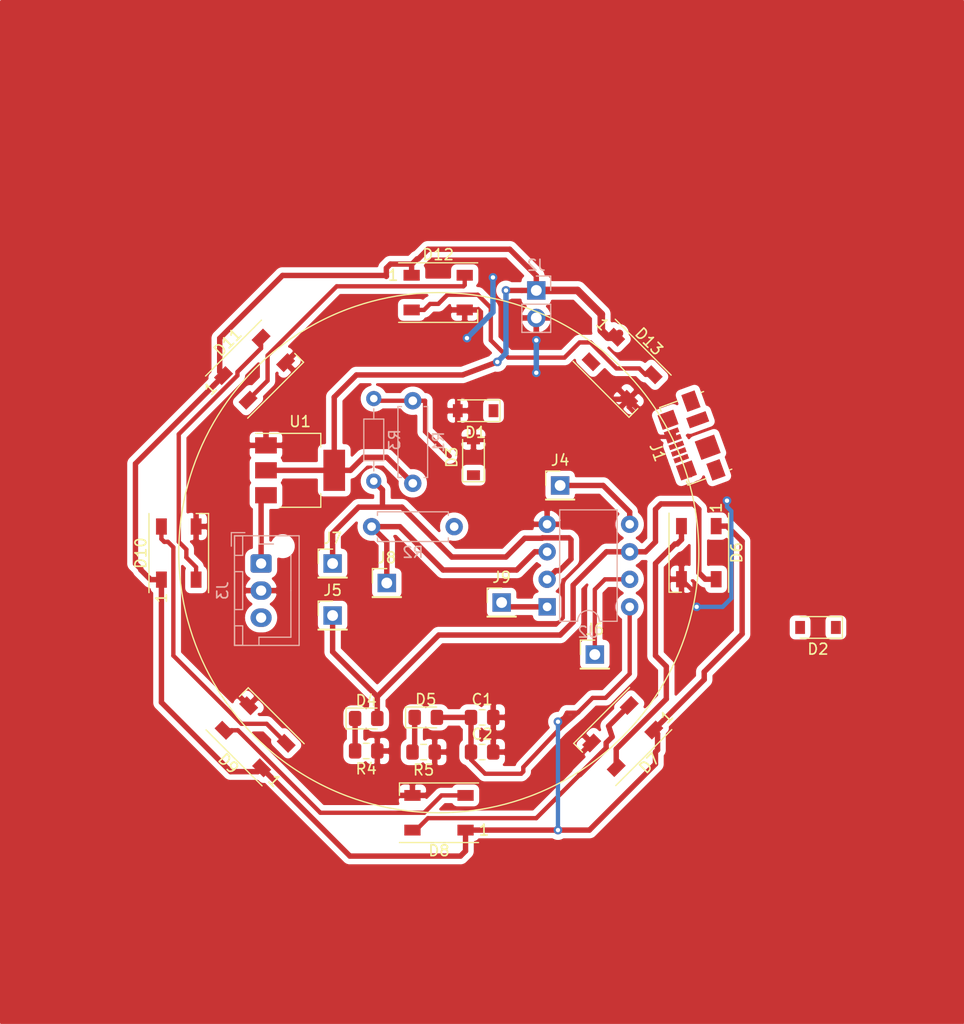
<source format=kicad_pcb>
(kicad_pcb (version 20171130) (host pcbnew "(5.1.5)-3")

  (general
    (thickness 1.6)
    (drawings 1)
    (tracks 249)
    (zones 0)
    (modules 31)
    (nets 23)
  )

  (page A4)
  (layers
    (0 F.Cu signal)
    (31 B.Cu signal)
    (32 B.Adhes user)
    (33 F.Adhes user)
    (34 B.Paste user)
    (35 F.Paste user)
    (36 B.SilkS user)
    (37 F.SilkS user)
    (38 B.Mask user)
    (39 F.Mask user)
    (40 Dwgs.User user)
    (41 Cmts.User user)
    (42 Eco1.User user)
    (43 Eco2.User user)
    (44 Edge.Cuts user)
    (45 Margin user)
    (46 B.CrtYd user)
    (47 F.CrtYd user)
    (48 B.Fab user)
    (49 F.Fab user)
  )

  (setup
    (last_trace_width 0.4)
    (user_trace_width 0.4)
    (user_trace_width 0.5)
    (user_trace_width 0.7)
    (trace_clearance 0.2)
    (zone_clearance 0.508)
    (zone_45_only no)
    (trace_min 0.2)
    (via_size 0.8)
    (via_drill 0.4)
    (via_min_size 0.4)
    (via_min_drill 0.3)
    (uvia_size 0.3)
    (uvia_drill 0.1)
    (uvias_allowed no)
    (uvia_min_size 0.2)
    (uvia_min_drill 0.1)
    (edge_width 0.05)
    (segment_width 0.2)
    (pcb_text_width 0.3)
    (pcb_text_size 1.5 1.5)
    (mod_edge_width 0.12)
    (mod_text_size 1 1)
    (mod_text_width 0.15)
    (pad_size 0.9 1.2)
    (pad_drill 0)
    (pad_to_mask_clearance 0.051)
    (solder_mask_min_width 0.25)
    (aux_axis_origin 140 110.5)
    (grid_origin 140 110.5)
    (visible_elements FFFFFF7F)
    (pcbplotparams
      (layerselection 0x010fc_ffffffff)
      (usegerberextensions false)
      (usegerberattributes false)
      (usegerberadvancedattributes false)
      (creategerberjobfile false)
      (excludeedgelayer true)
      (linewidth 0.100000)
      (plotframeref false)
      (viasonmask false)
      (mode 1)
      (useauxorigin false)
      (hpglpennumber 1)
      (hpglpenspeed 20)
      (hpglpendiameter 15.000000)
      (psnegative false)
      (psa4output false)
      (plotreference true)
      (plotvalue true)
      (plotinvisibletext false)
      (padsonsilk false)
      (subtractmaskfromsilk false)
      (outputformat 1)
      (mirror false)
      (drillshape 1)
      (scaleselection 1)
      (outputdirectory ""))
  )

  (net 0 "")
  (net 1 GND)
  (net 2 +5V)
  (net 3 "Net-(D2-Pad1)")
  (net 4 PB1)
  (net 5 "Net-(D4-Pad1)")
  (net 6 "Net-(D5-Pad1)")
  (net 7 "Net-(D6-Pad2)")
  (net 8 "Net-(D7-Pad2)")
  (net 9 "Net-(D8-Pad2)")
  (net 10 "Net-(D10-Pad4)")
  (net 11 "Net-(D10-Pad2)")
  (net 12 "Net-(D11-Pad2)")
  (net 13 "/Pixel Ring/dout")
  (net 14 "Net-(D13-Pad2)")
  (net 15 +BATT)
  (net 16 /Pb0)
  (net 17 /PB2)
  (net 18 /Pb3)
  (net 19 /PB4)
  (net 20 /PB5)
  (net 21 "Net-(D1-Pad1)")
  (net 22 "Net-(D3-Pad1)")

  (net_class Default "This is the default net class."
    (clearance 0.2)
    (trace_width 0.25)
    (via_dia 0.8)
    (via_drill 0.4)
    (uvia_dia 0.3)
    (uvia_drill 0.1)
    (add_net +5V)
    (add_net +BATT)
    (add_net /PB2)
    (add_net /PB4)
    (add_net /PB5)
    (add_net /Pb0)
    (add_net /Pb3)
    (add_net "/Pixel Ring/dout")
    (add_net GND)
    (add_net "Net-(D1-Pad1)")
    (add_net "Net-(D10-Pad2)")
    (add_net "Net-(D10-Pad4)")
    (add_net "Net-(D11-Pad2)")
    (add_net "Net-(D13-Pad2)")
    (add_net "Net-(D2-Pad1)")
    (add_net "Net-(D3-Pad1)")
    (add_net "Net-(D4-Pad1)")
    (add_net "Net-(D5-Pad1)")
    (add_net "Net-(D6-Pad2)")
    (add_net "Net-(D7-Pad2)")
    (add_net "Net-(D8-Pad2)")
    (add_net PB1)
  )

  (module Connector_USB:USB_Micro-B_Molex_47346-0001 (layer F.Cu) (tedit 5D8620A7) (tstamp 5E669893)
    (at 163.3 100.1 110)
    (descr "Micro USB B receptable with flange, bottom-mount, SMD, right-angle (http://www.molex.com/pdm_docs/sd/473460001_sd.pdf)")
    (tags "Micro B USB SMD")
    (path /5E600CBD)
    (attr smd)
    (fp_text reference J1 (at 0 -3.3 290) (layer F.SilkS)
      (effects (font (size 1 1) (thickness 0.15)))
    )
    (fp_text value USB_B (at 0 4.6 290) (layer F.Fab)
      (effects (font (size 1 1) (thickness 0.15)))
    )
    (fp_line (start -3.25 2.65) (end 3.25 2.65) (layer F.Fab) (width 0.1))
    (fp_line (start -3.81 2.6) (end -3.81 2.34) (layer F.SilkS) (width 0.12))
    (fp_line (start -3.81 0.06) (end -3.81 -1.71) (layer F.SilkS) (width 0.12))
    (fp_line (start -3.81 -1.71) (end -3.43 -1.71) (layer F.SilkS) (width 0.12))
    (fp_line (start 3.81 -1.71) (end 3.81 0.06) (layer F.SilkS) (width 0.12))
    (fp_line (start 3.81 2.34) (end 3.81 2.6) (layer F.SilkS) (width 0.12))
    (fp_line (start -3.75 3.35) (end -3.75 -1.65) (layer F.Fab) (width 0.1))
    (fp_line (start -3.75 -1.65) (end 3.75 -1.65) (layer F.Fab) (width 0.1))
    (fp_line (start 3.75 -1.65) (end 3.75 3.35) (layer F.Fab) (width 0.1))
    (fp_line (start 3.75 3.35) (end -3.75 3.35) (layer F.Fab) (width 0.1))
    (fp_line (start -4.7 3.85) (end -4.7 -2.65) (layer F.CrtYd) (width 0.05))
    (fp_line (start -4.7 -2.65) (end 4.7 -2.65) (layer F.CrtYd) (width 0.05))
    (fp_line (start 4.7 -2.65) (end 4.7 3.85) (layer F.CrtYd) (width 0.05))
    (fp_line (start 4.7 3.85) (end -4.7 3.85) (layer F.CrtYd) (width 0.05))
    (fp_line (start 3.81 -1.71) (end 3.43 -1.71) (layer F.SilkS) (width 0.12))
    (fp_text user %R (at 0 1.2 110) (layer F.Fab)
      (effects (font (size 1 1) (thickness 0.15)))
    )
    (fp_text user "PCB Edge" (at 0 2.67 290) (layer Dwgs.User)
      (effects (font (size 0.4 0.4) (thickness 0.04)))
    )
    (pad 6 smd rect (at 1.55 1.2 110) (size 1 1.9) (layers F.Cu F.Paste F.Mask))
    (pad 6 smd rect (at -1.15 1.2 110) (size 1.8 1.9) (layers F.Cu F.Paste F.Mask))
    (pad 6 smd rect (at 3.375 1.2 110) (size 1.65 1.3) (layers F.Cu F.Paste F.Mask))
    (pad 6 smd rect (at -3.375 1.2 110) (size 1.65 1.3) (layers F.Cu F.Paste F.Mask))
    (pad 6 smd rect (at 2.4875 -1.375 110) (size 1.425 1.55) (layers F.Cu F.Paste F.Mask))
    (pad 6 smd rect (at -2.4875 -1.375 110) (size 1.425 1.55) (layers F.Cu F.Paste F.Mask))
    (pad 5 smd rect (at 1.3 -1.46 110) (size 0.45 1.38) (layers F.Cu F.Paste F.Mask)
      (net 1 GND))
    (pad 4 smd rect (at 0.65 -1.46 110) (size 0.45 1.38) (layers F.Cu F.Paste F.Mask)
      (net 1 GND))
    (pad 3 smd rect (at 0 -1.46 110) (size 0.45 1.38) (layers F.Cu F.Paste F.Mask)
      (net 21 "Net-(D1-Pad1)"))
    (pad 2 smd rect (at -0.65 -1.46 110) (size 0.45 1.38) (layers F.Cu F.Paste F.Mask)
      (net 22 "Net-(D3-Pad1)"))
    (pad 1 smd rect (at -1.3 -1.46 110) (size 0.45 1.38) (layers F.Cu F.Paste F.Mask)
      (net 3 "Net-(D2-Pad1)"))
    (model ${KISYS3DMOD}/Connector_USB.3dshapes/USB_Micro-B_Molex_47346-0001.wrl
      (at (xyz 0 0 0))
      (scale (xyz 1 1 1))
      (rotate (xyz 0 0 0))
    )
  )

  (module Connector_PinHeader_2.54mm:PinHeader_1x01_P2.54mm_Vertical (layer F.Cu) (tedit 59FED5CC) (tstamp 5E6681FD)
    (at 145.8 115.1)
    (descr "Through hole straight pin header, 1x01, 2.54mm pitch, single row")
    (tags "Through hole pin header THT 1x01 2.54mm single row")
    (path /5E73D856)
    (fp_text reference J9 (at 0 -2.33) (layer F.SilkS)
      (effects (font (size 1 1) (thickness 0.15)))
    )
    (fp_text value Conn_01x01_Female (at 0 2.33) (layer F.Fab)
      (effects (font (size 1 1) (thickness 0.15)))
    )
    (fp_text user %R (at 0 0 90) (layer F.Fab)
      (effects (font (size 1 1) (thickness 0.15)))
    )
    (fp_line (start 1.8 -1.8) (end -1.8 -1.8) (layer F.CrtYd) (width 0.05))
    (fp_line (start 1.8 1.8) (end 1.8 -1.8) (layer F.CrtYd) (width 0.05))
    (fp_line (start -1.8 1.8) (end 1.8 1.8) (layer F.CrtYd) (width 0.05))
    (fp_line (start -1.8 -1.8) (end -1.8 1.8) (layer F.CrtYd) (width 0.05))
    (fp_line (start -1.33 -1.33) (end 0 -1.33) (layer F.SilkS) (width 0.12))
    (fp_line (start -1.33 0) (end -1.33 -1.33) (layer F.SilkS) (width 0.12))
    (fp_line (start -1.33 1.27) (end 1.33 1.27) (layer F.SilkS) (width 0.12))
    (fp_line (start 1.33 1.27) (end 1.33 1.33) (layer F.SilkS) (width 0.12))
    (fp_line (start -1.33 1.27) (end -1.33 1.33) (layer F.SilkS) (width 0.12))
    (fp_line (start -1.33 1.33) (end 1.33 1.33) (layer F.SilkS) (width 0.12))
    (fp_line (start -1.27 -0.635) (end -0.635 -1.27) (layer F.Fab) (width 0.1))
    (fp_line (start -1.27 1.27) (end -1.27 -0.635) (layer F.Fab) (width 0.1))
    (fp_line (start 1.27 1.27) (end -1.27 1.27) (layer F.Fab) (width 0.1))
    (fp_line (start 1.27 -1.27) (end 1.27 1.27) (layer F.Fab) (width 0.1))
    (fp_line (start -0.635 -1.27) (end 1.27 -1.27) (layer F.Fab) (width 0.1))
    (pad 1 thru_hole rect (at 0 0) (size 1.7 1.7) (drill 1) (layers *.Cu *.Mask)
      (net 20 /PB5))
    (model ${KISYS3DMOD}/Connector_PinHeader_2.54mm.3dshapes/PinHeader_1x01_P2.54mm_Vertical.wrl
      (at (xyz 0 0 0))
      (scale (xyz 1 1 1))
      (rotate (xyz 0 0 0))
    )
  )

  (module Connector_PinHeader_2.54mm:PinHeader_1x01_P2.54mm_Vertical (layer F.Cu) (tedit 59FED5CC) (tstamp 5E6682C9)
    (at 135.2 113.3)
    (descr "Through hole straight pin header, 1x01, 2.54mm pitch, single row")
    (tags "Through hole pin header THT 1x01 2.54mm single row")
    (path /5E73D247)
    (fp_text reference J8 (at 0 -2.33) (layer F.SilkS)
      (effects (font (size 1 1) (thickness 0.15)))
    )
    (fp_text value Conn_01x01_Female (at 0 2.33) (layer F.Fab)
      (effects (font (size 1 1) (thickness 0.15)))
    )
    (fp_text user %R (at 0 0 90) (layer F.Fab)
      (effects (font (size 1 1) (thickness 0.15)))
    )
    (fp_line (start 1.8 -1.8) (end -1.8 -1.8) (layer F.CrtYd) (width 0.05))
    (fp_line (start 1.8 1.8) (end 1.8 -1.8) (layer F.CrtYd) (width 0.05))
    (fp_line (start -1.8 1.8) (end 1.8 1.8) (layer F.CrtYd) (width 0.05))
    (fp_line (start -1.8 -1.8) (end -1.8 1.8) (layer F.CrtYd) (width 0.05))
    (fp_line (start -1.33 -1.33) (end 0 -1.33) (layer F.SilkS) (width 0.12))
    (fp_line (start -1.33 0) (end -1.33 -1.33) (layer F.SilkS) (width 0.12))
    (fp_line (start -1.33 1.27) (end 1.33 1.27) (layer F.SilkS) (width 0.12))
    (fp_line (start 1.33 1.27) (end 1.33 1.33) (layer F.SilkS) (width 0.12))
    (fp_line (start -1.33 1.27) (end -1.33 1.33) (layer F.SilkS) (width 0.12))
    (fp_line (start -1.33 1.33) (end 1.33 1.33) (layer F.SilkS) (width 0.12))
    (fp_line (start -1.27 -0.635) (end -0.635 -1.27) (layer F.Fab) (width 0.1))
    (fp_line (start -1.27 1.27) (end -1.27 -0.635) (layer F.Fab) (width 0.1))
    (fp_line (start 1.27 1.27) (end -1.27 1.27) (layer F.Fab) (width 0.1))
    (fp_line (start 1.27 -1.27) (end 1.27 1.27) (layer F.Fab) (width 0.1))
    (fp_line (start -0.635 -1.27) (end 1.27 -1.27) (layer F.Fab) (width 0.1))
    (pad 1 thru_hole rect (at 0 0) (size 1.7 1.7) (drill 1) (layers *.Cu *.Mask)
      (net 19 /PB4))
    (model ${KISYS3DMOD}/Connector_PinHeader_2.54mm.3dshapes/PinHeader_1x01_P2.54mm_Vertical.wrl
      (at (xyz 0 0 0))
      (scale (xyz 1 1 1))
      (rotate (xyz 0 0 0))
    )
  )

  (module Connector_PinHeader_2.54mm:PinHeader_1x01_P2.54mm_Vertical (layer F.Cu) (tedit 59FED5CC) (tstamp 5E6683B4)
    (at 130.2 111.5)
    (descr "Through hole straight pin header, 1x01, 2.54mm pitch, single row")
    (tags "Through hole pin header THT 1x01 2.54mm single row")
    (path /5E73CB91)
    (fp_text reference J7 (at 0 -2.33) (layer F.SilkS)
      (effects (font (size 1 1) (thickness 0.15)))
    )
    (fp_text value Conn_01x01_Female (at 0 2.33) (layer F.Fab)
      (effects (font (size 1 1) (thickness 0.15)))
    )
    (fp_text user %R (at 0 0 90) (layer F.Fab)
      (effects (font (size 1 1) (thickness 0.15)))
    )
    (fp_line (start 1.8 -1.8) (end -1.8 -1.8) (layer F.CrtYd) (width 0.05))
    (fp_line (start 1.8 1.8) (end 1.8 -1.8) (layer F.CrtYd) (width 0.05))
    (fp_line (start -1.8 1.8) (end 1.8 1.8) (layer F.CrtYd) (width 0.05))
    (fp_line (start -1.8 -1.8) (end -1.8 1.8) (layer F.CrtYd) (width 0.05))
    (fp_line (start -1.33 -1.33) (end 0 -1.33) (layer F.SilkS) (width 0.12))
    (fp_line (start -1.33 0) (end -1.33 -1.33) (layer F.SilkS) (width 0.12))
    (fp_line (start -1.33 1.27) (end 1.33 1.27) (layer F.SilkS) (width 0.12))
    (fp_line (start 1.33 1.27) (end 1.33 1.33) (layer F.SilkS) (width 0.12))
    (fp_line (start -1.33 1.27) (end -1.33 1.33) (layer F.SilkS) (width 0.12))
    (fp_line (start -1.33 1.33) (end 1.33 1.33) (layer F.SilkS) (width 0.12))
    (fp_line (start -1.27 -0.635) (end -0.635 -1.27) (layer F.Fab) (width 0.1))
    (fp_line (start -1.27 1.27) (end -1.27 -0.635) (layer F.Fab) (width 0.1))
    (fp_line (start 1.27 1.27) (end -1.27 1.27) (layer F.Fab) (width 0.1))
    (fp_line (start 1.27 -1.27) (end 1.27 1.27) (layer F.Fab) (width 0.1))
    (fp_line (start -0.635 -1.27) (end 1.27 -1.27) (layer F.Fab) (width 0.1))
    (pad 1 thru_hole rect (at 0 0) (size 1.7 1.7) (drill 1) (layers *.Cu *.Mask)
      (net 18 /Pb3))
    (model ${KISYS3DMOD}/Connector_PinHeader_2.54mm.3dshapes/PinHeader_1x01_P2.54mm_Vertical.wrl
      (at (xyz 0 0 0))
      (scale (xyz 1 1 1))
      (rotate (xyz 0 0 0))
    )
  )

  (module Connector_PinHeader_2.54mm:PinHeader_1x01_P2.54mm_Vertical (layer F.Cu) (tedit 59FED5CC) (tstamp 5E661288)
    (at 154.4 119.9)
    (descr "Through hole straight pin header, 1x01, 2.54mm pitch, single row")
    (tags "Through hole pin header THT 1x01 2.54mm single row")
    (path /5E73BF76)
    (fp_text reference J6 (at 0 -2.33) (layer F.SilkS)
      (effects (font (size 1 1) (thickness 0.15)))
    )
    (fp_text value Conn_01x01_Female (at 0 2.33) (layer F.Fab)
      (effects (font (size 1 1) (thickness 0.15)))
    )
    (fp_text user %R (at 0 0 90) (layer F.Fab)
      (effects (font (size 1 1) (thickness 0.15)))
    )
    (fp_line (start 1.8 -1.8) (end -1.8 -1.8) (layer F.CrtYd) (width 0.05))
    (fp_line (start 1.8 1.8) (end 1.8 -1.8) (layer F.CrtYd) (width 0.05))
    (fp_line (start -1.8 1.8) (end 1.8 1.8) (layer F.CrtYd) (width 0.05))
    (fp_line (start -1.8 -1.8) (end -1.8 1.8) (layer F.CrtYd) (width 0.05))
    (fp_line (start -1.33 -1.33) (end 0 -1.33) (layer F.SilkS) (width 0.12))
    (fp_line (start -1.33 0) (end -1.33 -1.33) (layer F.SilkS) (width 0.12))
    (fp_line (start -1.33 1.27) (end 1.33 1.27) (layer F.SilkS) (width 0.12))
    (fp_line (start 1.33 1.27) (end 1.33 1.33) (layer F.SilkS) (width 0.12))
    (fp_line (start -1.33 1.27) (end -1.33 1.33) (layer F.SilkS) (width 0.12))
    (fp_line (start -1.33 1.33) (end 1.33 1.33) (layer F.SilkS) (width 0.12))
    (fp_line (start -1.27 -0.635) (end -0.635 -1.27) (layer F.Fab) (width 0.1))
    (fp_line (start -1.27 1.27) (end -1.27 -0.635) (layer F.Fab) (width 0.1))
    (fp_line (start 1.27 1.27) (end -1.27 1.27) (layer F.Fab) (width 0.1))
    (fp_line (start 1.27 -1.27) (end 1.27 1.27) (layer F.Fab) (width 0.1))
    (fp_line (start -0.635 -1.27) (end 1.27 -1.27) (layer F.Fab) (width 0.1))
    (pad 1 thru_hole rect (at 0 0) (size 1.7 1.7) (drill 1) (layers *.Cu *.Mask)
      (net 17 /PB2))
    (model ${KISYS3DMOD}/Connector_PinHeader_2.54mm.3dshapes/PinHeader_1x01_P2.54mm_Vertical.wrl
      (at (xyz 0 0 0))
      (scale (xyz 1 1 1))
      (rotate (xyz 0 0 0))
    )
  )

  (module Connector_PinHeader_2.54mm:PinHeader_1x01_P2.54mm_Vertical (layer F.Cu) (tedit 59FED5CC) (tstamp 5E661273)
    (at 130.2 116.3)
    (descr "Through hole straight pin header, 1x01, 2.54mm pitch, single row")
    (tags "Through hole pin header THT 1x01 2.54mm single row")
    (path /5E743CD6)
    (fp_text reference J5 (at 0 -2.33) (layer F.SilkS)
      (effects (font (size 1 1) (thickness 0.15)))
    )
    (fp_text value Conn_01x01_Female (at 0 2.33) (layer F.Fab)
      (effects (font (size 1 1) (thickness 0.15)))
    )
    (fp_text user %R (at 0 0 90) (layer F.Fab)
      (effects (font (size 1 1) (thickness 0.15)))
    )
    (fp_line (start 1.8 -1.8) (end -1.8 -1.8) (layer F.CrtYd) (width 0.05))
    (fp_line (start 1.8 1.8) (end 1.8 -1.8) (layer F.CrtYd) (width 0.05))
    (fp_line (start -1.8 1.8) (end 1.8 1.8) (layer F.CrtYd) (width 0.05))
    (fp_line (start -1.8 -1.8) (end -1.8 1.8) (layer F.CrtYd) (width 0.05))
    (fp_line (start -1.33 -1.33) (end 0 -1.33) (layer F.SilkS) (width 0.12))
    (fp_line (start -1.33 0) (end -1.33 -1.33) (layer F.SilkS) (width 0.12))
    (fp_line (start -1.33 1.27) (end 1.33 1.27) (layer F.SilkS) (width 0.12))
    (fp_line (start 1.33 1.27) (end 1.33 1.33) (layer F.SilkS) (width 0.12))
    (fp_line (start -1.33 1.27) (end -1.33 1.33) (layer F.SilkS) (width 0.12))
    (fp_line (start -1.33 1.33) (end 1.33 1.33) (layer F.SilkS) (width 0.12))
    (fp_line (start -1.27 -0.635) (end -0.635 -1.27) (layer F.Fab) (width 0.1))
    (fp_line (start -1.27 1.27) (end -1.27 -0.635) (layer F.Fab) (width 0.1))
    (fp_line (start 1.27 1.27) (end -1.27 1.27) (layer F.Fab) (width 0.1))
    (fp_line (start 1.27 -1.27) (end 1.27 1.27) (layer F.Fab) (width 0.1))
    (fp_line (start -0.635 -1.27) (end 1.27 -1.27) (layer F.Fab) (width 0.1))
    (pad 1 thru_hole rect (at 0 0) (size 1.7 1.7) (drill 1) (layers *.Cu *.Mask)
      (net 4 PB1))
    (model ${KISYS3DMOD}/Connector_PinHeader_2.54mm.3dshapes/PinHeader_1x01_P2.54mm_Vertical.wrl
      (at (xyz 0 0 0))
      (scale (xyz 1 1 1))
      (rotate (xyz 0 0 0))
    )
  )

  (module Connector_PinHeader_2.54mm:PinHeader_1x01_P2.54mm_Vertical (layer F.Cu) (tedit 59FED5CC) (tstamp 5E66125E)
    (at 151.2 104.3)
    (descr "Through hole straight pin header, 1x01, 2.54mm pitch, single row")
    (tags "Through hole pin header THT 1x01 2.54mm single row")
    (path /5E744254)
    (fp_text reference J4 (at 0 -2.33) (layer F.SilkS)
      (effects (font (size 1 1) (thickness 0.15)))
    )
    (fp_text value Conn_01x01_Female (at 0 2.33) (layer F.Fab)
      (effects (font (size 1 1) (thickness 0.15)))
    )
    (fp_text user %R (at 0 0 90) (layer F.Fab)
      (effects (font (size 1 1) (thickness 0.15)))
    )
    (fp_line (start 1.8 -1.8) (end -1.8 -1.8) (layer F.CrtYd) (width 0.05))
    (fp_line (start 1.8 1.8) (end 1.8 -1.8) (layer F.CrtYd) (width 0.05))
    (fp_line (start -1.8 1.8) (end 1.8 1.8) (layer F.CrtYd) (width 0.05))
    (fp_line (start -1.8 -1.8) (end -1.8 1.8) (layer F.CrtYd) (width 0.05))
    (fp_line (start -1.33 -1.33) (end 0 -1.33) (layer F.SilkS) (width 0.12))
    (fp_line (start -1.33 0) (end -1.33 -1.33) (layer F.SilkS) (width 0.12))
    (fp_line (start -1.33 1.27) (end 1.33 1.27) (layer F.SilkS) (width 0.12))
    (fp_line (start 1.33 1.27) (end 1.33 1.33) (layer F.SilkS) (width 0.12))
    (fp_line (start -1.33 1.27) (end -1.33 1.33) (layer F.SilkS) (width 0.12))
    (fp_line (start -1.33 1.33) (end 1.33 1.33) (layer F.SilkS) (width 0.12))
    (fp_line (start -1.27 -0.635) (end -0.635 -1.27) (layer F.Fab) (width 0.1))
    (fp_line (start -1.27 1.27) (end -1.27 -0.635) (layer F.Fab) (width 0.1))
    (fp_line (start 1.27 1.27) (end -1.27 1.27) (layer F.Fab) (width 0.1))
    (fp_line (start 1.27 -1.27) (end 1.27 1.27) (layer F.Fab) (width 0.1))
    (fp_line (start -0.635 -1.27) (end 1.27 -1.27) (layer F.Fab) (width 0.1))
    (pad 1 thru_hole rect (at 0 0) (size 1.7 1.7) (drill 1) (layers *.Cu *.Mask)
      (net 16 /Pb0))
    (model ${KISYS3DMOD}/Connector_PinHeader_2.54mm.3dshapes/PinHeader_1x01_P2.54mm_Vertical.wrl
      (at (xyz 0 0 0))
      (scale (xyz 1 1 1))
      (rotate (xyz 0 0 0))
    )
  )

  (module Capacitor_SMD:C_0805_2012Metric_Pad1.15x1.40mm_HandSolder (layer F.Cu) (tedit 5B36C52B) (tstamp 5E657BEC)
    (at 144 125.7)
    (descr "Capacitor SMD 0805 (2012 Metric), square (rectangular) end terminal, IPC_7351 nominal with elongated pad for handsoldering. (Body size source: https://docs.google.com/spreadsheets/d/1BsfQQcO9C6DZCsRaXUlFlo91Tg2WpOkGARC1WS5S8t0/edit?usp=sharing), generated with kicad-footprint-generator")
    (tags "capacitor handsolder")
    (path /5E5FA5B4)
    (attr smd)
    (fp_text reference C1 (at 0 -1.65) (layer F.SilkS)
      (effects (font (size 1 1) (thickness 0.15)))
    )
    (fp_text value 4.7uf (at 0 1.65) (layer F.Fab)
      (effects (font (size 1 1) (thickness 0.15)))
    )
    (fp_text user %R (at 0 0) (layer F.Fab)
      (effects (font (size 0.5 0.5) (thickness 0.08)))
    )
    (fp_line (start 1.85 0.95) (end -1.85 0.95) (layer F.CrtYd) (width 0.05))
    (fp_line (start 1.85 -0.95) (end 1.85 0.95) (layer F.CrtYd) (width 0.05))
    (fp_line (start -1.85 -0.95) (end 1.85 -0.95) (layer F.CrtYd) (width 0.05))
    (fp_line (start -1.85 0.95) (end -1.85 -0.95) (layer F.CrtYd) (width 0.05))
    (fp_line (start -0.261252 0.71) (end 0.261252 0.71) (layer F.SilkS) (width 0.12))
    (fp_line (start -0.261252 -0.71) (end 0.261252 -0.71) (layer F.SilkS) (width 0.12))
    (fp_line (start 1 0.6) (end -1 0.6) (layer F.Fab) (width 0.1))
    (fp_line (start 1 -0.6) (end 1 0.6) (layer F.Fab) (width 0.1))
    (fp_line (start -1 -0.6) (end 1 -0.6) (layer F.Fab) (width 0.1))
    (fp_line (start -1 0.6) (end -1 -0.6) (layer F.Fab) (width 0.1))
    (pad 2 smd roundrect (at 1.025 0) (size 1.15 1.4) (layers F.Cu F.Paste F.Mask) (roundrect_rratio 0.217391)
      (net 1 GND))
    (pad 1 smd roundrect (at -1.025 0) (size 1.15 1.4) (layers F.Cu F.Paste F.Mask) (roundrect_rratio 0.217391)
      (net 2 +5V))
    (model ${KISYS3DMOD}/Capacitor_SMD.3dshapes/C_0805_2012Metric.wrl
      (at (xyz 0 0 0))
      (scale (xyz 1 1 1))
      (rotate (xyz 0 0 0))
    )
  )

  (module Capacitor_SMD:C_0805_2012Metric_Pad1.15x1.40mm_HandSolder (layer F.Cu) (tedit 5B36C52B) (tstamp 5E657BFD)
    (at 144 128.9)
    (descr "Capacitor SMD 0805 (2012 Metric), square (rectangular) end terminal, IPC_7351 nominal with elongated pad for handsoldering. (Body size source: https://docs.google.com/spreadsheets/d/1BsfQQcO9C6DZCsRaXUlFlo91Tg2WpOkGARC1WS5S8t0/edit?usp=sharing), generated with kicad-footprint-generator")
    (tags "capacitor handsolder")
    (path /5E5FA6C8)
    (attr smd)
    (fp_text reference C2 (at 0 -1.65) (layer F.SilkS)
      (effects (font (size 1 1) (thickness 0.15)))
    )
    (fp_text value 0.1uf (at 0 1.65) (layer F.Fab)
      (effects (font (size 1 1) (thickness 0.15)))
    )
    (fp_line (start -1 0.6) (end -1 -0.6) (layer F.Fab) (width 0.1))
    (fp_line (start -1 -0.6) (end 1 -0.6) (layer F.Fab) (width 0.1))
    (fp_line (start 1 -0.6) (end 1 0.6) (layer F.Fab) (width 0.1))
    (fp_line (start 1 0.6) (end -1 0.6) (layer F.Fab) (width 0.1))
    (fp_line (start -0.261252 -0.71) (end 0.261252 -0.71) (layer F.SilkS) (width 0.12))
    (fp_line (start -0.261252 0.71) (end 0.261252 0.71) (layer F.SilkS) (width 0.12))
    (fp_line (start -1.85 0.95) (end -1.85 -0.95) (layer F.CrtYd) (width 0.05))
    (fp_line (start -1.85 -0.95) (end 1.85 -0.95) (layer F.CrtYd) (width 0.05))
    (fp_line (start 1.85 -0.95) (end 1.85 0.95) (layer F.CrtYd) (width 0.05))
    (fp_line (start 1.85 0.95) (end -1.85 0.95) (layer F.CrtYd) (width 0.05))
    (fp_text user %R (at 0 0) (layer F.Fab)
      (effects (font (size 0.5 0.5) (thickness 0.08)))
    )
    (pad 1 smd roundrect (at -1.025 0) (size 1.15 1.4) (layers F.Cu F.Paste F.Mask) (roundrect_rratio 0.217391)
      (net 2 +5V))
    (pad 2 smd roundrect (at 1.025 0) (size 1.15 1.4) (layers F.Cu F.Paste F.Mask) (roundrect_rratio 0.217391)
      (net 1 GND))
    (model ${KISYS3DMOD}/Capacitor_SMD.3dshapes/C_0805_2012Metric.wrl
      (at (xyz 0 0 0))
      (scale (xyz 1 1 1))
      (rotate (xyz 0 0 0))
    )
  )

  (module Diode_SMD:D_SOD-123 (layer F.Cu) (tedit 58645DC7) (tstamp 5E657C16)
    (at 143.4 97.4 180)
    (descr SOD-123)
    (tags SOD-123)
    (path /5E6120C5)
    (attr smd)
    (fp_text reference D1 (at 0 -2) (layer F.SilkS)
      (effects (font (size 1 1) (thickness 0.15)))
    )
    (fp_text value D_Zener3.6v (at 0 2.1) (layer F.Fab)
      (effects (font (size 1 1) (thickness 0.15)))
    )
    (fp_line (start -2.25 -1) (end 1.65 -1) (layer F.SilkS) (width 0.12))
    (fp_line (start -2.25 1) (end 1.65 1) (layer F.SilkS) (width 0.12))
    (fp_line (start -2.35 -1.15) (end -2.35 1.15) (layer F.CrtYd) (width 0.05))
    (fp_line (start 2.35 1.15) (end -2.35 1.15) (layer F.CrtYd) (width 0.05))
    (fp_line (start 2.35 -1.15) (end 2.35 1.15) (layer F.CrtYd) (width 0.05))
    (fp_line (start -2.35 -1.15) (end 2.35 -1.15) (layer F.CrtYd) (width 0.05))
    (fp_line (start -1.4 -0.9) (end 1.4 -0.9) (layer F.Fab) (width 0.1))
    (fp_line (start 1.4 -0.9) (end 1.4 0.9) (layer F.Fab) (width 0.1))
    (fp_line (start 1.4 0.9) (end -1.4 0.9) (layer F.Fab) (width 0.1))
    (fp_line (start -1.4 0.9) (end -1.4 -0.9) (layer F.Fab) (width 0.1))
    (fp_line (start -0.75 0) (end -0.35 0) (layer F.Fab) (width 0.1))
    (fp_line (start -0.35 0) (end -0.35 -0.55) (layer F.Fab) (width 0.1))
    (fp_line (start -0.35 0) (end -0.35 0.55) (layer F.Fab) (width 0.1))
    (fp_line (start -0.35 0) (end 0.25 -0.4) (layer F.Fab) (width 0.1))
    (fp_line (start 0.25 -0.4) (end 0.25 0.4) (layer F.Fab) (width 0.1))
    (fp_line (start 0.25 0.4) (end -0.35 0) (layer F.Fab) (width 0.1))
    (fp_line (start 0.25 0) (end 0.75 0) (layer F.Fab) (width 0.1))
    (fp_line (start -2.25 -1) (end -2.25 1) (layer F.SilkS) (width 0.12))
    (fp_text user %R (at 0 -2) (layer F.Fab)
      (effects (font (size 1 1) (thickness 0.15)))
    )
    (pad 2 smd rect (at 1.65 0 180) (size 0.9 1.2) (layers F.Cu F.Paste F.Mask)
      (net 1 GND))
    (pad 1 smd rect (at -1.65 0 180) (size 0.9 1.2) (layers F.Cu F.Paste F.Mask)
      (net 21 "Net-(D1-Pad1)"))
    (model ${KISYS3DMOD}/Diode_SMD.3dshapes/D_SOD-123.wrl
      (at (xyz 0 0 0))
      (scale (xyz 1 1 1))
      (rotate (xyz 0 0 0))
    )
  )

  (module Diode_SMD:D_SOD-123 (layer F.Cu) (tedit 5E66243C) (tstamp 5E657C2F)
    (at 175 117.4 180)
    (descr SOD-123)
    (tags SOD-123)
    (path /5E6067EC)
    (attr smd)
    (fp_text reference D2 (at 0 -2) (layer F.SilkS)
      (effects (font (size 1 1) (thickness 0.15)))
    )
    (fp_text value MBR0520LT (at 0 2.1) (layer F.Fab)
      (effects (font (size 1 1) (thickness 0.15)))
    )
    (fp_text user %R (at 0 -2) (layer F.Fab)
      (effects (font (size 1 1) (thickness 0.15)))
    )
    (fp_line (start -2.25 -1) (end -2.25 1) (layer F.SilkS) (width 0.12))
    (fp_line (start 0.25 0) (end 0.75 0) (layer F.Fab) (width 0.1))
    (fp_line (start 0.25 0.4) (end -0.35 0) (layer F.Fab) (width 0.1))
    (fp_line (start 0.25 -0.4) (end 0.25 0.4) (layer F.Fab) (width 0.1))
    (fp_line (start -0.35 0) (end 0.25 -0.4) (layer F.Fab) (width 0.1))
    (fp_line (start -0.35 0) (end -0.35 0.55) (layer F.Fab) (width 0.1))
    (fp_line (start -0.35 0) (end -0.35 -0.55) (layer F.Fab) (width 0.1))
    (fp_line (start -0.75 0) (end -0.35 0) (layer F.Fab) (width 0.1))
    (fp_line (start -1.4 0.9) (end -1.4 -0.9) (layer F.Fab) (width 0.1))
    (fp_line (start 1.4 0.9) (end -1.4 0.9) (layer F.Fab) (width 0.1))
    (fp_line (start 1.4 -0.9) (end 1.4 0.9) (layer F.Fab) (width 0.1))
    (fp_line (start -1.4 -0.9) (end 1.4 -0.9) (layer F.Fab) (width 0.1))
    (fp_line (start -2.35 -1.15) (end 2.35 -1.15) (layer F.CrtYd) (width 0.05))
    (fp_line (start 2.35 -1.15) (end 2.35 1.15) (layer F.CrtYd) (width 0.05))
    (fp_line (start 2.35 1.15) (end -2.35 1.15) (layer F.CrtYd) (width 0.05))
    (fp_line (start -2.35 -1.15) (end -2.35 1.15) (layer F.CrtYd) (width 0.05))
    (fp_line (start -2.25 1) (end 1.65 1) (layer F.SilkS) (width 0.12))
    (fp_line (start -2.25 -1) (end 1.65 -1) (layer F.SilkS) (width 0.12))
    (pad 1 smd rect (at -1.65 0 180) (size 0.9 1.2) (layers F.Cu F.Paste F.Mask)
      (net 3 "Net-(D2-Pad1)"))
    (pad 2 smd rect (at 1.65 0 180) (size 0.9 1.2) (layers F.Cu F.Paste F.Mask)
      (net 2 +5V))
    (model ${KISYS3DMOD}/Diode_SMD.3dshapes/D_SOD-123.wrl
      (at (xyz 0 0 0))
      (scale (xyz 1 1 1))
      (rotate (xyz 0 0 0))
    )
  )

  (module Diode_SMD:D_SOD-123 (layer F.Cu) (tedit 58645DC7) (tstamp 5E664581)
    (at 143.2 101.7 90)
    (descr SOD-123)
    (tags SOD-123)
    (path /5E611D84)
    (attr smd)
    (fp_text reference D3 (at 0 -2 90) (layer F.SilkS)
      (effects (font (size 1 1) (thickness 0.15)))
    )
    (fp_text value D_Zener3.6v (at 0 2.1 90) (layer F.Fab)
      (effects (font (size 1 1) (thickness 0.15)))
    )
    (fp_text user %R (at 0 -2 90) (layer F.Fab)
      (effects (font (size 1 1) (thickness 0.15)))
    )
    (fp_line (start -2.25 -1) (end -2.25 1) (layer F.SilkS) (width 0.12))
    (fp_line (start 0.25 0) (end 0.75 0) (layer F.Fab) (width 0.1))
    (fp_line (start 0.25 0.4) (end -0.35 0) (layer F.Fab) (width 0.1))
    (fp_line (start 0.25 -0.4) (end 0.25 0.4) (layer F.Fab) (width 0.1))
    (fp_line (start -0.35 0) (end 0.25 -0.4) (layer F.Fab) (width 0.1))
    (fp_line (start -0.35 0) (end -0.35 0.55) (layer F.Fab) (width 0.1))
    (fp_line (start -0.35 0) (end -0.35 -0.55) (layer F.Fab) (width 0.1))
    (fp_line (start -0.75 0) (end -0.35 0) (layer F.Fab) (width 0.1))
    (fp_line (start -1.4 0.9) (end -1.4 -0.9) (layer F.Fab) (width 0.1))
    (fp_line (start 1.4 0.9) (end -1.4 0.9) (layer F.Fab) (width 0.1))
    (fp_line (start 1.4 -0.9) (end 1.4 0.9) (layer F.Fab) (width 0.1))
    (fp_line (start -1.4 -0.9) (end 1.4 -0.9) (layer F.Fab) (width 0.1))
    (fp_line (start -2.35 -1.15) (end 2.35 -1.15) (layer F.CrtYd) (width 0.05))
    (fp_line (start 2.35 -1.15) (end 2.35 1.15) (layer F.CrtYd) (width 0.05))
    (fp_line (start 2.35 1.15) (end -2.35 1.15) (layer F.CrtYd) (width 0.05))
    (fp_line (start -2.35 -1.15) (end -2.35 1.15) (layer F.CrtYd) (width 0.05))
    (fp_line (start -2.25 1) (end 1.65 1) (layer F.SilkS) (width 0.12))
    (fp_line (start -2.25 -1) (end 1.65 -1) (layer F.SilkS) (width 0.12))
    (pad 1 smd rect (at -1.65 0 90) (size 0.9 1.2) (layers F.Cu F.Paste F.Mask)
      (net 22 "Net-(D3-Pad1)"))
    (pad 2 smd rect (at 1.65 0 90) (size 0.9 1.2) (layers F.Cu F.Paste F.Mask)
      (net 1 GND))
    (model ${KISYS3DMOD}/Diode_SMD.3dshapes/D_SOD-123.wrl
      (at (xyz 0 0 0))
      (scale (xyz 1 1 1))
      (rotate (xyz 0 0 0))
    )
  )

  (module LED_SMD:LED_0805_2012Metric_Pad1.15x1.40mm_HandSolder (layer F.Cu) (tedit 5B4B45C9) (tstamp 5E657C5B)
    (at 133.3 125.8)
    (descr "LED SMD 0805 (2012 Metric), square (rectangular) end terminal, IPC_7351 nominal, (Body size source: https://docs.google.com/spreadsheets/d/1BsfQQcO9C6DZCsRaXUlFlo91Tg2WpOkGARC1WS5S8t0/edit?usp=sharing), generated with kicad-footprint-generator")
    (tags "LED handsolder")
    (path /5E5EC557)
    (attr smd)
    (fp_text reference D4 (at 0 -1.65) (layer F.SilkS)
      (effects (font (size 1 1) (thickness 0.15)))
    )
    (fp_text value LED (at 0 1.65) (layer F.Fab)
      (effects (font (size 1 1) (thickness 0.15)))
    )
    (fp_text user %R (at 0 0) (layer F.Fab)
      (effects (font (size 0.5 0.5) (thickness 0.08)))
    )
    (fp_line (start 1.85 0.95) (end -1.85 0.95) (layer F.CrtYd) (width 0.05))
    (fp_line (start 1.85 -0.95) (end 1.85 0.95) (layer F.CrtYd) (width 0.05))
    (fp_line (start -1.85 -0.95) (end 1.85 -0.95) (layer F.CrtYd) (width 0.05))
    (fp_line (start -1.85 0.95) (end -1.85 -0.95) (layer F.CrtYd) (width 0.05))
    (fp_line (start -1.86 0.96) (end 1 0.96) (layer F.SilkS) (width 0.12))
    (fp_line (start -1.86 -0.96) (end -1.86 0.96) (layer F.SilkS) (width 0.12))
    (fp_line (start 1 -0.96) (end -1.86 -0.96) (layer F.SilkS) (width 0.12))
    (fp_line (start 1 0.6) (end 1 -0.6) (layer F.Fab) (width 0.1))
    (fp_line (start -1 0.6) (end 1 0.6) (layer F.Fab) (width 0.1))
    (fp_line (start -1 -0.3) (end -1 0.6) (layer F.Fab) (width 0.1))
    (fp_line (start -0.7 -0.6) (end -1 -0.3) (layer F.Fab) (width 0.1))
    (fp_line (start 1 -0.6) (end -0.7 -0.6) (layer F.Fab) (width 0.1))
    (pad 2 smd roundrect (at 1.025 0) (size 1.15 1.4) (layers F.Cu F.Paste F.Mask) (roundrect_rratio 0.217391)
      (net 4 PB1))
    (pad 1 smd roundrect (at -1.025 0) (size 1.15 1.4) (layers F.Cu F.Paste F.Mask) (roundrect_rratio 0.217391)
      (net 5 "Net-(D4-Pad1)"))
    (model ${KISYS3DMOD}/LED_SMD.3dshapes/LED_0805_2012Metric.wrl
      (at (xyz 0 0 0))
      (scale (xyz 1 1 1))
      (rotate (xyz 0 0 0))
    )
  )

  (module LED_SMD:LED_0805_2012Metric_Pad1.15x1.40mm_HandSolder (layer F.Cu) (tedit 5B4B45C9) (tstamp 5E667D22)
    (at 138.8 125.7)
    (descr "LED SMD 0805 (2012 Metric), square (rectangular) end terminal, IPC_7351 nominal, (Body size source: https://docs.google.com/spreadsheets/d/1BsfQQcO9C6DZCsRaXUlFlo91Tg2WpOkGARC1WS5S8t0/edit?usp=sharing), generated with kicad-footprint-generator")
    (tags "LED handsolder")
    (path /5E5EC5E2)
    (attr smd)
    (fp_text reference D5 (at 0 -1.65) (layer F.SilkS)
      (effects (font (size 1 1) (thickness 0.15)))
    )
    (fp_text value PWR (at 0 1.65) (layer F.Fab)
      (effects (font (size 1 1) (thickness 0.15)))
    )
    (fp_line (start 1 -0.6) (end -0.7 -0.6) (layer F.Fab) (width 0.1))
    (fp_line (start -0.7 -0.6) (end -1 -0.3) (layer F.Fab) (width 0.1))
    (fp_line (start -1 -0.3) (end -1 0.6) (layer F.Fab) (width 0.1))
    (fp_line (start -1 0.6) (end 1 0.6) (layer F.Fab) (width 0.1))
    (fp_line (start 1 0.6) (end 1 -0.6) (layer F.Fab) (width 0.1))
    (fp_line (start 1 -0.96) (end -1.86 -0.96) (layer F.SilkS) (width 0.12))
    (fp_line (start -1.86 -0.96) (end -1.86 0.96) (layer F.SilkS) (width 0.12))
    (fp_line (start -1.86 0.96) (end 1 0.96) (layer F.SilkS) (width 0.12))
    (fp_line (start -1.85 0.95) (end -1.85 -0.95) (layer F.CrtYd) (width 0.05))
    (fp_line (start -1.85 -0.95) (end 1.85 -0.95) (layer F.CrtYd) (width 0.05))
    (fp_line (start 1.85 -0.95) (end 1.85 0.95) (layer F.CrtYd) (width 0.05))
    (fp_line (start 1.85 0.95) (end -1.85 0.95) (layer F.CrtYd) (width 0.05))
    (fp_text user %R (at 0 0) (layer F.Fab)
      (effects (font (size 0.5 0.5) (thickness 0.08)))
    )
    (pad 1 smd roundrect (at -1.025 0) (size 1.15 1.4) (layers F.Cu F.Paste F.Mask) (roundrect_rratio 0.217391)
      (net 6 "Net-(D5-Pad1)"))
    (pad 2 smd roundrect (at 1.025 0) (size 1.15 1.4) (layers F.Cu F.Paste F.Mask) (roundrect_rratio 0.217391)
      (net 2 +5V))
    (model ${KISYS3DMOD}/LED_SMD.3dshapes/LED_0805_2012Metric.wrl
      (at (xyz 0 0 0))
      (scale (xyz 1 1 1))
      (rotate (xyz 0 0 0))
    )
  )

  (module LED_SMD:LED_WS2812B_PLCC4_5.0x5.0mm_P3.2mm locked (layer F.Cu) (tedit 5AA4B285) (tstamp 5E657C85)
    (at 164 110.5 270)
    (descr https://cdn-shop.adafruit.com/datasheets/WS2812B.pdf)
    (tags "LED RGB NeoPixel")
    (path /5E71CDB8/5E591C33)
    (attr smd)
    (fp_text reference D6 (at 0 -3.5 90) (layer F.SilkS)
      (effects (font (size 1 1) (thickness 0.15)))
    )
    (fp_text value WS2812B (at 0 4 90) (layer F.Fab)
      (effects (font (size 1 1) (thickness 0.15)))
    )
    (fp_circle (center 0 0) (end 0 -2) (layer F.Fab) (width 0.1))
    (fp_line (start 3.65 2.75) (end 3.65 1.6) (layer F.SilkS) (width 0.12))
    (fp_line (start -3.65 2.75) (end 3.65 2.75) (layer F.SilkS) (width 0.12))
    (fp_line (start -3.65 -2.75) (end 3.65 -2.75) (layer F.SilkS) (width 0.12))
    (fp_line (start 2.5 -2.5) (end -2.5 -2.5) (layer F.Fab) (width 0.1))
    (fp_line (start 2.5 2.5) (end 2.5 -2.5) (layer F.Fab) (width 0.1))
    (fp_line (start -2.5 2.5) (end 2.5 2.5) (layer F.Fab) (width 0.1))
    (fp_line (start -2.5 -2.5) (end -2.5 2.5) (layer F.Fab) (width 0.1))
    (fp_line (start 2.5 1.5) (end 1.5 2.5) (layer F.Fab) (width 0.1))
    (fp_line (start -3.45 -2.75) (end -3.45 2.75) (layer F.CrtYd) (width 0.05))
    (fp_line (start -3.45 2.75) (end 3.45 2.75) (layer F.CrtYd) (width 0.05))
    (fp_line (start 3.45 2.75) (end 3.45 -2.75) (layer F.CrtYd) (width 0.05))
    (fp_line (start 3.45 -2.75) (end -3.45 -2.75) (layer F.CrtYd) (width 0.05))
    (fp_text user %R (at 0 0 90) (layer F.Fab)
      (effects (font (size 0.8 0.8) (thickness 0.15)))
    )
    (fp_text user 1 (at -4.15 -1.6 90) (layer F.SilkS)
      (effects (font (size 1 1) (thickness 0.15)))
    )
    (pad 1 smd rect (at -2.45 -1.6 270) (size 1.5 1) (layers F.Cu F.Paste F.Mask)
      (net 2 +5V))
    (pad 2 smd rect (at -2.45 1.6 270) (size 1.5 1) (layers F.Cu F.Paste F.Mask)
      (net 7 "Net-(D6-Pad2)"))
    (pad 4 smd rect (at 2.45 -1.6 270) (size 1.5 1) (layers F.Cu F.Paste F.Mask)
      (net 4 PB1))
    (pad 3 smd rect (at 2.45 1.6 270) (size 1.5 1) (layers F.Cu F.Paste F.Mask)
      (net 1 GND))
    (model ${KISYS3DMOD}/LED_SMD.3dshapes/LED_WS2812B_PLCC4_5.0x5.0mm_P3.2mm.wrl
      (at (xyz 0 0 0))
      (scale (xyz 1 1 1))
      (rotate (xyz 0 0 0))
    )
  )

  (module LED_SMD:LED_WS2812B_PLCC4_5.0x5.0mm_P3.2mm locked (layer F.Cu) (tedit 5AA4B285) (tstamp 5E657C9C)
    (at 156.977318 127.463804 225)
    (descr https://cdn-shop.adafruit.com/datasheets/WS2812B.pdf)
    (tags "LED RGB NeoPixel")
    (path /5E71CDB8/5E5965BA)
    (attr smd)
    (fp_text reference D7 (at 0 -3.5 45) (layer F.SilkS)
      (effects (font (size 1 1) (thickness 0.15)))
    )
    (fp_text value WS2812B (at 0 4 45) (layer F.Fab)
      (effects (font (size 1 1) (thickness 0.15)))
    )
    (fp_text user 1 (at -4.15 -1.6 45) (layer F.SilkS)
      (effects (font (size 1 1) (thickness 0.15)))
    )
    (fp_text user %R (at 0 0 45) (layer F.Fab)
      (effects (font (size 0.8 0.8) (thickness 0.15)))
    )
    (fp_line (start 3.45 -2.75) (end -3.45 -2.75) (layer F.CrtYd) (width 0.05))
    (fp_line (start 3.45 2.75) (end 3.45 -2.75) (layer F.CrtYd) (width 0.05))
    (fp_line (start -3.45 2.75) (end 3.45 2.75) (layer F.CrtYd) (width 0.05))
    (fp_line (start -3.45 -2.75) (end -3.45 2.75) (layer F.CrtYd) (width 0.05))
    (fp_line (start 2.5 1.5) (end 1.5 2.5) (layer F.Fab) (width 0.1))
    (fp_line (start -2.5 -2.5) (end -2.5 2.5) (layer F.Fab) (width 0.1))
    (fp_line (start -2.5 2.5) (end 2.5 2.5) (layer F.Fab) (width 0.1))
    (fp_line (start 2.5 2.5) (end 2.5 -2.5) (layer F.Fab) (width 0.1))
    (fp_line (start 2.5 -2.5) (end -2.5 -2.5) (layer F.Fab) (width 0.1))
    (fp_line (start -3.65 -2.75) (end 3.65 -2.75) (layer F.SilkS) (width 0.12))
    (fp_line (start -3.65 2.75) (end 3.65 2.75) (layer F.SilkS) (width 0.12))
    (fp_line (start 3.65 2.75) (end 3.65 1.6) (layer F.SilkS) (width 0.12))
    (fp_circle (center 0 0) (end 0 -2) (layer F.Fab) (width 0.1))
    (pad 3 smd rect (at 2.45 1.6 225) (size 1.5 1) (layers F.Cu F.Paste F.Mask)
      (net 1 GND))
    (pad 4 smd rect (at 2.45 -1.6 225) (size 1.5 1) (layers F.Cu F.Paste F.Mask)
      (net 7 "Net-(D6-Pad2)"))
    (pad 2 smd rect (at -2.45 1.6 225) (size 1.5 1) (layers F.Cu F.Paste F.Mask)
      (net 8 "Net-(D7-Pad2)"))
    (pad 1 smd rect (at -2.45 -1.6 225) (size 1.5 1) (layers F.Cu F.Paste F.Mask)
      (net 2 +5V))
    (model ${KISYS3DMOD}/LED_SMD.3dshapes/LED_WS2812B_PLCC4_5.0x5.0mm_P3.2mm.wrl
      (at (xyz 0 0 0))
      (scale (xyz 1 1 1))
      (rotate (xyz 0 0 0))
    )
  )

  (module LED_SMD:LED_WS2812B_PLCC4_5.0x5.0mm_P3.2mm locked (layer F.Cu) (tedit 5AA4B285) (tstamp 5E657CB3)
    (at 140.019112 134.499992 180)
    (descr https://cdn-shop.adafruit.com/datasheets/WS2812B.pdf)
    (tags "LED RGB NeoPixel")
    (path /5E71CDB8/5E596BCC)
    (attr smd)
    (fp_text reference D8 (at 0 -3.5) (layer F.SilkS)
      (effects (font (size 1 1) (thickness 0.15)))
    )
    (fp_text value WS2812B (at 0 4) (layer F.Fab)
      (effects (font (size 1 1) (thickness 0.15)))
    )
    (fp_circle (center 0 0) (end 0 -2) (layer F.Fab) (width 0.1))
    (fp_line (start 3.65 2.75) (end 3.65 1.6) (layer F.SilkS) (width 0.12))
    (fp_line (start -3.65 2.75) (end 3.65 2.75) (layer F.SilkS) (width 0.12))
    (fp_line (start -3.65 -2.75) (end 3.65 -2.75) (layer F.SilkS) (width 0.12))
    (fp_line (start 2.5 -2.5) (end -2.5 -2.5) (layer F.Fab) (width 0.1))
    (fp_line (start 2.5 2.5) (end 2.5 -2.5) (layer F.Fab) (width 0.1))
    (fp_line (start -2.5 2.5) (end 2.5 2.5) (layer F.Fab) (width 0.1))
    (fp_line (start -2.5 -2.5) (end -2.5 2.5) (layer F.Fab) (width 0.1))
    (fp_line (start 2.5 1.5) (end 1.5 2.5) (layer F.Fab) (width 0.1))
    (fp_line (start -3.45 -2.75) (end -3.45 2.75) (layer F.CrtYd) (width 0.05))
    (fp_line (start -3.45 2.75) (end 3.45 2.75) (layer F.CrtYd) (width 0.05))
    (fp_line (start 3.45 2.75) (end 3.45 -2.75) (layer F.CrtYd) (width 0.05))
    (fp_line (start 3.45 -2.75) (end -3.45 -2.75) (layer F.CrtYd) (width 0.05))
    (fp_text user %R (at 0 0) (layer F.Fab)
      (effects (font (size 0.8 0.8) (thickness 0.15)))
    )
    (fp_text user 1 (at -4.15 -1.6) (layer F.SilkS)
      (effects (font (size 1 1) (thickness 0.15)))
    )
    (pad 1 smd rect (at -2.45 -1.6 180) (size 1.5 1) (layers F.Cu F.Paste F.Mask)
      (net 2 +5V))
    (pad 2 smd rect (at -2.45 1.6 180) (size 1.5 1) (layers F.Cu F.Paste F.Mask)
      (net 9 "Net-(D8-Pad2)"))
    (pad 4 smd rect (at 2.45 -1.6 180) (size 1.5 1) (layers F.Cu F.Paste F.Mask)
      (net 8 "Net-(D7-Pad2)"))
    (pad 3 smd rect (at 2.45 1.6 180) (size 1.5 1) (layers F.Cu F.Paste F.Mask)
      (net 1 GND))
    (model ${KISYS3DMOD}/LED_SMD.3dshapes/LED_WS2812B_PLCC4_5.0x5.0mm_P3.2mm.wrl
      (at (xyz 0 0 0))
      (scale (xyz 1 1 1))
      (rotate (xyz 0 0 0))
    )
  )

  (module LED_SMD:LED_WS2812B_PLCC4_5.0x5.0mm_P3.2mm locked (layer F.Cu) (tedit 5AA4B285) (tstamp 5E657CCA)
    (at 123.049721 127.490822 135)
    (descr https://cdn-shop.adafruit.com/datasheets/WS2812B.pdf)
    (tags "LED RGB NeoPixel")
    (path /5E71CDB8/5E5971FB)
    (attr smd)
    (fp_text reference D9 (at 0 -3.5 135) (layer F.SilkS)
      (effects (font (size 1 1) (thickness 0.15)))
    )
    (fp_text value WS2812B (at 0 4 135) (layer F.Fab)
      (effects (font (size 1 1) (thickness 0.15)))
    )
    (fp_text user 1 (at -4.15 -1.6 135) (layer F.SilkS)
      (effects (font (size 1 1) (thickness 0.15)))
    )
    (fp_text user %R (at 0 0 135) (layer F.Fab)
      (effects (font (size 0.8 0.8) (thickness 0.15)))
    )
    (fp_line (start 3.45 -2.75) (end -3.45 -2.75) (layer F.CrtYd) (width 0.05))
    (fp_line (start 3.45 2.75) (end 3.45 -2.75) (layer F.CrtYd) (width 0.05))
    (fp_line (start -3.45 2.75) (end 3.45 2.75) (layer F.CrtYd) (width 0.05))
    (fp_line (start -3.45 -2.75) (end -3.45 2.75) (layer F.CrtYd) (width 0.05))
    (fp_line (start 2.5 1.5) (end 1.5 2.5) (layer F.Fab) (width 0.1))
    (fp_line (start -2.5 -2.5) (end -2.5 2.5) (layer F.Fab) (width 0.1))
    (fp_line (start -2.5 2.5) (end 2.5 2.5) (layer F.Fab) (width 0.1))
    (fp_line (start 2.5 2.5) (end 2.5 -2.5) (layer F.Fab) (width 0.1))
    (fp_line (start 2.5 -2.5) (end -2.5 -2.5) (layer F.Fab) (width 0.1))
    (fp_line (start -3.65 -2.75) (end 3.65 -2.75) (layer F.SilkS) (width 0.12))
    (fp_line (start -3.65 2.75) (end 3.65 2.75) (layer F.SilkS) (width 0.12))
    (fp_line (start 3.65 2.75) (end 3.65 1.6) (layer F.SilkS) (width 0.12))
    (fp_circle (center 0 0) (end 0 -2) (layer F.Fab) (width 0.1))
    (pad 3 smd rect (at 2.45 1.6 135) (size 1.5 1) (layers F.Cu F.Paste F.Mask)
      (net 1 GND))
    (pad 4 smd rect (at 2.45 -1.6 135) (size 1.5 1) (layers F.Cu F.Paste F.Mask)
      (net 9 "Net-(D8-Pad2)"))
    (pad 2 smd rect (at -2.45 1.6 135) (size 1.5 1) (layers F.Cu F.Paste F.Mask)
      (net 10 "Net-(D10-Pad4)"))
    (pad 1 smd rect (at -2.45 -1.6 135) (size 1.5 1) (layers F.Cu F.Paste F.Mask)
      (net 2 +5V))
    (model ${KISYS3DMOD}/LED_SMD.3dshapes/LED_WS2812B_PLCC4_5.0x5.0mm_P3.2mm.wrl
      (at (xyz 0 0 0))
      (scale (xyz 1 1 1))
      (rotate (xyz 0 0 0))
    )
  )

  (module LED_SMD:LED_WS2812B_PLCC4_5.0x5.0mm_P3.2mm locked (layer F.Cu) (tedit 5AA4B285) (tstamp 5E657CE1)
    (at 116.00003 110.538224 90)
    (descr https://cdn-shop.adafruit.com/datasheets/WS2812B.pdf)
    (tags "LED RGB NeoPixel")
    (path /5E71CDB8/5E5978FD)
    (attr smd)
    (fp_text reference D10 (at 0 -3.5 90) (layer F.SilkS)
      (effects (font (size 1 1) (thickness 0.15)))
    )
    (fp_text value WS2812B (at 0 4 90) (layer F.Fab)
      (effects (font (size 1 1) (thickness 0.15)))
    )
    (fp_circle (center 0 0) (end 0 -2) (layer F.Fab) (width 0.1))
    (fp_line (start 3.65 2.75) (end 3.65 1.6) (layer F.SilkS) (width 0.12))
    (fp_line (start -3.65 2.75) (end 3.65 2.75) (layer F.SilkS) (width 0.12))
    (fp_line (start -3.65 -2.75) (end 3.65 -2.75) (layer F.SilkS) (width 0.12))
    (fp_line (start 2.5 -2.5) (end -2.5 -2.5) (layer F.Fab) (width 0.1))
    (fp_line (start 2.5 2.5) (end 2.5 -2.5) (layer F.Fab) (width 0.1))
    (fp_line (start -2.5 2.5) (end 2.5 2.5) (layer F.Fab) (width 0.1))
    (fp_line (start -2.5 -2.5) (end -2.5 2.5) (layer F.Fab) (width 0.1))
    (fp_line (start 2.5 1.5) (end 1.5 2.5) (layer F.Fab) (width 0.1))
    (fp_line (start -3.45 -2.75) (end -3.45 2.75) (layer F.CrtYd) (width 0.05))
    (fp_line (start -3.45 2.75) (end 3.45 2.75) (layer F.CrtYd) (width 0.05))
    (fp_line (start 3.45 2.75) (end 3.45 -2.75) (layer F.CrtYd) (width 0.05))
    (fp_line (start 3.45 -2.75) (end -3.45 -2.75) (layer F.CrtYd) (width 0.05))
    (fp_text user %R (at 0 0 90) (layer F.Fab)
      (effects (font (size 0.8 0.8) (thickness 0.15)))
    )
    (fp_text user 1 (at -4.15 -1.6 90) (layer F.SilkS)
      (effects (font (size 1 1) (thickness 0.15)))
    )
    (pad 1 smd rect (at -2.45 -1.6 90) (size 1.5 1) (layers F.Cu F.Paste F.Mask)
      (net 2 +5V))
    (pad 2 smd rect (at -2.45 1.6 90) (size 1.5 1) (layers F.Cu F.Paste F.Mask)
      (net 11 "Net-(D10-Pad2)"))
    (pad 4 smd rect (at 2.45 -1.6 90) (size 1.5 1) (layers F.Cu F.Paste F.Mask)
      (net 10 "Net-(D10-Pad4)"))
    (pad 3 smd rect (at 2.45 1.6 90) (size 1.5 1) (layers F.Cu F.Paste F.Mask)
      (net 1 GND))
    (model ${KISYS3DMOD}/LED_SMD.3dshapes/LED_WS2812B_PLCC4_5.0x5.0mm_P3.2mm.wrl
      (at (xyz 0 0 0))
      (scale (xyz 1 1 1))
      (rotate (xyz 0 0 0))
    )
  )

  (module LED_SMD:LED_WS2812B_PLCC4_5.0x5.0mm_P3.2mm locked (layer F.Cu) (tedit 5AA4B285) (tstamp 5E657CF8)
    (at 122.995686 93.563256 45)
    (descr https://cdn-shop.adafruit.com/datasheets/WS2812B.pdf)
    (tags "LED RGB NeoPixel")
    (path /5E71CDB8/5E597C28)
    (attr smd)
    (fp_text reference D11 (at 0 -3.5 45) (layer F.SilkS)
      (effects (font (size 1 1) (thickness 0.15)))
    )
    (fp_text value WS2812B (at 0 4 45) (layer F.Fab)
      (effects (font (size 1 1) (thickness 0.15)))
    )
    (fp_text user 1 (at -4.15 -1.6 45) (layer F.SilkS)
      (effects (font (size 1 1) (thickness 0.15)))
    )
    (fp_text user %R (at 0 0 45) (layer F.Fab)
      (effects (font (size 0.8 0.8) (thickness 0.15)))
    )
    (fp_line (start 3.45 -2.75) (end -3.45 -2.75) (layer F.CrtYd) (width 0.05))
    (fp_line (start 3.45 2.75) (end 3.45 -2.75) (layer F.CrtYd) (width 0.05))
    (fp_line (start -3.45 2.75) (end 3.45 2.75) (layer F.CrtYd) (width 0.05))
    (fp_line (start -3.45 -2.75) (end -3.45 2.75) (layer F.CrtYd) (width 0.05))
    (fp_line (start 2.5 1.5) (end 1.5 2.5) (layer F.Fab) (width 0.1))
    (fp_line (start -2.5 -2.5) (end -2.5 2.5) (layer F.Fab) (width 0.1))
    (fp_line (start -2.5 2.5) (end 2.5 2.5) (layer F.Fab) (width 0.1))
    (fp_line (start 2.5 2.5) (end 2.5 -2.5) (layer F.Fab) (width 0.1))
    (fp_line (start 2.5 -2.5) (end -2.5 -2.5) (layer F.Fab) (width 0.1))
    (fp_line (start -3.65 -2.75) (end 3.65 -2.75) (layer F.SilkS) (width 0.12))
    (fp_line (start -3.65 2.75) (end 3.65 2.75) (layer F.SilkS) (width 0.12))
    (fp_line (start 3.65 2.75) (end 3.65 1.6) (layer F.SilkS) (width 0.12))
    (fp_circle (center 0 0) (end 0 -2) (layer F.Fab) (width 0.1))
    (pad 3 smd rect (at 2.45 1.6 45) (size 1.5 1) (layers F.Cu F.Paste F.Mask)
      (net 1 GND))
    (pad 4 smd rect (at 2.45 -1.6 45) (size 1.5 1) (layers F.Cu F.Paste F.Mask)
      (net 11 "Net-(D10-Pad2)"))
    (pad 2 smd rect (at -2.45 1.6 45) (size 1.5 1) (layers F.Cu F.Paste F.Mask)
      (net 12 "Net-(D11-Pad2)"))
    (pad 1 smd rect (at -2.45 -1.6 45) (size 1.5 1) (layers F.Cu F.Paste F.Mask)
      (net 2 +5V))
    (model ${KISYS3DMOD}/LED_SMD.3dshapes/LED_WS2812B_PLCC4_5.0x5.0mm_P3.2mm.wrl
      (at (xyz 0 0 0))
      (scale (xyz 1 1 1))
      (rotate (xyz 0 0 0))
    )
  )

  (module LED_SMD:LED_WS2812B_PLCC4_5.0x5.0mm_P3.2mm locked (layer F.Cu) (tedit 5AA4B285) (tstamp 5E657D0F)
    (at 139.942665 86.500068)
    (descr https://cdn-shop.adafruit.com/datasheets/WS2812B.pdf)
    (tags "LED RGB NeoPixel")
    (path /5E71CDB8/5E59830B)
    (attr smd)
    (fp_text reference D12 (at 0 -3.5) (layer F.SilkS)
      (effects (font (size 1 1) (thickness 0.15)))
    )
    (fp_text value WS2812B (at 0 4) (layer F.Fab)
      (effects (font (size 1 1) (thickness 0.15)))
    )
    (fp_circle (center 0 0) (end 0 -2) (layer F.Fab) (width 0.1))
    (fp_line (start 3.65 2.75) (end 3.65 1.6) (layer F.SilkS) (width 0.12))
    (fp_line (start -3.65 2.75) (end 3.65 2.75) (layer F.SilkS) (width 0.12))
    (fp_line (start -3.65 -2.75) (end 3.65 -2.75) (layer F.SilkS) (width 0.12))
    (fp_line (start 2.5 -2.5) (end -2.5 -2.5) (layer F.Fab) (width 0.1))
    (fp_line (start 2.5 2.5) (end 2.5 -2.5) (layer F.Fab) (width 0.1))
    (fp_line (start -2.5 2.5) (end 2.5 2.5) (layer F.Fab) (width 0.1))
    (fp_line (start -2.5 -2.5) (end -2.5 2.5) (layer F.Fab) (width 0.1))
    (fp_line (start 2.5 1.5) (end 1.5 2.5) (layer F.Fab) (width 0.1))
    (fp_line (start -3.45 -2.75) (end -3.45 2.75) (layer F.CrtYd) (width 0.05))
    (fp_line (start -3.45 2.75) (end 3.45 2.75) (layer F.CrtYd) (width 0.05))
    (fp_line (start 3.45 2.75) (end 3.45 -2.75) (layer F.CrtYd) (width 0.05))
    (fp_line (start 3.45 -2.75) (end -3.45 -2.75) (layer F.CrtYd) (width 0.05))
    (fp_text user %R (at 0 0) (layer F.Fab)
      (effects (font (size 0.8 0.8) (thickness 0.15)))
    )
    (fp_text user 1 (at -4.15 -1.6) (layer F.SilkS)
      (effects (font (size 1 1) (thickness 0.15)))
    )
    (pad 1 smd rect (at -2.45 -1.6) (size 1.5 1) (layers F.Cu F.Paste F.Mask)
      (net 2 +5V))
    (pad 2 smd rect (at -2.45 1.6) (size 1.5 1) (layers F.Cu F.Paste F.Mask)
      (net 13 "/Pixel Ring/dout"))
    (pad 4 smd rect (at 2.45 -1.6) (size 1.5 1) (layers F.Cu F.Paste F.Mask)
      (net 12 "Net-(D11-Pad2)"))
    (pad 3 smd rect (at 2.45 1.6) (size 1.5 1) (layers F.Cu F.Paste F.Mask)
      (net 1 GND))
    (model ${KISYS3DMOD}/LED_SMD.3dshapes/LED_WS2812B_PLCC4_5.0x5.0mm_P3.2mm.wrl
      (at (xyz 0 0 0))
      (scale (xyz 1 1 1))
      (rotate (xyz 0 0 0))
    )
  )

  (module LED_SMD:LED_WS2812B_PLCC4_5.0x5.0mm_P3.2mm locked (layer F.Cu) (tedit 5AA4B285) (tstamp 5E657D26)
    (at 156.923198 93.482204 315)
    (descr https://cdn-shop.adafruit.com/datasheets/WS2812B.pdf)
    (tags "LED RGB NeoPixel")
    (path /5E71CDB8/5E5984E1)
    (attr smd)
    (fp_text reference D13 (at 0 -3.5 135) (layer F.SilkS)
      (effects (font (size 1 1) (thickness 0.15)))
    )
    (fp_text value WS2812B (at 0 4 135) (layer F.Fab)
      (effects (font (size 1 1) (thickness 0.15)))
    )
    (fp_text user 1 (at -4.15 -1.6 135) (layer F.SilkS)
      (effects (font (size 1 1) (thickness 0.15)))
    )
    (fp_text user %R (at 0 0 135) (layer F.Fab)
      (effects (font (size 0.8 0.8) (thickness 0.15)))
    )
    (fp_line (start 3.45 -2.75) (end -3.45 -2.75) (layer F.CrtYd) (width 0.05))
    (fp_line (start 3.45 2.75) (end 3.45 -2.75) (layer F.CrtYd) (width 0.05))
    (fp_line (start -3.45 2.75) (end 3.45 2.75) (layer F.CrtYd) (width 0.05))
    (fp_line (start -3.45 -2.75) (end -3.45 2.75) (layer F.CrtYd) (width 0.05))
    (fp_line (start 2.5 1.5) (end 1.5 2.5) (layer F.Fab) (width 0.1))
    (fp_line (start -2.5 -2.5) (end -2.5 2.5) (layer F.Fab) (width 0.1))
    (fp_line (start -2.5 2.5) (end 2.5 2.5) (layer F.Fab) (width 0.1))
    (fp_line (start 2.5 2.5) (end 2.5 -2.5) (layer F.Fab) (width 0.1))
    (fp_line (start 2.5 -2.5) (end -2.5 -2.5) (layer F.Fab) (width 0.1))
    (fp_line (start -3.65 -2.75) (end 3.65 -2.75) (layer F.SilkS) (width 0.12))
    (fp_line (start -3.65 2.75) (end 3.65 2.75) (layer F.SilkS) (width 0.12))
    (fp_line (start 3.65 2.75) (end 3.65 1.6) (layer F.SilkS) (width 0.12))
    (fp_circle (center 0 0) (end 0 -2) (layer F.Fab) (width 0.1))
    (pad 3 smd rect (at 2.45 1.6 315) (size 1.5 1) (layers F.Cu F.Paste F.Mask)
      (net 1 GND))
    (pad 4 smd rect (at 2.45 -1.6 315) (size 1.5 1) (layers F.Cu F.Paste F.Mask)
      (net 13 "/Pixel Ring/dout"))
    (pad 2 smd rect (at -2.45 1.6 315) (size 1.5 1) (layers F.Cu F.Paste F.Mask)
      (net 14 "Net-(D13-Pad2)"))
    (pad 1 smd rect (at -2.45 -1.6 315) (size 1.5 1) (layers F.Cu F.Paste F.Mask)
      (net 2 +5V))
    (model ${KISYS3DMOD}/LED_SMD.3dshapes/LED_WS2812B_PLCC4_5.0x5.0mm_P3.2mm.wrl
      (at (xyz 0 0 0))
      (scale (xyz 1 1 1))
      (rotate (xyz 0 0 0))
    )
  )

  (module Connector_PinHeader_2.54mm:PinHeader_1x02_P2.54mm_Vertical (layer B.Cu) (tedit 59FED5CC) (tstamp 5E657D6B)
    (at 149 86.3 180)
    (descr "Through hole straight pin header, 1x02, 2.54mm pitch, single row")
    (tags "Through hole pin header THT 1x02 2.54mm single row")
    (path /5E6DCCDA)
    (fp_text reference J2 (at 0 2.33) (layer B.SilkS)
      (effects (font (size 1 1) (thickness 0.15)) (justify mirror))
    )
    (fp_text value 5V (at 0 -4.87) (layer B.Fab)
      (effects (font (size 1 1) (thickness 0.15)) (justify mirror))
    )
    (fp_line (start -0.635 1.27) (end 1.27 1.27) (layer B.Fab) (width 0.1))
    (fp_line (start 1.27 1.27) (end 1.27 -3.81) (layer B.Fab) (width 0.1))
    (fp_line (start 1.27 -3.81) (end -1.27 -3.81) (layer B.Fab) (width 0.1))
    (fp_line (start -1.27 -3.81) (end -1.27 0.635) (layer B.Fab) (width 0.1))
    (fp_line (start -1.27 0.635) (end -0.635 1.27) (layer B.Fab) (width 0.1))
    (fp_line (start -1.33 -3.87) (end 1.33 -3.87) (layer B.SilkS) (width 0.12))
    (fp_line (start -1.33 -1.27) (end -1.33 -3.87) (layer B.SilkS) (width 0.12))
    (fp_line (start 1.33 -1.27) (end 1.33 -3.87) (layer B.SilkS) (width 0.12))
    (fp_line (start -1.33 -1.27) (end 1.33 -1.27) (layer B.SilkS) (width 0.12))
    (fp_line (start -1.33 0) (end -1.33 1.33) (layer B.SilkS) (width 0.12))
    (fp_line (start -1.33 1.33) (end 0 1.33) (layer B.SilkS) (width 0.12))
    (fp_line (start -1.8 1.8) (end -1.8 -4.35) (layer B.CrtYd) (width 0.05))
    (fp_line (start -1.8 -4.35) (end 1.8 -4.35) (layer B.CrtYd) (width 0.05))
    (fp_line (start 1.8 -4.35) (end 1.8 1.8) (layer B.CrtYd) (width 0.05))
    (fp_line (start 1.8 1.8) (end -1.8 1.8) (layer B.CrtYd) (width 0.05))
    (fp_text user %R (at 0 -1.27) (layer B.Fab)
      (effects (font (size 1 1) (thickness 0.15)) (justify mirror))
    )
    (pad 1 thru_hole rect (at 0 0 180) (size 1.7 1.7) (drill 1) (layers *.Cu *.Mask)
      (net 2 +5V))
    (pad 2 thru_hole oval (at 0 -2.54 180) (size 1.7 1.7) (drill 1) (layers *.Cu *.Mask)
      (net 1 GND))
    (model ${KISYS3DMOD}/Connector_PinHeader_2.54mm.3dshapes/PinHeader_1x02_P2.54mm_Vertical.wrl
      (at (xyz 0 0 0))
      (scale (xyz 1 1 1))
      (rotate (xyz 0 0 0))
    )
  )

  (module Connector_JST:JST_XH_B3B-XH-AM_1x03_P2.50mm_Vertical (layer B.Cu) (tedit 5C28146E) (tstamp 5E657D96)
    (at 123.6 111.5 270)
    (descr "JST XH series connector, B3B-XH-AM, with boss (http://www.jst-mfg.com/product/pdf/eng/eXH.pdf), generated with kicad-footprint-generator")
    (tags "connector JST XH vertical boss")
    (path /5E5E38A5)
    (fp_text reference J3 (at 2.5 3.55 90) (layer B.SilkS)
      (effects (font (size 1 1) (thickness 0.15)) (justify mirror))
    )
    (fp_text value Batt7.4V (at 2.5 -4.6 90) (layer B.Fab)
      (effects (font (size 1 1) (thickness 0.15)) (justify mirror))
    )
    (fp_line (start -2.45 2.35) (end -2.45 -3.4) (layer B.Fab) (width 0.1))
    (fp_line (start -2.45 -3.4) (end 7.45 -3.4) (layer B.Fab) (width 0.1))
    (fp_line (start 7.45 -3.4) (end 7.45 2.35) (layer B.Fab) (width 0.1))
    (fp_line (start 7.45 2.35) (end -2.45 2.35) (layer B.Fab) (width 0.1))
    (fp_line (start -2.56 2.46) (end -2.56 -3.51) (layer B.SilkS) (width 0.12))
    (fp_line (start -2.56 -3.51) (end 7.56 -3.51) (layer B.SilkS) (width 0.12))
    (fp_line (start 7.56 -3.51) (end 7.56 2.46) (layer B.SilkS) (width 0.12))
    (fp_line (start 7.56 2.46) (end -2.56 2.46) (layer B.SilkS) (width 0.12))
    (fp_line (start -2.95 2.85) (end -2.95 -3.9) (layer B.CrtYd) (width 0.05))
    (fp_line (start -2.95 -3.9) (end 7.95 -3.9) (layer B.CrtYd) (width 0.05))
    (fp_line (start 7.95 -3.9) (end 7.95 2.85) (layer B.CrtYd) (width 0.05))
    (fp_line (start 7.95 2.85) (end -2.95 2.85) (layer B.CrtYd) (width 0.05))
    (fp_line (start -0.625 2.35) (end 0 1.35) (layer B.Fab) (width 0.1))
    (fp_line (start 0 1.35) (end 0.625 2.35) (layer B.Fab) (width 0.1))
    (fp_line (start 0.75 2.45) (end 0.75 1.7) (layer B.SilkS) (width 0.12))
    (fp_line (start 0.75 1.7) (end 4.25 1.7) (layer B.SilkS) (width 0.12))
    (fp_line (start 4.25 1.7) (end 4.25 2.45) (layer B.SilkS) (width 0.12))
    (fp_line (start 4.25 2.45) (end 0.75 2.45) (layer B.SilkS) (width 0.12))
    (fp_line (start -2.55 2.45) (end -2.55 1.7) (layer B.SilkS) (width 0.12))
    (fp_line (start -2.55 1.7) (end -0.75 1.7) (layer B.SilkS) (width 0.12))
    (fp_line (start -0.75 1.7) (end -0.75 2.45) (layer B.SilkS) (width 0.12))
    (fp_line (start -0.75 2.45) (end -2.55 2.45) (layer B.SilkS) (width 0.12))
    (fp_line (start 5.75 2.45) (end 5.75 1.7) (layer B.SilkS) (width 0.12))
    (fp_line (start 5.75 1.7) (end 7.55 1.7) (layer B.SilkS) (width 0.12))
    (fp_line (start 7.55 1.7) (end 7.55 2.45) (layer B.SilkS) (width 0.12))
    (fp_line (start 7.55 2.45) (end 5.75 2.45) (layer B.SilkS) (width 0.12))
    (fp_line (start -2.55 0.2) (end -1.8 0.2) (layer B.SilkS) (width 0.12))
    (fp_line (start -1.8 0.2) (end -1.8 -1.14) (layer B.SilkS) (width 0.12))
    (fp_line (start 2.5 -2.75) (end -0.74 -2.75) (layer B.SilkS) (width 0.12))
    (fp_line (start 7.55 0.2) (end 6.8 0.2) (layer B.SilkS) (width 0.12))
    (fp_line (start 6.8 0.2) (end 6.8 -2.75) (layer B.SilkS) (width 0.12))
    (fp_line (start 6.8 -2.75) (end 2.5 -2.75) (layer B.SilkS) (width 0.12))
    (fp_line (start -1.6 2.75) (end -2.85 2.75) (layer B.SilkS) (width 0.12))
    (fp_line (start -2.85 2.75) (end -2.85 1.5) (layer B.SilkS) (width 0.12))
    (fp_text user %R (at 2.5 -2.7 90) (layer B.Fab)
      (effects (font (size 1 1) (thickness 0.15)) (justify mirror))
    )
    (pad 1 thru_hole roundrect (at 0 0 270) (size 1.7 1.95) (drill 0.95) (layers *.Cu *.Mask) (roundrect_rratio 0.147059)
      (net 15 +BATT))
    (pad 2 thru_hole oval (at 2.5 0 270) (size 1.7 1.95) (drill 0.95) (layers *.Cu *.Mask)
      (net 1 GND))
    (pad 3 thru_hole oval (at 5 0 270) (size 1.7 1.95) (drill 0.95) (layers *.Cu *.Mask))
    (pad "" np_thru_hole circle (at -1.6 -2 270) (size 1.2 1.2) (drill 1.2) (layers *.Cu *.Mask))
    (model ${KISYS3DMOD}/Connector_JST.3dshapes/JST_XH_B3B-XH-AM_1x03_P2.50mm_Vertical.wrl
      (at (xyz 0 0 0))
      (scale (xyz 1 1 1))
      (rotate (xyz 0 0 0))
    )
  )

  (module Resistor_THT:R_Axial_DIN0207_L6.3mm_D2.5mm_P7.62mm_Horizontal (layer B.Cu) (tedit 5AE5139B) (tstamp 5E657DC7)
    (at 137.6 104.1 90)
    (descr "Resistor, Axial_DIN0207 series, Axial, Horizontal, pin pitch=7.62mm, 0.25W = 1/4W, length*diameter=6.3*2.5mm^2, http://cdn-reichelt.de/documents/datenblatt/B400/1_4W%23YAG.pdf")
    (tags "Resistor Axial_DIN0207 series Axial Horizontal pin pitch 7.62mm 0.25W = 1/4W length 6.3mm diameter 2.5mm")
    (path /5E60D49E)
    (fp_text reference R1 (at 3.81 2.37 90) (layer B.SilkS)
      (effects (font (size 1 1) (thickness 0.15)) (justify mirror))
    )
    (fp_text value 1k3 (at 3.81 -2.37 90) (layer B.Fab)
      (effects (font (size 1 1) (thickness 0.15)) (justify mirror))
    )
    (fp_text user %R (at 3.81 0 90) (layer B.Fab)
      (effects (font (size 1 1) (thickness 0.15)) (justify mirror))
    )
    (fp_line (start 8.67 1.5) (end -1.05 1.5) (layer B.CrtYd) (width 0.05))
    (fp_line (start 8.67 -1.5) (end 8.67 1.5) (layer B.CrtYd) (width 0.05))
    (fp_line (start -1.05 -1.5) (end 8.67 -1.5) (layer B.CrtYd) (width 0.05))
    (fp_line (start -1.05 1.5) (end -1.05 -1.5) (layer B.CrtYd) (width 0.05))
    (fp_line (start 7.08 -1.37) (end 7.08 -1.04) (layer B.SilkS) (width 0.12))
    (fp_line (start 0.54 -1.37) (end 7.08 -1.37) (layer B.SilkS) (width 0.12))
    (fp_line (start 0.54 -1.04) (end 0.54 -1.37) (layer B.SilkS) (width 0.12))
    (fp_line (start 7.08 1.37) (end 7.08 1.04) (layer B.SilkS) (width 0.12))
    (fp_line (start 0.54 1.37) (end 7.08 1.37) (layer B.SilkS) (width 0.12))
    (fp_line (start 0.54 1.04) (end 0.54 1.37) (layer B.SilkS) (width 0.12))
    (fp_line (start 7.62 0) (end 6.96 0) (layer B.Fab) (width 0.1))
    (fp_line (start 0 0) (end 0.66 0) (layer B.Fab) (width 0.1))
    (fp_line (start 6.96 1.25) (end 0.66 1.25) (layer B.Fab) (width 0.1))
    (fp_line (start 6.96 -1.25) (end 6.96 1.25) (layer B.Fab) (width 0.1))
    (fp_line (start 0.66 -1.25) (end 6.96 -1.25) (layer B.Fab) (width 0.1))
    (fp_line (start 0.66 1.25) (end 0.66 -1.25) (layer B.Fab) (width 0.1))
    (pad 2 thru_hole oval (at 7.62 0 90) (size 1.6 1.6) (drill 0.8) (layers *.Cu *.Mask)
      (net 22 "Net-(D3-Pad1)"))
    (pad 1 thru_hole circle (at 0 0 90) (size 1.6 1.6) (drill 0.8) (layers *.Cu *.Mask)
      (net 2 +5V))
    (model ${KISYS3DMOD}/Resistor_THT.3dshapes/R_Axial_DIN0207_L6.3mm_D2.5mm_P7.62mm_Horizontal.wrl
      (at (xyz 0 0 0))
      (scale (xyz 1 1 1))
      (rotate (xyz 0 0 0))
    )
  )

  (module Resistor_THT:R_Axial_DIN0207_L6.3mm_D2.5mm_P7.62mm_Horizontal (layer B.Cu) (tedit 5AE5139B) (tstamp 5E657DDE)
    (at 133.8 108.1)
    (descr "Resistor, Axial_DIN0207 series, Axial, Horizontal, pin pitch=7.62mm, 0.25W = 1/4W, length*diameter=6.3*2.5mm^2, http://cdn-reichelt.de/documents/datenblatt/B400/1_4W%23YAG.pdf")
    (tags "Resistor Axial_DIN0207 series Axial Horizontal pin pitch 7.62mm 0.25W = 1/4W length 6.3mm diameter 2.5mm")
    (path /5E5F690B)
    (fp_text reference R2 (at 3.81 2.37) (layer B.SilkS)
      (effects (font (size 1 1) (thickness 0.15)) (justify mirror))
    )
    (fp_text value 68r (at 3.81 -2.37) (layer B.Fab)
      (effects (font (size 1 1) (thickness 0.15)) (justify mirror))
    )
    (fp_line (start 0.66 1.25) (end 0.66 -1.25) (layer B.Fab) (width 0.1))
    (fp_line (start 0.66 -1.25) (end 6.96 -1.25) (layer B.Fab) (width 0.1))
    (fp_line (start 6.96 -1.25) (end 6.96 1.25) (layer B.Fab) (width 0.1))
    (fp_line (start 6.96 1.25) (end 0.66 1.25) (layer B.Fab) (width 0.1))
    (fp_line (start 0 0) (end 0.66 0) (layer B.Fab) (width 0.1))
    (fp_line (start 7.62 0) (end 6.96 0) (layer B.Fab) (width 0.1))
    (fp_line (start 0.54 1.04) (end 0.54 1.37) (layer B.SilkS) (width 0.12))
    (fp_line (start 0.54 1.37) (end 7.08 1.37) (layer B.SilkS) (width 0.12))
    (fp_line (start 7.08 1.37) (end 7.08 1.04) (layer B.SilkS) (width 0.12))
    (fp_line (start 0.54 -1.04) (end 0.54 -1.37) (layer B.SilkS) (width 0.12))
    (fp_line (start 0.54 -1.37) (end 7.08 -1.37) (layer B.SilkS) (width 0.12))
    (fp_line (start 7.08 -1.37) (end 7.08 -1.04) (layer B.SilkS) (width 0.12))
    (fp_line (start -1.05 1.5) (end -1.05 -1.5) (layer B.CrtYd) (width 0.05))
    (fp_line (start -1.05 -1.5) (end 8.67 -1.5) (layer B.CrtYd) (width 0.05))
    (fp_line (start 8.67 -1.5) (end 8.67 1.5) (layer B.CrtYd) (width 0.05))
    (fp_line (start 8.67 1.5) (end -1.05 1.5) (layer B.CrtYd) (width 0.05))
    (fp_text user %R (at 3.81 0) (layer B.Fab)
      (effects (font (size 1 1) (thickness 0.15)) (justify mirror))
    )
    (pad 1 thru_hole circle (at 0 0) (size 1.6 1.6) (drill 0.8) (layers *.Cu *.Mask)
      (net 19 /PB4))
    (pad 2 thru_hole oval (at 7.62 0) (size 1.6 1.6) (drill 0.8) (layers *.Cu *.Mask)
      (net 21 "Net-(D1-Pad1)"))
    (model ${KISYS3DMOD}/Resistor_THT.3dshapes/R_Axial_DIN0207_L6.3mm_D2.5mm_P7.62mm_Horizontal.wrl
      (at (xyz 0 0 0))
      (scale (xyz 1 1 1))
      (rotate (xyz 0 0 0))
    )
  )

  (module Resistor_THT:R_Axial_DIN0204_L3.6mm_D1.6mm_P7.62mm_Horizontal (layer B.Cu) (tedit 5AE5139B) (tstamp 5E657DF5)
    (at 134 103.9 90)
    (descr "Resistor, Axial_DIN0204 series, Axial, Horizontal, pin pitch=7.62mm, 0.167W, length*diameter=3.6*1.6mm^2, http://cdn-reichelt.de/documents/datenblatt/B400/1_4W%23YAG.pdf")
    (tags "Resistor Axial_DIN0204 series Axial Horizontal pin pitch 7.62mm 0.167W length 3.6mm diameter 1.6mm")
    (path /5E5F6891)
    (fp_text reference R3 (at 3.81 1.92 90) (layer B.SilkS)
      (effects (font (size 1 1) (thickness 0.15)) (justify mirror))
    )
    (fp_text value 68r (at 3.81 -1.92 90) (layer B.Fab)
      (effects (font (size 1 1) (thickness 0.15)) (justify mirror))
    )
    (fp_line (start 2.01 0.8) (end 2.01 -0.8) (layer B.Fab) (width 0.1))
    (fp_line (start 2.01 -0.8) (end 5.61 -0.8) (layer B.Fab) (width 0.1))
    (fp_line (start 5.61 -0.8) (end 5.61 0.8) (layer B.Fab) (width 0.1))
    (fp_line (start 5.61 0.8) (end 2.01 0.8) (layer B.Fab) (width 0.1))
    (fp_line (start 0 0) (end 2.01 0) (layer B.Fab) (width 0.1))
    (fp_line (start 7.62 0) (end 5.61 0) (layer B.Fab) (width 0.1))
    (fp_line (start 1.89 0.92) (end 1.89 -0.92) (layer B.SilkS) (width 0.12))
    (fp_line (start 1.89 -0.92) (end 5.73 -0.92) (layer B.SilkS) (width 0.12))
    (fp_line (start 5.73 -0.92) (end 5.73 0.92) (layer B.SilkS) (width 0.12))
    (fp_line (start 5.73 0.92) (end 1.89 0.92) (layer B.SilkS) (width 0.12))
    (fp_line (start 0.94 0) (end 1.89 0) (layer B.SilkS) (width 0.12))
    (fp_line (start 6.68 0) (end 5.73 0) (layer B.SilkS) (width 0.12))
    (fp_line (start -0.95 1.05) (end -0.95 -1.05) (layer B.CrtYd) (width 0.05))
    (fp_line (start -0.95 -1.05) (end 8.57 -1.05) (layer B.CrtYd) (width 0.05))
    (fp_line (start 8.57 -1.05) (end 8.57 1.05) (layer B.CrtYd) (width 0.05))
    (fp_line (start 8.57 1.05) (end -0.95 1.05) (layer B.CrtYd) (width 0.05))
    (fp_text user %R (at 3.81 0 90) (layer B.Fab)
      (effects (font (size 0.72 0.72) (thickness 0.108)) (justify mirror))
    )
    (pad 1 thru_hole circle (at 0 0 90) (size 1.4 1.4) (drill 0.7) (layers *.Cu *.Mask)
      (net 18 /Pb3))
    (pad 2 thru_hole oval (at 7.62 0 90) (size 1.4 1.4) (drill 0.7) (layers *.Cu *.Mask)
      (net 22 "Net-(D3-Pad1)"))
    (model ${KISYS3DMOD}/Resistor_THT.3dshapes/R_Axial_DIN0204_L3.6mm_D1.6mm_P7.62mm_Horizontal.wrl
      (at (xyz 0 0 0))
      (scale (xyz 1 1 1))
      (rotate (xyz 0 0 0))
    )
  )

  (module Resistor_SMD:R_0805_2012Metric_Pad1.15x1.40mm_HandSolder (layer F.Cu) (tedit 5B36C52B) (tstamp 5E657E06)
    (at 133.3 128.8 180)
    (descr "Resistor SMD 0805 (2012 Metric), square (rectangular) end terminal, IPC_7351 nominal with elongated pad for handsoldering. (Body size source: https://docs.google.com/spreadsheets/d/1BsfQQcO9C6DZCsRaXUlFlo91Tg2WpOkGARC1WS5S8t0/edit?usp=sharing), generated with kicad-footprint-generator")
    (tags "resistor handsolder")
    (path /5E5EBBD4)
    (attr smd)
    (fp_text reference R4 (at 0 -1.65) (layer F.SilkS)
      (effects (font (size 1 1) (thickness 0.15)))
    )
    (fp_text value 120r (at 0 1.65) (layer F.Fab)
      (effects (font (size 1 1) (thickness 0.15)))
    )
    (fp_line (start -1 0.6) (end -1 -0.6) (layer F.Fab) (width 0.1))
    (fp_line (start -1 -0.6) (end 1 -0.6) (layer F.Fab) (width 0.1))
    (fp_line (start 1 -0.6) (end 1 0.6) (layer F.Fab) (width 0.1))
    (fp_line (start 1 0.6) (end -1 0.6) (layer F.Fab) (width 0.1))
    (fp_line (start -0.261252 -0.71) (end 0.261252 -0.71) (layer F.SilkS) (width 0.12))
    (fp_line (start -0.261252 0.71) (end 0.261252 0.71) (layer F.SilkS) (width 0.12))
    (fp_line (start -1.85 0.95) (end -1.85 -0.95) (layer F.CrtYd) (width 0.05))
    (fp_line (start -1.85 -0.95) (end 1.85 -0.95) (layer F.CrtYd) (width 0.05))
    (fp_line (start 1.85 -0.95) (end 1.85 0.95) (layer F.CrtYd) (width 0.05))
    (fp_line (start 1.85 0.95) (end -1.85 0.95) (layer F.CrtYd) (width 0.05))
    (fp_text user %R (at 0 0) (layer F.Fab)
      (effects (font (size 0.5 0.5) (thickness 0.08)))
    )
    (pad 1 smd roundrect (at -1.025 0 180) (size 1.15 1.4) (layers F.Cu F.Paste F.Mask) (roundrect_rratio 0.217391)
      (net 1 GND))
    (pad 2 smd roundrect (at 1.025 0 180) (size 1.15 1.4) (layers F.Cu F.Paste F.Mask) (roundrect_rratio 0.217391)
      (net 5 "Net-(D4-Pad1)"))
    (model ${KISYS3DMOD}/Resistor_SMD.3dshapes/R_0805_2012Metric.wrl
      (at (xyz 0 0 0))
      (scale (xyz 1 1 1))
      (rotate (xyz 0 0 0))
    )
  )

  (module Resistor_SMD:R_0805_2012Metric_Pad1.15x1.40mm_HandSolder (layer F.Cu) (tedit 5B36C52B) (tstamp 5E657E17)
    (at 138.6 128.9 180)
    (descr "Resistor SMD 0805 (2012 Metric), square (rectangular) end terminal, IPC_7351 nominal with elongated pad for handsoldering. (Body size source: https://docs.google.com/spreadsheets/d/1BsfQQcO9C6DZCsRaXUlFlo91Tg2WpOkGARC1WS5S8t0/edit?usp=sharing), generated with kicad-footprint-generator")
    (tags "resistor handsolder")
    (path /5E5EC172)
    (attr smd)
    (fp_text reference R5 (at 0 -1.65) (layer F.SilkS)
      (effects (font (size 1 1) (thickness 0.15)))
    )
    (fp_text value 120r (at 0 1.65) (layer F.Fab)
      (effects (font (size 1 1) (thickness 0.15)))
    )
    (fp_text user %R (at 0 0) (layer F.Fab)
      (effects (font (size 0.5 0.5) (thickness 0.08)))
    )
    (fp_line (start 1.85 0.95) (end -1.85 0.95) (layer F.CrtYd) (width 0.05))
    (fp_line (start 1.85 -0.95) (end 1.85 0.95) (layer F.CrtYd) (width 0.05))
    (fp_line (start -1.85 -0.95) (end 1.85 -0.95) (layer F.CrtYd) (width 0.05))
    (fp_line (start -1.85 0.95) (end -1.85 -0.95) (layer F.CrtYd) (width 0.05))
    (fp_line (start -0.261252 0.71) (end 0.261252 0.71) (layer F.SilkS) (width 0.12))
    (fp_line (start -0.261252 -0.71) (end 0.261252 -0.71) (layer F.SilkS) (width 0.12))
    (fp_line (start 1 0.6) (end -1 0.6) (layer F.Fab) (width 0.1))
    (fp_line (start 1 -0.6) (end 1 0.6) (layer F.Fab) (width 0.1))
    (fp_line (start -1 -0.6) (end 1 -0.6) (layer F.Fab) (width 0.1))
    (fp_line (start -1 0.6) (end -1 -0.6) (layer F.Fab) (width 0.1))
    (pad 2 smd roundrect (at 1.025 0 180) (size 1.15 1.4) (layers F.Cu F.Paste F.Mask) (roundrect_rratio 0.217391)
      (net 6 "Net-(D5-Pad1)"))
    (pad 1 smd roundrect (at -1.025 0 180) (size 1.15 1.4) (layers F.Cu F.Paste F.Mask) (roundrect_rratio 0.217391)
      (net 1 GND))
    (model ${KISYS3DMOD}/Resistor_SMD.3dshapes/R_0805_2012Metric.wrl
      (at (xyz 0 0 0))
      (scale (xyz 1 1 1))
      (rotate (xyz 0 0 0))
    )
  )

  (module Package_TO_SOT_SMD:SOT-223-3_TabPin2 (layer F.Cu) (tedit 5A02FF57) (tstamp 5E657E2D)
    (at 127.2 102.9)
    (descr "module CMS SOT223 4 pins")
    (tags "CMS SOT")
    (path /5E5E7339)
    (attr smd)
    (fp_text reference U1 (at 0 -4.5) (layer F.SilkS)
      (effects (font (size 1 1) (thickness 0.15)))
    )
    (fp_text value AMS1117-5.0 (at 0 4.5) (layer F.Fab)
      (effects (font (size 1 1) (thickness 0.15)))
    )
    (fp_text user %R (at 0 0 90) (layer F.Fab)
      (effects (font (size 0.8 0.8) (thickness 0.12)))
    )
    (fp_line (start 1.91 3.41) (end 1.91 2.15) (layer F.SilkS) (width 0.12))
    (fp_line (start 1.91 -3.41) (end 1.91 -2.15) (layer F.SilkS) (width 0.12))
    (fp_line (start 4.4 -3.6) (end -4.4 -3.6) (layer F.CrtYd) (width 0.05))
    (fp_line (start 4.4 3.6) (end 4.4 -3.6) (layer F.CrtYd) (width 0.05))
    (fp_line (start -4.4 3.6) (end 4.4 3.6) (layer F.CrtYd) (width 0.05))
    (fp_line (start -4.4 -3.6) (end -4.4 3.6) (layer F.CrtYd) (width 0.05))
    (fp_line (start -1.85 -2.35) (end -0.85 -3.35) (layer F.Fab) (width 0.1))
    (fp_line (start -1.85 -2.35) (end -1.85 3.35) (layer F.Fab) (width 0.1))
    (fp_line (start -1.85 3.41) (end 1.91 3.41) (layer F.SilkS) (width 0.12))
    (fp_line (start -0.85 -3.35) (end 1.85 -3.35) (layer F.Fab) (width 0.1))
    (fp_line (start -4.1 -3.41) (end 1.91 -3.41) (layer F.SilkS) (width 0.12))
    (fp_line (start -1.85 3.35) (end 1.85 3.35) (layer F.Fab) (width 0.1))
    (fp_line (start 1.85 -3.35) (end 1.85 3.35) (layer F.Fab) (width 0.1))
    (pad 2 smd rect (at 3.15 0) (size 2 3.8) (layers F.Cu F.Paste F.Mask)
      (net 2 +5V))
    (pad 2 smd rect (at -3.15 0) (size 2 1.5) (layers F.Cu F.Paste F.Mask)
      (net 2 +5V))
    (pad 3 smd rect (at -3.15 2.3) (size 2 1.5) (layers F.Cu F.Paste F.Mask)
      (net 15 +BATT))
    (pad 1 smd rect (at -3.15 -2.3) (size 2 1.5) (layers F.Cu F.Paste F.Mask)
      (net 1 GND))
    (model ${KISYS3DMOD}/Package_TO_SOT_SMD.3dshapes/SOT-223.wrl
      (at (xyz 0 0 0))
      (scale (xyz 1 1 1))
      (rotate (xyz 0 0 0))
    )
  )

  (module Package_DIP:DIP-8_W7.62mm (layer B.Cu) (tedit 5A02E8C5) (tstamp 5E657E49)
    (at 150 115.5)
    (descr "8-lead though-hole mounted DIP package, row spacing 7.62 mm (300 mils)")
    (tags "THT DIP DIL PDIP 2.54mm 7.62mm 300mil")
    (path /5E5F0D32)
    (fp_text reference U2 (at 3.81 2.33) (layer B.SilkS)
      (effects (font (size 1 1) (thickness 0.15)) (justify mirror))
    )
    (fp_text value ATtiny85-20PU (at 3.81 -9.95) (layer B.Fab)
      (effects (font (size 1 1) (thickness 0.15)) (justify mirror))
    )
    (fp_arc (start 3.81 1.33) (end 2.81 1.33) (angle 180) (layer B.SilkS) (width 0.12))
    (fp_line (start 1.635 1.27) (end 6.985 1.27) (layer B.Fab) (width 0.1))
    (fp_line (start 6.985 1.27) (end 6.985 -8.89) (layer B.Fab) (width 0.1))
    (fp_line (start 6.985 -8.89) (end 0.635 -8.89) (layer B.Fab) (width 0.1))
    (fp_line (start 0.635 -8.89) (end 0.635 0.27) (layer B.Fab) (width 0.1))
    (fp_line (start 0.635 0.27) (end 1.635 1.27) (layer B.Fab) (width 0.1))
    (fp_line (start 2.81 1.33) (end 1.16 1.33) (layer B.SilkS) (width 0.12))
    (fp_line (start 1.16 1.33) (end 1.16 -8.95) (layer B.SilkS) (width 0.12))
    (fp_line (start 1.16 -8.95) (end 6.46 -8.95) (layer B.SilkS) (width 0.12))
    (fp_line (start 6.46 -8.95) (end 6.46 1.33) (layer B.SilkS) (width 0.12))
    (fp_line (start 6.46 1.33) (end 4.81 1.33) (layer B.SilkS) (width 0.12))
    (fp_line (start -1.1 1.55) (end -1.1 -9.15) (layer B.CrtYd) (width 0.05))
    (fp_line (start -1.1 -9.15) (end 8.7 -9.15) (layer B.CrtYd) (width 0.05))
    (fp_line (start 8.7 -9.15) (end 8.7 1.55) (layer B.CrtYd) (width 0.05))
    (fp_line (start 8.7 1.55) (end -1.1 1.55) (layer B.CrtYd) (width 0.05))
    (fp_text user %R (at 3.81 -3.81) (layer B.Fab)
      (effects (font (size 1 1) (thickness 0.15)) (justify mirror))
    )
    (pad 1 thru_hole rect (at 0 0) (size 1.6 1.6) (drill 0.8) (layers *.Cu *.Mask)
      (net 20 /PB5))
    (pad 5 thru_hole oval (at 7.62 -7.62) (size 1.6 1.6) (drill 0.8) (layers *.Cu *.Mask)
      (net 16 /Pb0))
    (pad 2 thru_hole oval (at 0 -2.54) (size 1.6 1.6) (drill 0.8) (layers *.Cu *.Mask)
      (net 18 /Pb3))
    (pad 6 thru_hole oval (at 7.62 -5.08) (size 1.6 1.6) (drill 0.8) (layers *.Cu *.Mask)
      (net 4 PB1))
    (pad 3 thru_hole oval (at 0 -5.08) (size 1.6 1.6) (drill 0.8) (layers *.Cu *.Mask)
      (net 19 /PB4))
    (pad 7 thru_hole oval (at 7.62 -2.54) (size 1.6 1.6) (drill 0.8) (layers *.Cu *.Mask)
      (net 17 /PB2))
    (pad 4 thru_hole oval (at 0 -7.62) (size 1.6 1.6) (drill 0.8) (layers *.Cu *.Mask)
      (net 1 GND))
    (pad 8 thru_hole oval (at 7.62 0) (size 1.6 1.6) (drill 0.8) (layers *.Cu *.Mask)
      (net 2 +5V))
    (model ${KISYS3DMOD}/Package_DIP.3dshapes/DIP-8_W7.62mm.wrl
      (at (xyz 0 0 0))
      (scale (xyz 1 1 1))
      (rotate (xyz 0 0 0))
    )
  )

  (gr_circle (center 140 110.5) (end 164 110.5) (layer F.SilkS) (width 0.12))

  (segment (start 168 104.3) (end 166.6 105.7) (width 0.4) (layer F.Cu) (net 1))
  (segment (start 166.6 105.7) (end 165.309771 105.7) (width 0.4) (layer F.Cu) (net 1))
  (segment (start 163.235045 103.356976) (end 162.686773 102.808704) (width 0.4) (layer F.Cu) (net 0))
  (segment (start 162.686773 102.808704) (end 162.686773 102.586773) (width 0.4) (layer F.Cu) (net 0))
  (segment (start 145.025 125.7) (end 145.025 128.9) (width 0.5) (layer F.Cu) (net 1))
  (segment (start 149 90.9) (end 149 91.465685) (width 0.5) (layer B.Cu) (net 1))
  (segment (start 149 93.9) (end 151.4 93.9) (width 0.5) (layer F.Cu) (net 1))
  (segment (start 153.845986 96.345986) (end 157.524239 96.345986) (width 0.5) (layer F.Cu) (net 1))
  (segment (start 151.4 93.9) (end 153.845986 96.345986) (width 0.5) (layer F.Cu) (net 1))
  (segment (start 149 88.84) (end 149 90.9) (width 0.5) (layer F.Cu) (net 1))
  (via (at 166.6 105.7) (size 0.8) (drill 0.4) (layers F.Cu B.Cu) (net 1))
  (segment (start 166.6 106.265685) (end 167 106.665685) (width 0.4) (layer B.Cu) (net 1))
  (segment (start 166.6 105.7) (end 166.6 106.265685) (width 0.4) (layer B.Cu) (net 1))
  (segment (start 167 106.665685) (end 167 114.7) (width 0.4) (layer B.Cu) (net 1))
  (segment (start 167 114.7) (end 166.2 115.5) (width 0.4) (layer B.Cu) (net 1))
  (via (at 163.8 115.5) (size 0.8) (drill 0.4) (layers F.Cu B.Cu) (net 1))
  (segment (start 166.2 115.5) (end 163.8 115.5) (width 0.4) (layer B.Cu) (net 1))
  (segment (start 163.8 114.35) (end 162.4 112.95) (width 0.4) (layer F.Cu) (net 1))
  (segment (start 163.8 115.5) (end 163.8 114.35) (width 0.4) (layer F.Cu) (net 1))
  (via (at 145 85.1) (size 0.8) (drill 0.4) (layers F.Cu B.Cu) (net 1))
  (via (at 142.6 90.7) (size 0.8) (drill 0.4) (layers F.Cu B.Cu) (net 1))
  (segment (start 145 88.3) (end 142.6 90.7) (width 0.5) (layer B.Cu) (net 1))
  (segment (start 145 85.1) (end 145 88.3) (width 0.5) (layer B.Cu) (net 1))
  (segment (start 149 91.465685) (end 149 93.9) (width 0.5) (layer B.Cu) (net 1))
  (via (at 149 93.9) (size 0.8) (drill 0.4) (layers F.Cu B.Cu) (net 1))
  (via (at 149 90.9) (size 0.8) (drill 0.4) (layers F.Cu B.Cu) (net 1))
  (segment (start 148.02 107.88) (end 150 107.88) (width 0.4) (layer F.Cu) (net 1))
  (segment (start 161.705736 99.600062) (end 161.483423 99.377749) (width 0.4) (layer F.Cu) (net 1))
  (segment (start 161.705736 99.988549) (end 161.705736 99.600062) (width 0.4) (layer F.Cu) (net 1))
  (segment (start 157.524239 97.053092) (end 157.524239 96.345986) (width 0.4) (layer F.Cu) (net 1))
  (segment (start 160.28415 99.813003) (end 157.524239 97.053092) (width 0.4) (layer F.Cu) (net 1))
  (segment (start 161.705736 99.988549) (end 161.53019 99.813003) (width 0.4) (layer F.Cu) (net 1))
  (segment (start 161.53019 99.813003) (end 160.28415 99.813003) (width 0.4) (layer F.Cu) (net 1))
  (segment (start 164.5 122.203863) (end 159.8411 126.862763) (width 0.5) (layer F.Cu) (net 2))
  (segment (start 168 109.45) (end 168 118) (width 0.5) (layer F.Cu) (net 2))
  (segment (start 164.5 121.5) (end 164.5 122.203863) (width 0.5) (layer F.Cu) (net 2))
  (segment (start 166.6 108.05) (end 168 109.45) (width 0.5) (layer F.Cu) (net 2))
  (segment (start 165.6 108.05) (end 166.6 108.05) (width 0.5) (layer F.Cu) (net 2))
  (segment (start 168 118) (end 164.5 121.5) (width 0.5) (layer F.Cu) (net 2))
  (segment (start 160.194653 127.216316) (end 160.194653 128.694653) (width 0.5) (layer F.Cu) (net 2))
  (segment (start 159.8411 126.862763) (end 160.194653 127.216316) (width 0.5) (layer F.Cu) (net 2))
  (segment (start 160.194653 128.694653) (end 160 128.889306) (width 0.5) (layer F.Cu) (net 2))
  (segment (start 160 128.889306) (end 160 130) (width 0.5) (layer F.Cu) (net 2))
  (segment (start 153.900008 136.099992) (end 142.469112 136.099992) (width 0.5) (layer F.Cu) (net 2))
  (segment (start 160 130) (end 153.900008 136.099992) (width 0.5) (layer F.Cu) (net 2))
  (segment (start 142 138.5) (end 131.796158 138.5) (width 0.5) (layer F.Cu) (net 2))
  (segment (start 131.796158 138.5) (end 123.650762 130.354604) (width 0.5) (layer F.Cu) (net 2))
  (segment (start 142.469112 136.099992) (end 142.469112 138.030888) (width 0.5) (layer F.Cu) (net 2))
  (segment (start 142.469112 138.030888) (end 142 138.5) (width 0.5) (layer F.Cu) (net 2))
  (segment (start 123.297209 130.708157) (end 120.791843 130.708157) (width 0.5) (layer F.Cu) (net 2))
  (segment (start 123.650762 130.354604) (end 123.297209 130.708157) (width 0.5) (layer F.Cu) (net 2))
  (segment (start 114.40003 124.316344) (end 114.40003 112.988224) (width 0.5) (layer F.Cu) (net 2))
  (segment (start 120.791843 130.708157) (end 114.40003 124.316344) (width 0.5) (layer F.Cu) (net 2))
  (segment (start 113.40003 112.988224) (end 112.5 112.088194) (width 0.5) (layer F.Cu) (net 2))
  (segment (start 114.40003 112.988224) (end 113.40003 112.988224) (width 0.5) (layer F.Cu) (net 2))
  (segment (start 112.5 112.088194) (end 112.5 112) (width 0.5) (layer F.Cu) (net 2))
  (segment (start 112.5 112) (end 112 111.5) (width 0.5) (layer F.Cu) (net 2))
  (segment (start 112 111.5) (end 112 102.296201) (width 0.5) (layer F.Cu) (net 2))
  (segment (start 137.462997 83.8704) (end 137.492665 83.900068) (width 0.5) (layer F.Cu) (net 2))
  (segment (start 137.492665 83.900068) (end 137.492665 84.900068) (width 0.5) (layer F.Cu) (net 2))
  (segment (start 135.5356 83.8704) (end 137.462997 83.8704) (width 0.5) (layer F.Cu) (net 2))
  (segment (start 135.159196 84.246804) (end 135.5356 83.8704) (width 0.5) (layer F.Cu) (net 2))
  (segment (start 135.159196 85) (end 135.159196 84.246804) (width 0.5) (layer F.Cu) (net 2))
  (segment (start 119.778351 93.810744) (end 119.778351 90.721649) (width 0.5) (layer F.Cu) (net 2))
  (segment (start 120.131904 94.164297) (end 119.778351 93.810744) (width 0.5) (layer F.Cu) (net 2))
  (segment (start 119.778351 90.721649) (end 125.579598 84.920402) (width 0.5) (layer F.Cu) (net 2))
  (segment (start 125.579598 84.920402) (end 135.079598 84.920402) (width 0.5) (layer F.Cu) (net 2))
  (segment (start 135.079598 84.920402) (end 135.159196 85) (width 0.5) (layer F.Cu) (net 2))
  (segment (start 155.615051 90.618422) (end 155 90.003371) (width 0.7) (layer F.Cu) (net 2))
  (segment (start 156.322157 90.618422) (end 155.615051 90.618422) (width 0.7) (layer F.Cu) (net 2))
  (segment (start 155 90.003371) (end 155 88.5) (width 0.7) (layer F.Cu) (net 2))
  (segment (start 152.8 86.3) (end 149 86.3) (width 0.7) (layer F.Cu) (net 2))
  (segment (start 155 88.5) (end 152.8 86.3) (width 0.7) (layer F.Cu) (net 2))
  (segment (start 156.322157 90.618422) (end 156.67571 90.264869) (width 0.7) (layer F.Cu) (net 2))
  (segment (start 137.492665 83.900068) (end 138 83.392733) (width 0.5) (layer F.Cu) (net 2))
  (segment (start 138 83.392733) (end 138.107267 83.392733) (width 0.5) (layer F.Cu) (net 2))
  (segment (start 138.107267 83.392733) (end 139 82.5) (width 0.5) (layer F.Cu) (net 2))
  (segment (start 149 84.95) (end 149 86.3) (width 0.5) (layer F.Cu) (net 2))
  (segment (start 146.55 82.5) (end 149 84.95) (width 0.5) (layer F.Cu) (net 2))
  (segment (start 139 82.5) (end 146.55 82.5) (width 0.5) (layer F.Cu) (net 2))
  (segment (start 142.975 128.9) (end 142.975 125.7) (width 0.5) (layer F.Cu) (net 2))
  (segment (start 142.975 125.7) (end 139.825 125.7) (width 0.5) (layer F.Cu) (net 2))
  (segment (start 124.05 102.9) (end 130.35 102.9) (width 0.5) (layer F.Cu) (net 2))
  (segment (start 131.85 102.9) (end 133.05 101.7) (width 0.5) (layer F.Cu) (net 2))
  (segment (start 130.35 102.9) (end 131.85 102.9) (width 0.5) (layer F.Cu) (net 2))
  (segment (start 135.2 101.7) (end 137.6 104.1) (width 0.5) (layer F.Cu) (net 2))
  (segment (start 133.05 101.7) (end 135.2 101.7) (width 0.5) (layer F.Cu) (net 2))
  (segment (start 149 86.3) (end 147.65 86.3) (width 0.5) (layer F.Cu) (net 2))
  (segment (start 147.65 86.3) (end 146.2 86.3) (width 0.5) (layer F.Cu) (net 2))
  (via (at 146.2 86.3) (size 0.8) (drill 0.4) (layers F.Cu B.Cu) (net 2))
  (segment (start 146.2 86.3) (end 146.2 92.1) (width 0.5) (layer B.Cu) (net 2))
  (via (at 145.4 92.9) (size 0.8) (drill 0.4) (layers F.Cu B.Cu) (net 2))
  (segment (start 146.2 92.1) (end 145.4 92.9) (width 0.5) (layer B.Cu) (net 2))
  (segment (start 119.2 95.096201) (end 119.2 95.1) (width 0.5) (layer F.Cu) (net 2))
  (segment (start 112 102.296201) (end 119.2 95.1) (width 0.5) (layer F.Cu) (net 2))
  (segment (start 120.131904 94.164297) (end 119.2 95.096201) (width 0.5) (layer F.Cu) (net 2))
  (segment (start 119.2 95.1) (end 119.5 94.796201) (width 0.5) (layer F.Cu) (net 2))
  (segment (start 157.62 115.5) (end 157.62 121.68) (width 0.4) (layer F.Cu) (net 2))
  (segment (start 157.62 121.68) (end 155.4 123.9) (width 0.4) (layer F.Cu) (net 2))
  (segment (start 155.4 123.9) (end 154.2 123.9) (width 0.4) (layer F.Cu) (net 2))
  (segment (start 147.8 130.3) (end 147.8 130.7) (width 0.4) (layer F.Cu) (net 2))
  (segment (start 147.8 130.7) (end 147.6 130.9) (width 0.4) (layer F.Cu) (net 2))
  (segment (start 142.975 129.6) (end 142.975 128.9) (width 0.4) (layer F.Cu) (net 2))
  (segment (start 144.275 130.9) (end 142.975 129.6) (width 0.4) (layer F.Cu) (net 2))
  (segment (start 147.6 130.9) (end 144.275 130.9) (width 0.4) (layer F.Cu) (net 2))
  (segment (start 154.2 123.9) (end 152.9 125.2) (width 0.4) (layer F.Cu) (net 2))
  (segment (start 152.9 125.2) (end 152.829643 125.270357) (width 0.4) (layer F.Cu) (net 2))
  (segment (start 152.829643 125.270357) (end 151.829643 125.270357) (width 0.4) (layer F.Cu) (net 2))
  (via (at 151 126.1) (size 0.8) (drill 0.4) (layers F.Cu B.Cu) (net 2))
  (segment (start 151 126.1) (end 151 136.1) (width 0.4) (layer B.Cu) (net 2))
  (via (at 151 136.1) (size 0.8) (drill 0.4) (layers F.Cu B.Cu) (net 2))
  (segment (start 151.565685 126.1) (end 151.965685 125.7) (width 0.4) (layer F.Cu) (net 2))
  (segment (start 151 126.1) (end 151.565685 126.1) (width 0.4) (layer F.Cu) (net 2))
  (segment (start 151 126.1) (end 151 126.5) (width 0.4) (layer F.Cu) (net 2))
  (segment (start 151 126.5) (end 151.2 126.7) (width 0.4) (layer F.Cu) (net 2))
  (segment (start 151.2 126.7) (end 147.8 130.3) (width 0.4) (layer F.Cu) (net 2))
  (segment (start 151.63125 125.66875) (end 151.6 125.7) (width 0.4) (layer F.Cu) (net 2))
  (segment (start 152.9 125.2) (end 152.36875 125.66875) (width 0.4) (layer F.Cu) (net 2))
  (segment (start 152.36875 125.66875) (end 151.2 126.7) (width 0.4) (layer F.Cu) (net 2))
  (segment (start 151.6 125.7) (end 151 126.1) (width 0.4) (layer F.Cu) (net 2))
  (segment (start 152.36875 125.66875) (end 151.63125 125.66875) (width 0.4) (layer F.Cu) (net 2))
  (segment (start 151.829643 125.270357) (end 151.6 125.7) (width 0.4) (layer F.Cu) (net 2))
  (segment (start 130.35 96.15) (end 130.35 102.9) (width 0.5) (layer F.Cu) (net 2))
  (segment (start 132.4 94.1) (end 130.35 96.15) (width 0.5) (layer F.Cu) (net 2))
  (segment (start 145.4 92.9) (end 142.2 94.1) (width 0.5) (layer F.Cu) (net 2))
  (segment (start 142.2 94.1) (end 132.4 94.1) (width 0.5) (layer F.Cu) (net 2))
  (segment (start 134.2 96.48) (end 134 96.28) (width 0.4) (layer F.Cu) (net 22))
  (segment (start 137.6 96.48) (end 134.2 96.48) (width 0.4) (layer F.Cu) (net 22))
  (segment (start 159.08 110.42) (end 157.62 110.42) (width 0.5) (layer F.Cu) (net 4))
  (segment (start 160 109.5) (end 159.08 110.42) (width 0.5) (layer F.Cu) (net 4))
  (segment (start 160 106.5) (end 160 109.5) (width 0.5) (layer F.Cu) (net 4))
  (segment (start 160.5 106) (end 160 106.5) (width 0.5) (layer F.Cu) (net 4))
  (segment (start 164.6 112.95) (end 164 112.35) (width 0.5) (layer F.Cu) (net 4))
  (segment (start 164 106.5) (end 163.5 106) (width 0.5) (layer F.Cu) (net 4))
  (segment (start 165.6 112.95) (end 164.6 112.95) (width 0.5) (layer F.Cu) (net 4))
  (segment (start 164 112.35) (end 164 106.5) (width 0.5) (layer F.Cu) (net 4))
  (segment (start 163.5 106) (end 160.5 106) (width 0.5) (layer F.Cu) (net 4))
  (segment (start 155.48 110.42) (end 157.62 110.42) (width 0.5) (layer F.Cu) (net 4))
  (segment (start 134.325 125.8) (end 134.325 123.775) (width 0.5) (layer F.Cu) (net 4))
  (segment (start 134.325 123.775) (end 140 118.1) (width 0.5) (layer F.Cu) (net 4))
  (segment (start 152.4 116.9) (end 152.4 113.5) (width 0.5) (layer F.Cu) (net 4))
  (segment (start 140 118.1) (end 151.2 118.1) (width 0.5) (layer F.Cu) (net 4))
  (segment (start 152.4 113.5) (end 155.48 110.42) (width 0.5) (layer F.Cu) (net 4))
  (segment (start 151.2 118.1) (end 152.4 116.9) (width 0.5) (layer F.Cu) (net 4))
  (segment (start 130.2 119.65) (end 130.2 116.3) (width 0.5) (layer F.Cu) (net 4))
  (segment (start 134.325 123.775) (end 130.2 119.65) (width 0.5) (layer F.Cu) (net 4))
  (segment (start 132.275 125.8) (end 132.275 128.8) (width 0.5) (layer F.Cu) (net 5))
  (segment (start 137.775 128.7) (end 137.575 128.9) (width 0.5) (layer F.Cu) (net 6))
  (segment (start 137.775 125.7) (end 137.775 128.7) (width 0.5) (layer F.Cu) (net 6))
  (segment (start 156.376277 128.623723) (end 156.376277 130.327586) (width 0.5) (layer F.Cu) (net 7))
  (segment (start 162.4 109.3) (end 162 109.7) (width 0.5) (layer F.Cu) (net 7))
  (segment (start 161 121) (end 161 124) (width 0.5) (layer F.Cu) (net 7))
  (segment (start 162.4 108.05) (end 162.4 109.3) (width 0.5) (layer F.Cu) (net 7))
  (segment (start 162 109.7) (end 161.8 109.7) (width 0.5) (layer F.Cu) (net 7))
  (segment (start 160 120) (end 161 121) (width 0.5) (layer F.Cu) (net 7))
  (segment (start 161.8 109.7) (end 160 111.5) (width 0.5) (layer F.Cu) (net 7))
  (segment (start 160 111.5) (end 160 120) (width 0.5) (layer F.Cu) (net 7))
  (segment (start 161 124) (end 156.376277 128.623723) (width 0.5) (layer F.Cu) (net 7))
  (segment (start 155.447429 128.052571) (end 156 127.5) (width 0.5) (layer F.Cu) (net 8))
  (segment (start 155.676269 126.502112) (end 157.578359 124.600022) (width 0.5) (layer F.Cu) (net 8))
  (segment (start 156 127.5) (end 155.676269 126.502112) (width 0.5) (layer F.Cu) (net 8))
  (segment (start 155.447429 128.552571) (end 155.447429 128.052571) (width 0.5) (layer F.Cu) (net 8))
  (segment (start 153 131) (end 155.447429 128.552571) (width 0.5) (layer F.Cu) (net 8))
  (segment (start 149 135) (end 153 131) (width 0.4) (layer F.Cu) (net 8))
  (segment (start 139 135) (end 149 135) (width 0.4) (layer F.Cu) (net 8))
  (segment (start 137.569112 136.099992) (end 137.900008 136.099992) (width 0.4) (layer F.Cu) (net 8))
  (segment (start 137.900008 136.099992) (end 139 135) (width 0.4) (layer F.Cu) (net 8))
  (segment (start 120.893045 126.889781) (end 120.185939 126.889781) (width 0.4) (layer F.Cu) (net 9))
  (segment (start 140.251466 132.899992) (end 138.651458 134.5) (width 0.4) (layer F.Cu) (net 9))
  (segment (start 121.458747 126.889781) (end 120.893045 126.889781) (width 0.4) (layer F.Cu) (net 9))
  (segment (start 142.469112 132.899992) (end 140.251466 132.899992) (width 0.4) (layer F.Cu) (net 9))
  (segment (start 138.651458 134.5) (end 129.068966 134.5) (width 0.4) (layer F.Cu) (net 9))
  (segment (start 129.068966 134.5) (end 121.458747 126.889781) (width 0.4) (layer F.Cu) (net 9))
  (segment (start 114.40003 109.238224) (end 114.40003 108.088224) (width 0.4) (layer F.Cu) (net 10))
  (segment (start 114.661806 109.5) (end 114.40003 109.238224) (width 0.4) (layer F.Cu) (net 10))
  (segment (start 115 109.5) (end 114.661806 109.5) (width 0.4) (layer F.Cu) (net 10))
  (segment (start 125.913503 128.091863) (end 124.111412 126.289772) (width 0.4) (layer F.Cu) (net 10))
  (segment (start 124.111412 126.289772) (end 121.789772 126.289772) (width 0.4) (layer F.Cu) (net 10))
  (segment (start 115.5 120) (end 115.5 110) (width 0.4) (layer F.Cu) (net 10))
  (segment (start 121.789772 126.289772) (end 115.5 120) (width 0.4) (layer F.Cu) (net 10))
  (segment (start 115.5 110) (end 115 109.5) (width 0.4) (layer F.Cu) (net 10))
  (segment (start 123.596727 91.40658) (end 123.596727 90.699474) (width 0.4) (layer F.Cu) (net 11))
  (segment (start 123.596727 91.6409) (end 123.596727 91.40658) (width 0.4) (layer F.Cu) (net 11))
  (segment (start 121.415797 93.82183) (end 123.596727 91.6409) (width 0.4) (layer F.Cu) (net 11))
  (segment (start 121.415797 94.153212) (end 121.415797 93.82183) (width 0.4) (layer F.Cu) (net 11))
  (segment (start 116 99.569009) (end 121.415797 94.153212) (width 0.4) (layer F.Cu) (net 11))
  (segment (start 117.60003 112.988224) (end 117.60003 111.838224) (width 0.4) (layer F.Cu) (net 11))
  (segment (start 117.60003 111.838224) (end 116.700029 110.938223) (width 0.4) (layer F.Cu) (net 11))
  (segment (start 116 109.5) (end 116 99.569009) (width 0.4) (layer F.Cu) (net 11))
  (segment (start 116.700029 110.938223) (end 116.700029 110.200029) (width 0.4) (layer F.Cu) (net 11))
  (segment (start 116.700029 110.200029) (end 116 109.5) (width 0.4) (layer F.Cu) (net 11))
  (segment (start 142.392665 85.800068) (end 142.392665 84.900068) (width 0.4) (layer F.Cu) (net 12))
  (segment (start 122.394645 96.427038) (end 124.196736 94.624947) (width 0.4) (layer F.Cu) (net 12))
  (segment (start 130.579598 85.920402) (end 142.272331 85.920402) (width 0.4) (layer F.Cu) (net 12))
  (segment (start 124.196736 94.624947) (end 124.196736 92.303264) (width 0.4) (layer F.Cu) (net 12))
  (segment (start 124.196736 92.303264) (end 130.579598 85.920402) (width 0.4) (layer F.Cu) (net 12))
  (segment (start 142.272331 85.920402) (end 142.392665 85.800068) (width 0.4) (layer F.Cu) (net 12))
  (segment (start 159.079874 94.083245) (end 159.78698 94.083245) (width 0.4) (layer F.Cu) (net 13))
  (segment (start 158.496629 93.5) (end 159.079874 94.083245) (width 0.4) (layer F.Cu) (net 13))
  (segment (start 156.4 93.5) (end 158.496629 93.5) (width 0.4) (layer F.Cu) (net 13))
  (segment (start 154 91.1) (end 156.4 93.5) (width 0.4) (layer F.Cu) (net 13))
  (segment (start 140.8 86.7) (end 143.6 86.7) (width 0.4) (layer F.Cu) (net 13))
  (segment (start 139.957267 87.542733) (end 140.8 86.7) (width 0.4) (layer F.Cu) (net 13))
  (segment (start 139.2 87.542733) (end 139.957267 87.542733) (width 0.4) (layer F.Cu) (net 13))
  (segment (start 137.492665 88.100068) (end 138.642665 88.100068) (width 0.4) (layer F.Cu) (net 13))
  (segment (start 153 91.1) (end 154 91.1) (width 0.4) (layer F.Cu) (net 13))
  (segment (start 138.642665 88.100068) (end 139.2 87.542733) (width 0.4) (layer F.Cu) (net 13))
  (segment (start 144.8 87.9) (end 144.8 90.9) (width 0.4) (layer F.Cu) (net 13))
  (segment (start 143.6 86.7) (end 144.8 87.9) (width 0.4) (layer F.Cu) (net 13))
  (segment (start 144.8 90.9) (end 146.4 92.5) (width 0.4) (layer F.Cu) (net 13))
  (segment (start 146.4 92.5) (end 151.6 92.5) (width 0.4) (layer F.Cu) (net 13))
  (segment (start 151.6 92.5) (end 153 91.1) (width 0.4) (layer F.Cu) (net 13))
  (segment (start 123.6 105.65) (end 124.05 105.2) (width 0.5) (layer F.Cu) (net 15))
  (segment (start 123.6 111.5) (end 123.6 105.65) (width 0.5) (layer F.Cu) (net 15))
  (segment (start 157.62 107.88) (end 157.62 106.74863) (width 0.5) (layer F.Cu) (net 16))
  (segment (start 155.17137 104.3) (end 151.2 104.3) (width 0.5) (layer F.Cu) (net 16))
  (segment (start 157.62 106.74863) (end 155.17137 104.3) (width 0.5) (layer F.Cu) (net 16))
  (segment (start 155.34 112.96) (end 157.62 112.96) (width 0.4) (layer F.Cu) (net 17))
  (segment (start 154.4 119.9) (end 154.4 113.9) (width 0.4) (layer F.Cu) (net 17))
  (segment (start 154.4 113.9) (end 155.34 112.96) (width 0.4) (layer F.Cu) (net 17))
  (segment (start 134.8 104.7) (end 134 103.9) (width 0.5) (layer F.Cu) (net 18))
  (segment (start 134.8 106.3) (end 134.8 104.7) (width 0.5) (layer F.Cu) (net 18))
  (segment (start 130.2 111.5) (end 130.2 108.7) (width 0.5) (layer F.Cu) (net 18))
  (segment (start 132.6 106.3) (end 134.8 106.3) (width 0.5) (layer F.Cu) (net 18))
  (segment (start 130.2 108.7) (end 132.6 106.3) (width 0.5) (layer F.Cu) (net 18))
  (segment (start 152.2 109.3) (end 152.030001 109.130001) (width 0.5) (layer F.Cu) (net 18))
  (segment (start 151.139999 112.160001) (end 152.2 111.1) (width 0.5) (layer F.Cu) (net 18))
  (segment (start 136.6 106.3) (end 134.8 106.3) (width 0.5) (layer F.Cu) (net 18))
  (segment (start 152.2 111.1) (end 152.2 109.3) (width 0.5) (layer F.Cu) (net 18))
  (segment (start 149.569999 109.130001) (end 149.530001 109.169999) (width 0.5) (layer F.Cu) (net 18))
  (segment (start 141.2 110.9) (end 136.6 106.3) (width 0.5) (layer F.Cu) (net 18))
  (segment (start 150 112.96) (end 150.799999 112.160001) (width 0.5) (layer F.Cu) (net 18))
  (segment (start 150.799999 112.160001) (end 151.139999 112.160001) (width 0.5) (layer F.Cu) (net 18))
  (segment (start 152.030001 109.130001) (end 149.569999 109.130001) (width 0.5) (layer F.Cu) (net 18))
  (segment (start 146.2 110.9) (end 141.2 110.9) (width 0.5) (layer F.Cu) (net 18))
  (segment (start 149.530001 109.169999) (end 147.930001 109.169999) (width 0.5) (layer F.Cu) (net 18))
  (segment (start 147.930001 109.169999) (end 146.2 110.9) (width 0.5) (layer F.Cu) (net 18))
  (segment (start 135.2 109.5) (end 133.8 108.1) (width 0.5) (layer F.Cu) (net 19))
  (segment (start 135.2 113.3) (end 135.2 109.5) (width 0.5) (layer F.Cu) (net 19))
  (segment (start 148.86863 110.42) (end 150 110.42) (width 0.5) (layer F.Cu) (net 19))
  (segment (start 147.18863 112.1) (end 148.86863 110.42) (width 0.5) (layer F.Cu) (net 19))
  (segment (start 140.4 112.1) (end 147.18863 112.1) (width 0.5) (layer F.Cu) (net 19))
  (segment (start 133.8 108.1) (end 136.4 108.1) (width 0.5) (layer F.Cu) (net 19))
  (segment (start 136.4 108.1) (end 140.4 112.1) (width 0.5) (layer F.Cu) (net 19))
  (segment (start 146.2 115.5) (end 145.8 115.1) (width 0.5) (layer F.Cu) (net 20))
  (segment (start 150 115.5) (end 146.2 115.5) (width 0.5) (layer F.Cu) (net 20))
  (segment (start 138.73137 99.33137) (end 138.73137 96.48) (width 0.4) (layer F.Cu) (net 22))
  (segment (start 138.73137 96.48) (end 137.6 96.48) (width 0.4) (layer F.Cu) (net 22))
  (segment (start 141 101.6) (end 138.73137 99.33137) (width 0.4) (layer F.Cu) (net 22))

  (zone (net 1) (net_name GND) (layer F.Cu) (tstamp 0) (hatch edge 0.508)
    (connect_pads (clearance 0.508))
    (min_thickness 0.254)
    (fill yes (arc_segments 32) (thermal_gap 0.508) (thermal_bridge_width 0.508))
    (polygon
      (pts
        (xy 188.5 154) (xy 99.5 154) (xy 99.5 59.5) (xy 188.5 59.5)
      )
    )
    (filled_polygon
      (pts
        (xy 188.373 153.873) (xy 99.627 153.873) (xy 99.627 102.295967) (xy 111.110719 102.295967) (xy 111.115001 102.339562)
        (xy 111.115 111.456531) (xy 111.110719 111.5) (xy 111.115 111.543469) (xy 111.115 111.543476) (xy 111.121601 111.610498)
        (xy 111.127805 111.67349) (xy 111.142273 111.721183) (xy 111.178411 111.840312) (xy 111.260589 111.994058) (xy 111.371183 112.128817)
        (xy 111.404954 112.156532) (xy 111.680114 112.431692) (xy 111.760589 112.582252) (xy 111.871183 112.717011) (xy 111.904956 112.744728)
        (xy 112.7435 113.583273) (xy 112.771213 113.617041) (xy 112.804981 113.644754) (xy 112.804983 113.644756) (xy 112.905971 113.727635)
        (xy 113.059716 113.809813) (xy 113.2218 113.858981) (xy 113.22654 113.860419) (xy 113.274971 113.865189) (xy 113.310528 113.982404)
        (xy 113.369493 114.092718) (xy 113.448845 114.189409) (xy 113.515031 114.243726) (xy 113.51503 124.272875) (xy 113.510749 124.316344)
        (xy 113.51503 124.359813) (xy 113.51503 124.35982) (xy 113.521184 124.422305) (xy 113.527835 124.489834) (xy 113.540814 124.532619)
        (xy 113.578441 124.656656) (xy 113.660619 124.810402) (xy 113.771213 124.945161) (xy 113.804986 124.972878) (xy 120.135313 131.303206)
        (xy 120.163026 131.336974) (xy 120.196794 131.364687) (xy 120.196796 131.364689) (xy 120.297784 131.447568) (xy 120.451529 131.529746)
        (xy 120.618353 131.580352) (xy 120.748366 131.593157) (xy 120.748374 131.593157) (xy 120.791843 131.597438) (xy 120.835312 131.593157)
        (xy 123.25374 131.593157) (xy 123.28269 131.596008) (xy 123.376354 131.689672) (xy 123.473045 131.769024) (xy 123.583359 131.827989)
        (xy 123.703057 131.864299) (xy 123.827539 131.876559) (xy 123.912747 131.868167) (xy 131.139628 139.095049) (xy 131.167341 139.128817)
        (xy 131.201109 139.15653) (xy 131.201111 139.156532) (xy 131.27261 139.21521) (xy 131.302099 139.239411) (xy 131.455845 139.321589)
        (xy 131.622668 139.372195) (xy 131.752681 139.385) (xy 131.752691 139.385) (xy 131.796157 139.389281) (xy 131.839623 139.385)
        (xy 141.956531 139.385) (xy 142 139.389281) (xy 142.043469 139.385) (xy 142.043477 139.385) (xy 142.17349 139.372195)
        (xy 142.340313 139.321589) (xy 142.494059 139.239411) (xy 142.628817 139.128817) (xy 142.656534 139.095044) (xy 143.064156 138.687422)
        (xy 143.097929 138.659705) (xy 143.208523 138.524947) (xy 143.249612 138.448074) (xy 143.290701 138.371202) (xy 143.341307 138.204378)
        (xy 143.354112 138.074365) (xy 143.354112 138.074357) (xy 143.358393 138.030888) (xy 143.354112 137.987419) (xy 143.354112 137.222613)
        (xy 143.463292 137.189494) (xy 143.573606 137.130529) (xy 143.670297 137.051177) (xy 143.724613 136.984992) (xy 150.461534 136.984992)
        (xy 150.509744 137.017205) (xy 150.698102 137.095226) (xy 150.898061 137.135) (xy 151.101939 137.135) (xy 151.301898 137.095226)
        (xy 151.490256 137.017205) (xy 151.538466 136.984992) (xy 153.856539 136.984992) (xy 153.900008 136.989273) (xy 153.943477 136.984992)
        (xy 153.943485 136.984992) (xy 154.073498 136.972187) (xy 154.240321 136.921581) (xy 154.394067 136.839403) (xy 154.528825 136.728809)
        (xy 154.556542 136.695036) (xy 160.595049 130.65653) (xy 160.628817 130.628817) (xy 160.739411 130.494059) (xy 160.821589 130.340313)
        (xy 160.872195 130.17349) (xy 160.885 130.043477) (xy 160.885 130.043467) (xy 160.889281 130.000001) (xy 160.885 129.956535)
        (xy 160.885 129.248496) (xy 160.934064 129.188712) (xy 161.016242 129.034966) (xy 161.057184 128.9) (xy 161.066848 128.868144)
        (xy 161.071797 128.817891) (xy 161.079653 128.73813) (xy 161.079653 128.738122) (xy 161.083934 128.694653) (xy 161.079653 128.651184)
        (xy 161.079653 127.259781) (xy 161.082504 127.230835) (xy 161.176168 127.137171) (xy 161.25552 127.04048) (xy 161.314485 126.930166)
        (xy 161.350795 126.810468) (xy 161.363055 126.685986) (xy 161.354663 126.600778) (xy 165.095049 122.860393) (xy 165.128817 122.83268)
        (xy 165.239411 122.697922) (xy 165.321589 122.544177) (xy 165.372195 122.377353) (xy 165.377687 122.321588) (xy 165.385 122.24734)
        (xy 165.385 122.247332) (xy 165.389281 122.203863) (xy 165.385 122.160394) (xy 165.385 121.866578) (xy 168.595049 118.65653)
        (xy 168.628817 118.628817) (xy 168.657343 118.594059) (xy 168.73941 118.49406) (xy 168.739411 118.494059) (xy 168.821589 118.340313)
        (xy 168.872195 118.17349) (xy 168.885 118.043477) (xy 168.885 118.043467) (xy 168.889281 118.000001) (xy 168.885 117.956535)
        (xy 168.885 116.8) (xy 172.261928 116.8) (xy 172.261928 118) (xy 172.274188 118.124482) (xy 172.310498 118.24418)
        (xy 172.369463 118.354494) (xy 172.448815 118.451185) (xy 172.545506 118.530537) (xy 172.65582 118.589502) (xy 172.775518 118.625812)
        (xy 172.9 118.638072) (xy 173.8 118.638072) (xy 173.924482 118.625812) (xy 174.04418 118.589502) (xy 174.154494 118.530537)
        (xy 174.251185 118.451185) (xy 174.330537 118.354494) (xy 174.389502 118.24418) (xy 174.425812 118.124482) (xy 174.438072 118)
        (xy 174.438072 116.8) (xy 175.561928 116.8) (xy 175.561928 118) (xy 175.574188 118.124482) (xy 175.610498 118.24418)
        (xy 175.669463 118.354494) (xy 175.748815 118.451185) (xy 175.845506 118.530537) (xy 175.95582 118.589502) (xy 176.075518 118.625812)
        (xy 176.2 118.638072) (xy 177.1 118.638072) (xy 177.224482 118.625812) (xy 177.34418 118.589502) (xy 177.454494 118.530537)
        (xy 177.551185 118.451185) (xy 177.630537 118.354494) (xy 177.689502 118.24418) (xy 177.725812 118.124482) (xy 177.738072 118)
        (xy 177.738072 116.8) (xy 177.725812 116.675518) (xy 177.689502 116.55582) (xy 177.630537 116.445506) (xy 177.551185 116.348815)
        (xy 177.454494 116.269463) (xy 177.34418 116.210498) (xy 177.224482 116.174188) (xy 177.1 116.161928) (xy 176.2 116.161928)
        (xy 176.075518 116.174188) (xy 175.95582 116.210498) (xy 175.845506 116.269463) (xy 175.748815 116.348815) (xy 175.669463 116.445506)
        (xy 175.610498 116.55582) (xy 175.574188 116.675518) (xy 175.561928 116.8) (xy 174.438072 116.8) (xy 174.425812 116.675518)
        (xy 174.389502 116.55582) (xy 174.330537 116.445506) (xy 174.251185 116.348815) (xy 174.154494 116.269463) (xy 174.04418 116.210498)
        (xy 173.924482 116.174188) (xy 173.8 116.161928) (xy 172.9 116.161928) (xy 172.775518 116.174188) (xy 172.65582 116.210498)
        (xy 172.545506 116.269463) (xy 172.448815 116.348815) (xy 172.369463 116.445506) (xy 172.310498 116.55582) (xy 172.274188 116.675518)
        (xy 172.261928 116.8) (xy 168.885 116.8) (xy 168.885 109.493469) (xy 168.889281 109.45) (xy 168.885 109.406531)
        (xy 168.885 109.406523) (xy 168.872195 109.27651) (xy 168.8708 109.271909) (xy 168.847183 109.194059) (xy 168.821589 109.109687)
        (xy 168.739411 108.955941) (xy 168.675784 108.878412) (xy 168.656532 108.854953) (xy 168.65653 108.854951) (xy 168.628817 108.821183)
        (xy 168.59505 108.793471) (xy 167.256534 107.454956) (xy 167.228817 107.421183) (xy 167.094059 107.310589) (xy 166.940313 107.228411)
        (xy 166.77349 107.177805) (xy 166.725059 107.173035) (xy 166.689502 107.05582) (xy 166.630537 106.945506) (xy 166.551185 106.848815)
        (xy 166.454494 106.769463) (xy 166.34418 106.710498) (xy 166.224482 106.674188) (xy 166.1 106.661928) (xy 165.1 106.661928)
        (xy 164.975518 106.674188) (xy 164.885 106.701646) (xy 164.885 106.543469) (xy 164.889281 106.5) (xy 164.885 106.456531)
        (xy 164.885 106.456523) (xy 164.872195 106.32651) (xy 164.821589 106.159687) (xy 164.739411 106.005941) (xy 164.628817 105.871183)
        (xy 164.595044 105.843466) (xy 164.156534 105.404956) (xy 164.128817 105.371183) (xy 163.994059 105.260589) (xy 163.840313 105.178411)
        (xy 163.67349 105.127805) (xy 163.543477 105.115) (xy 163.543469 105.115) (xy 163.5 105.110719) (xy 163.456531 105.115)
        (xy 160.543469 105.115) (xy 160.5 105.110719) (xy 160.456531 105.115) (xy 160.456523 105.115) (xy 160.32651 105.127805)
        (xy 160.159687 105.178411) (xy 160.005941 105.260589) (xy 159.871183 105.371183) (xy 159.843466 105.404956) (xy 159.404956 105.843466)
        (xy 159.371183 105.871183) (xy 159.260589 106.005942) (xy 159.178411 106.159688) (xy 159.167948 106.19418) (xy 159.133866 106.306532)
        (xy 159.127805 106.326511) (xy 159.115 106.456524) (xy 159.115 106.456531) (xy 159.110719 106.5) (xy 159.115 106.543469)
        (xy 159.115001 109.13342) (xy 158.738059 109.510363) (xy 158.734637 109.505241) (xy 158.534759 109.305363) (xy 158.302241 109.15)
        (xy 158.534759 108.994637) (xy 158.734637 108.794759) (xy 158.89168 108.559727) (xy 158.999853 108.298574) (xy 159.055 108.021335)
        (xy 159.055 107.738665) (xy 158.999853 107.461426) (xy 158.89168 107.200273) (xy 158.734637 106.965241) (xy 158.534759 106.765363)
        (xy 158.50925 106.748319) (xy 158.505 106.705161) (xy 158.505 106.705153) (xy 158.492195 106.57514) (xy 158.441589 106.408317)
        (xy 158.359411 106.254571) (xy 158.281541 106.159687) (xy 158.276532 106.153583) (xy 158.27653 106.153581) (xy 158.248817 106.119813)
        (xy 158.215049 106.0921) (xy 155.827904 103.704956) (xy 155.800187 103.671183) (xy 155.665429 103.560589) (xy 155.511683 103.478411)
        (xy 155.34486 103.427805) (xy 155.214847 103.415) (xy 155.214839 103.415) (xy 155.17137 103.410719) (xy 155.127901 103.415)
        (xy 152.684625 103.415) (xy 152.675812 103.325518) (xy 152.639502 103.20582) (xy 152.580537 103.095506) (xy 152.501185 102.998815)
        (xy 152.404494 102.919463) (xy 152.29418 102.860498) (xy 152.174482 102.824188) (xy 152.05 102.811928) (xy 150.35 102.811928)
        (xy 150.225518 102.824188) (xy 150.10582 102.860498) (xy 149.995506 102.919463) (xy 149.898815 102.998815) (xy 149.819463 103.095506)
        (xy 149.760498 103.20582) (xy 149.724188 103.325518) (xy 149.711928 103.45) (xy 149.711928 105.15) (xy 149.724188 105.274482)
        (xy 149.760498 105.39418) (xy 149.819463 105.504494) (xy 149.898815 105.601185) (xy 149.995506 105.680537) (xy 150.10582 105.739502)
        (xy 150.225518 105.775812) (xy 150.35 105.788072) (xy 152.05 105.788072) (xy 152.174482 105.775812) (xy 152.29418 105.739502)
        (xy 152.404494 105.680537) (xy 152.501185 105.601185) (xy 152.580537 105.504494) (xy 152.639502 105.39418) (xy 152.675812 105.274482)
        (xy 152.684625 105.185) (xy 154.804792 105.185) (xy 156.545198 106.925406) (xy 156.505363 106.965241) (xy 156.34832 107.200273)
        (xy 156.240147 107.461426) (xy 156.185 107.738665) (xy 156.185 108.021335) (xy 156.240147 108.298574) (xy 156.34832 108.559727)
        (xy 156.505363 108.794759) (xy 156.705241 108.994637) (xy 156.937759 109.15) (xy 156.705241 109.305363) (xy 156.505363 109.505241)
        (xy 156.485479 109.535) (xy 155.523469 109.535) (xy 155.48 109.530719) (xy 155.436531 109.535) (xy 155.436523 109.535)
        (xy 155.30651 109.547805) (xy 155.139687 109.598411) (xy 154.999221 109.673491) (xy 154.985941 109.680589) (xy 154.884953 109.763468)
        (xy 154.884951 109.76347) (xy 154.851183 109.791183) (xy 154.82347 109.824951) (xy 151.804951 112.843471) (xy 151.771184 112.871183)
        (xy 151.743471 112.904951) (xy 151.743468 112.904954) (xy 151.66059 113.005941) (xy 151.578412 113.159687) (xy 151.527805 113.32651)
        (xy 151.510719 113.5) (xy 151.515001 113.543479) (xy 151.515 116.533421) (xy 150.833422 117.215) (xy 140.043469 117.215)
        (xy 140 117.210719) (xy 139.956531 117.215) (xy 139.956523 117.215) (xy 139.841306 117.226348) (xy 139.826509 117.227805)
        (xy 139.785277 117.240313) (xy 139.659687 117.278411) (xy 139.505941 117.360589) (xy 139.505939 117.36059) (xy 139.50594 117.36059)
        (xy 139.404953 117.443468) (xy 139.404951 117.44347) (xy 139.371183 117.471183) (xy 139.34347 117.504951) (xy 134.325 122.523422)
        (xy 131.085 119.283422) (xy 131.085 117.784625) (xy 131.174482 117.775812) (xy 131.29418 117.739502) (xy 131.404494 117.680537)
        (xy 131.501185 117.601185) (xy 131.580537 117.504494) (xy 131.639502 117.39418) (xy 131.675812 117.274482) (xy 131.688072 117.15)
        (xy 131.688072 115.45) (xy 131.675812 115.325518) (xy 131.639502 115.20582) (xy 131.580537 115.095506) (xy 131.501185 114.998815)
        (xy 131.404494 114.919463) (xy 131.29418 114.860498) (xy 131.174482 114.824188) (xy 131.05 114.811928) (xy 129.35 114.811928)
        (xy 129.225518 114.824188) (xy 129.10582 114.860498) (xy 128.995506 114.919463) (xy 128.898815 114.998815) (xy 128.819463 115.095506)
        (xy 128.760498 115.20582) (xy 128.724188 115.325518) (xy 128.711928 115.45) (xy 128.711928 117.15) (xy 128.724188 117.274482)
        (xy 128.760498 117.39418) (xy 128.819463 117.504494) (xy 128.898815 117.601185) (xy 128.995506 117.680537) (xy 129.10582 117.739502)
        (xy 129.225518 117.775812) (xy 129.315001 117.784625) (xy 129.315 119.606531) (xy 129.310719 119.65) (xy 129.315 119.693469)
        (xy 129.315 119.693476) (xy 129.327805 119.823489) (xy 129.378411 119.990312) (xy 129.460589 120.144058) (xy 129.571183 120.278817)
        (xy 129.604956 120.306534) (xy 133.440001 124.14158) (xy 133.440001 124.666262) (xy 133.372038 124.722038) (xy 133.3 124.809816)
        (xy 133.227962 124.722038) (xy 133.093387 124.611595) (xy 132.939851 124.529528) (xy 132.773255 124.478992) (xy 132.600001 124.461928)
        (xy 131.949999 124.461928) (xy 131.776745 124.478992) (xy 131.610149 124.529528) (xy 131.456613 124.611595) (xy 131.322038 124.722038)
        (xy 131.211595 124.856613) (xy 131.129528 125.010149) (xy 131.078992 125.176745) (xy 131.061928 125.349999) (xy 131.061928 126.250001)
        (xy 131.078992 126.423255) (xy 131.129528 126.589851) (xy 131.211595 126.743387) (xy 131.322038 126.877962) (xy 131.39 126.933737)
        (xy 131.390001 127.666262) (xy 131.322038 127.722038) (xy 131.211595 127.856613) (xy 131.129528 128.010149) (xy 131.078992 128.176745)
        (xy 131.061928 128.349999) (xy 131.061928 129.250001) (xy 131.078992 129.423255) (xy 131.129528 129.589851) (xy 131.211595 129.743387)
        (xy 131.322038 129.877962) (xy 131.456613 129.988405) (xy 131.610149 130.070472) (xy 131.776745 130.121008) (xy 131.949999 130.138072)
        (xy 132.600001 130.138072) (xy 132.773255 130.121008) (xy 132.939851 130.070472) (xy 133.093387 129.988405) (xy 133.227962 129.877962)
        (xy 133.233342 129.871406) (xy 133.298815 129.951185) (xy 133.395506 130.030537) (xy 133.50582 130.089502) (xy 133.625518 130.125812)
        (xy 133.75 130.138072) (xy 134.03925 130.135) (xy 134.198 129.97625) (xy 134.198 128.927) (xy 134.452 128.927)
        (xy 134.452 129.97625) (xy 134.61075 130.135) (xy 134.9 130.138072) (xy 135.024482 130.125812) (xy 135.14418 130.089502)
        (xy 135.254494 130.030537) (xy 135.351185 129.951185) (xy 135.430537 129.854494) (xy 135.489502 129.74418) (xy 135.525812 129.624482)
        (xy 135.538072 129.5) (xy 135.535 129.08575) (xy 135.37625 128.927) (xy 134.452 128.927) (xy 134.198 128.927)
        (xy 134.178 128.927) (xy 134.178 128.673) (xy 134.198 128.673) (xy 134.198 127.62375) (xy 134.452 127.62375)
        (xy 134.452 128.673) (xy 135.37625 128.673) (xy 135.535 128.51425) (xy 135.538072 128.1) (xy 135.525812 127.975518)
        (xy 135.489502 127.85582) (xy 135.430537 127.745506) (xy 135.351185 127.648815) (xy 135.254494 127.569463) (xy 135.14418 127.510498)
        (xy 135.024482 127.474188) (xy 134.9 127.461928) (xy 134.61075 127.465) (xy 134.452 127.62375) (xy 134.198 127.62375)
        (xy 134.03925 127.465) (xy 133.75 127.461928) (xy 133.625518 127.474188) (xy 133.50582 127.510498) (xy 133.395506 127.569463)
        (xy 133.298815 127.648815) (xy 133.233342 127.728594) (xy 133.227962 127.722038) (xy 133.16 127.666263) (xy 133.16 126.933737)
        (xy 133.227962 126.877962) (xy 133.3 126.790184) (xy 133.372038 126.877962) (xy 133.506613 126.988405) (xy 133.660149 127.070472)
        (xy 133.826745 127.121008) (xy 133.999999 127.138072) (xy 134.650001 127.138072) (xy 134.823255 127.121008) (xy 134.989851 127.070472)
        (xy 135.143387 126.988405) (xy 135.277962 126.877962) (xy 135.388405 126.743387) (xy 135.470472 126.589851) (xy 135.521008 126.423255)
        (xy 135.538072 126.250001) (xy 135.538072 125.349999) (xy 135.521008 125.176745) (xy 135.470472 125.010149) (xy 135.388405 124.856613)
        (xy 135.277962 124.722038) (xy 135.21 124.666263) (xy 135.21 124.141578) (xy 140.366579 118.985) (xy 151.156531 118.985)
        (xy 151.2 118.989281) (xy 151.243469 118.985) (xy 151.243477 118.985) (xy 151.37349 118.972195) (xy 151.540313 118.921589)
        (xy 151.694059 118.839411) (xy 151.828817 118.728817) (xy 151.856534 118.695044) (xy 152.99505 117.556529) (xy 153.028817 117.528817)
        (xy 153.076117 117.471183) (xy 153.13941 117.39406) (xy 153.139411 117.394059) (xy 153.221589 117.240313) (xy 153.272195 117.07349)
        (xy 153.285 116.943477) (xy 153.285 116.943467) (xy 153.289281 116.900001) (xy 153.285 116.856535) (xy 153.285 113.866578)
        (xy 153.684727 113.466851) (xy 153.624828 113.578914) (xy 153.577082 113.736312) (xy 153.56096 113.9) (xy 153.565001 113.941028)
        (xy 153.565 118.411928) (xy 153.55 118.411928) (xy 153.425518 118.424188) (xy 153.30582 118.460498) (xy 153.195506 118.519463)
        (xy 153.098815 118.598815) (xy 153.019463 118.695506) (xy 152.960498 118.80582) (xy 152.924188 118.925518) (xy 152.911928 119.05)
        (xy 152.911928 120.75) (xy 152.924188 120.874482) (xy 152.960498 120.99418) (xy 153.019463 121.104494) (xy 153.098815 121.201185)
        (xy 153.195506 121.280537) (xy 153.30582 121.339502) (xy 153.425518 121.375812) (xy 153.55 121.388072) (xy 155.25 121.388072)
        (xy 155.374482 121.375812) (xy 155.49418 121.339502) (xy 155.604494 121.280537) (xy 155.701185 121.201185) (xy 155.780537 121.104494)
        (xy 155.839502 120.99418) (xy 155.875812 120.874482) (xy 155.888072 120.75) (xy 155.888072 119.05) (xy 155.875812 118.925518)
        (xy 155.839502 118.80582) (xy 155.780537 118.695506) (xy 155.701185 118.598815) (xy 155.604494 118.519463) (xy 155.49418 118.460498)
        (xy 155.374482 118.424188) (xy 155.25 118.411928) (xy 155.235 118.411928) (xy 155.235 114.245868) (xy 155.685868 113.795)
        (xy 156.45207 113.795) (xy 156.505363 113.874759) (xy 156.705241 114.074637) (xy 156.937759 114.23) (xy 156.705241 114.385363)
        (xy 156.505363 114.585241) (xy 156.34832 114.820273) (xy 156.240147 115.081426) (xy 156.185 115.358665) (xy 156.185 115.641335)
        (xy 156.240147 115.918574) (xy 156.34832 116.179727) (xy 156.505363 116.414759) (xy 156.705241 116.614637) (xy 156.785 116.66793)
        (xy 156.785001 121.334131) (xy 155.054133 123.065) (xy 154.241018 123.065) (xy 154.2 123.06096) (xy 154.158982 123.065)
        (xy 154.158981 123.065) (xy 154.036311 123.077082) (xy 153.903581 123.117345) (xy 153.878913 123.124828) (xy 153.733854 123.202364)
        (xy 153.657588 123.264954) (xy 153.606709 123.306709) (xy 153.580563 123.338568) (xy 152.483776 124.435357) (xy 151.788624 124.435357)
        (xy 151.788609 124.435358) (xy 151.747393 124.435359) (xy 151.706978 124.443398) (xy 151.665954 124.447439) (xy 151.626499 124.459408)
        (xy 151.586074 124.467449) (xy 151.548005 124.483218) (xy 151.508556 124.495185) (xy 151.472189 124.514623) (xy 151.434115 124.530395)
        (xy 151.399854 124.553288) (xy 151.363497 124.572721) (xy 151.331627 124.598876) (xy 151.297355 124.621776) (xy 151.268215 124.650917)
        (xy 151.236352 124.677066) (xy 151.210196 124.708937) (xy 151.181051 124.738083) (xy 151.158158 124.772345) (xy 151.132007 124.804211)
        (xy 151.054471 124.94927) (xy 151.054468 124.949279) (xy 150.992616 125.065) (xy 150.898061 125.065) (xy 150.698102 125.104774)
        (xy 150.509744 125.182795) (xy 150.340226 125.296063) (xy 150.196063 125.440226) (xy 150.082795 125.609744) (xy 150.004774 125.798102)
        (xy 149.965 125.998061) (xy 149.965 126.201939) (xy 150.004774 126.401898) (xy 150.082795 126.590256) (xy 150.112759 126.635101)
        (xy 147.229328 129.688146) (xy 147.206709 129.706709) (xy 147.172978 129.747811) (xy 147.16478 129.756491) (xy 147.146982 129.779487)
        (xy 147.102364 129.833855) (xy 147.096694 129.844463) (xy 147.089336 129.85397) (xy 147.057981 129.916889) (xy 147.024828 129.978914)
        (xy 147.021337 129.990422) (xy 147.015974 130.001184) (xy 146.99859 130.065) (xy 146.034351 130.065) (xy 146.051185 130.051185)
        (xy 146.130537 129.954494) (xy 146.189502 129.84418) (xy 146.225812 129.724482) (xy 146.238072 129.6) (xy 146.235 129.18575)
        (xy 146.07625 129.027) (xy 145.152 129.027) (xy 145.152 129.047) (xy 144.898 129.047) (xy 144.898 129.027)
        (xy 144.878 129.027) (xy 144.878 128.773) (xy 144.898 128.773) (xy 144.898 127.72375) (xy 145.152 127.72375)
        (xy 145.152 128.773) (xy 146.07625 128.773) (xy 146.235 128.61425) (xy 146.238072 128.2) (xy 146.225812 128.075518)
        (xy 146.189502 127.95582) (xy 146.130537 127.845506) (xy 146.051185 127.748815) (xy 145.954494 127.669463) (xy 145.84418 127.610498)
        (xy 145.724482 127.574188) (xy 145.6 127.561928) (xy 145.31075 127.565) (xy 145.152 127.72375) (xy 144.898 127.72375)
        (xy 144.73925 127.565) (xy 144.45 127.561928) (xy 144.325518 127.574188) (xy 144.20582 127.610498) (xy 144.095506 127.669463)
        (xy 143.998815 127.748815) (xy 143.933342 127.828594) (xy 143.927962 127.822038) (xy 143.86 127.766263) (xy 143.86 126.833737)
        (xy 143.927962 126.777962) (xy 143.933342 126.771406) (xy 143.998815 126.851185) (xy 144.095506 126.930537) (xy 144.20582 126.989502)
        (xy 144.325518 127.025812) (xy 144.45 127.038072) (xy 144.73925 127.035) (xy 144.898 126.87625) (xy 144.898 125.827)
        (xy 145.152 125.827) (xy 145.152 126.87625) (xy 145.31075 127.035) (xy 145.6 127.038072) (xy 145.724482 127.025812)
        (xy 145.84418 126.989502) (xy 145.954494 126.930537) (xy 146.051185 126.851185) (xy 146.130537 126.754494) (xy 146.189502 126.64418)
        (xy 146.225812 126.524482) (xy 146.238072 126.4) (xy 146.235 125.98575) (xy 146.07625 125.827) (xy 145.152 125.827)
        (xy 144.898 125.827) (xy 144.878 125.827) (xy 144.878 125.573) (xy 144.898 125.573) (xy 144.898 124.52375)
        (xy 145.152 124.52375) (xy 145.152 125.573) (xy 146.07625 125.573) (xy 146.235 125.41425) (xy 146.238072 125)
        (xy 146.225812 124.875518) (xy 146.189502 124.75582) (xy 146.130537 124.645506) (xy 146.051185 124.548815) (xy 145.954494 124.469463)
        (xy 145.84418 124.410498) (xy 145.724482 124.374188) (xy 145.6 124.361928) (xy 145.31075 124.365) (xy 145.152 124.52375)
        (xy 144.898 124.52375) (xy 144.73925 124.365) (xy 144.45 124.361928) (xy 144.325518 124.374188) (xy 144.20582 124.410498)
        (xy 144.095506 124.469463) (xy 143.998815 124.548815) (xy 143.933342 124.628594) (xy 143.927962 124.622038) (xy 143.793387 124.511595)
        (xy 143.639851 124.429528) (xy 143.473255 124.378992) (xy 143.300001 124.361928) (xy 142.649999 124.361928) (xy 142.476745 124.378992)
        (xy 142.310149 124.429528) (xy 142.156613 124.511595) (xy 142.022038 124.622038) (xy 141.911595 124.756613) (xy 141.880386 124.815)
        (xy 140.919614 124.815) (xy 140.888405 124.756613) (xy 140.777962 124.622038) (xy 140.643387 124.511595) (xy 140.489851 124.429528)
        (xy 140.323255 124.378992) (xy 140.150001 124.361928) (xy 139.499999 124.361928) (xy 139.326745 124.378992) (xy 139.160149 124.429528)
        (xy 139.006613 124.511595) (xy 138.872038 124.622038) (xy 138.8 124.709816) (xy 138.727962 124.622038) (xy 138.593387 124.511595)
        (xy 138.439851 124.429528) (xy 138.273255 124.378992) (xy 138.100001 124.361928) (xy 137.449999 124.361928) (xy 137.276745 124.378992)
        (xy 137.110149 124.429528) (xy 136.956613 124.511595) (xy 136.822038 124.622038) (xy 136.711595 124.756613) (xy 136.629528 124.910149)
        (xy 136.578992 125.076745) (xy 136.561928 125.249999) (xy 136.561928 126.150001) (xy 136.578992 126.323255) (xy 136.629528 126.489851)
        (xy 136.711595 126.643387) (xy 136.822038 126.777962) (xy 136.89 126.833737) (xy 136.890001 127.640298) (xy 136.756613 127.711595)
        (xy 136.622038 127.822038) (xy 136.511595 127.956613) (xy 136.429528 128.110149) (xy 136.378992 128.276745) (xy 136.361928 128.449999)
        (xy 136.361928 129.350001) (xy 136.378992 129.523255) (xy 136.429528 129.689851) (xy 136.511595 129.843387) (xy 136.622038 129.977962)
        (xy 136.756613 130.088405) (xy 136.910149 130.170472) (xy 137.076745 130.221008) (xy 137.249999 130.238072) (xy 137.900001 130.238072)
        (xy 138.073255 130.221008) (xy 138.239851 130.170472) (xy 138.393387 130.088405) (xy 138.527962 129.977962) (xy 138.533342 129.971406)
        (xy 138.598815 130.051185) (xy 138.695506 130.130537) (xy 138.80582 130.189502) (xy 138.925518 130.225812) (xy 139.05 130.238072)
        (xy 139.33925 130.235) (xy 139.498 130.07625) (xy 139.498 129.027) (xy 139.752 129.027) (xy 139.752 130.07625)
        (xy 139.91075 130.235) (xy 140.2 130.238072) (xy 140.324482 130.225812) (xy 140.44418 130.189502) (xy 140.554494 130.130537)
        (xy 140.651185 130.051185) (xy 140.730537 129.954494) (xy 140.789502 129.84418) (xy 140.825812 129.724482) (xy 140.838072 129.6)
        (xy 140.835 129.18575) (xy 140.67625 129.027) (xy 139.752 129.027) (xy 139.498 129.027) (xy 139.478 129.027)
        (xy 139.478 128.773) (xy 139.498 128.773) (xy 139.498 127.72375) (xy 139.752 127.72375) (xy 139.752 128.773)
        (xy 140.67625 128.773) (xy 140.835 128.61425) (xy 140.838072 128.2) (xy 140.825812 128.075518) (xy 140.789502 127.95582)
        (xy 140.730537 127.845506) (xy 140.651185 127.748815) (xy 140.554494 127.669463) (xy 140.44418 127.610498) (xy 140.324482 127.574188)
        (xy 140.2 127.561928) (xy 139.91075 127.565) (xy 139.752 127.72375) (xy 139.498 127.72375) (xy 139.33925 127.565)
        (xy 139.05 127.561928) (xy 138.925518 127.574188) (xy 138.80582 127.610498) (xy 138.695506 127.669463) (xy 138.66 127.698602)
        (xy 138.66 126.833737) (xy 138.727962 126.777962) (xy 138.8 126.690184) (xy 138.872038 126.777962) (xy 139.006613 126.888405)
        (xy 139.160149 126.970472) (xy 139.326745 127.021008) (xy 139.499999 127.038072) (xy 140.150001 127.038072) (xy 140.323255 127.021008)
        (xy 140.489851 126.970472) (xy 140.643387 126.888405) (xy 140.777962 126.777962) (xy 140.888405 126.643387) (xy 140.919614 126.585)
        (xy 141.880386 126.585) (xy 141.911595 126.643387) (xy 142.022038 126.777962) (xy 142.090001 126.833738) (xy 142.09 127.766263)
        (xy 142.022038 127.822038) (xy 141.911595 127.956613) (xy 141.829528 128.110149) (xy 141.778992 128.276745) (xy 141.761928 128.449999)
        (xy 141.761928 129.350001) (xy 141.778992 129.523255) (xy 141.829528 129.689851) (xy 141.911595 129.843387) (xy 142.022038 129.977962)
        (xy 142.156613 130.088405) (xy 142.310149 130.170472) (xy 142.380494 130.191811) (xy 142.381709 130.193291) (xy 142.413578 130.219446)
        (xy 143.655563 131.461432) (xy 143.681709 131.493291) (xy 143.713568 131.519437) (xy 143.71357 131.519439) (xy 143.737454 131.53904)
        (xy 143.808854 131.597636) (xy 143.953913 131.675172) (xy 144.111311 131.722918) (xy 144.233981 131.735) (xy 144.233982 131.735)
        (xy 144.275 131.73904) (xy 144.316018 131.735) (xy 147.558982 131.735) (xy 147.6 131.73904) (xy 147.641018 131.735)
        (xy 147.641019 131.735) (xy 147.763689 131.722918) (xy 147.921087 131.675172) (xy 148.066146 131.597636) (xy 148.193291 131.493291)
        (xy 148.219445 131.461422) (xy 148.361425 131.319442) (xy 148.393291 131.293291) (xy 148.497636 131.166146) (xy 148.575172 131.021087)
        (xy 148.622918 130.863689) (xy 148.635 130.741018) (xy 148.63904 130.7) (xy 148.635 130.658982) (xy 148.635 130.631978)
        (xy 150.892558 128.241622) (xy 152.591581 128.241622) (xy 152.603841 128.366103) (xy 152.64015 128.485801) (xy 152.699115 128.596116)
        (xy 152.778467 128.692807) (xy 152.932137 128.842132) (xy 153.156644 128.842132) (xy 153.933931 128.064845) (xy 153.33342 127.464335)
        (xy 153.108914 127.464335) (xy 152.778467 127.790437) (xy 152.699115 127.887128) (xy 152.64015 127.997442) (xy 152.603841 128.11714)
        (xy 152.591581 128.241622) (xy 150.892558 128.241622) (xy 151.770677 127.31185) (xy 151.793291 127.293291) (xy 151.80284 127.281655)
        (xy 152.910008 126.304743) (xy 152.962041 126.262041) (xy 152.97159 126.250405) (xy 153.28531 125.973594) (xy 153.295789 125.967993)
        (xy 153.422934 125.863648) (xy 153.449087 125.831781) (xy 153.471997 125.80887) (xy 153.483212 125.798975) (xy 153.500987 125.779881)
        (xy 153.519439 125.761429) (xy 153.519443 125.761424) (xy 154.545869 124.735) (xy 155.358982 124.735) (xy 155.4 124.73904)
        (xy 155.441018 124.735) (xy 155.441019 124.735) (xy 155.563689 124.722918) (xy 155.721087 124.675172) (xy 155.866146 124.597636)
        (xy 155.993291 124.493291) (xy 156.019446 124.461421) (xy 158.181427 122.299441) (xy 158.213291 122.273291) (xy 158.317636 122.146146)
        (xy 158.395172 122.001087) (xy 158.442918 121.843689) (xy 158.455 121.721019) (xy 158.45904 121.680001) (xy 158.455 121.638982)
        (xy 158.455 116.66793) (xy 158.534759 116.614637) (xy 158.734637 116.414759) (xy 158.89168 116.179727) (xy 158.999853 115.918574)
        (xy 159.055 115.641335) (xy 159.055 115.358665) (xy 158.999853 115.081426) (xy 158.89168 114.820273) (xy 158.734637 114.585241)
        (xy 158.534759 114.385363) (xy 158.302241 114.23) (xy 158.534759 114.074637) (xy 158.734637 113.874759) (xy 158.89168 113.639727)
        (xy 158.999853 113.378574) (xy 159.055 113.101335) (xy 159.055 112.818665) (xy 158.999853 112.541426) (xy 158.89168 112.280273)
        (xy 158.734637 112.045241) (xy 158.534759 111.845363) (xy 158.302241 111.69) (xy 158.534759 111.534637) (xy 158.734637 111.334759)
        (xy 158.754521 111.305) (xy 159.036531 111.305) (xy 159.08 111.309281) (xy 159.123469 111.305) (xy 159.123477 111.305)
        (xy 159.134665 111.303898) (xy 159.127805 111.326511) (xy 159.115 111.456524) (xy 159.115 111.456531) (xy 159.110719 111.5)
        (xy 159.115 111.543469) (xy 159.115001 119.956521) (xy 159.110719 120) (xy 159.127805 120.17349) (xy 159.178412 120.340313)
        (xy 159.26059 120.494059) (xy 159.343468 120.595046) (xy 159.343471 120.595049) (xy 159.371184 120.628817) (xy 159.404951 120.656529)
        (xy 160.115 121.366579) (xy 160.115001 123.63342) (xy 159.018153 124.730268) (xy 159.051744 124.667425) (xy 159.088054 124.547727)
        (xy 159.100314 124.423245) (xy 159.088054 124.298763) (xy 159.051744 124.179065) (xy 158.992779 124.068751) (xy 158.913427 123.97206)
        (xy 158.206321 123.264954) (xy 158.10963 123.185602) (xy 157.999316 123.126637) (xy 157.879618 123.090327) (xy 157.755136 123.078067)
        (xy 157.630654 123.090327) (xy 157.510956 123.126637) (xy 157.400642 123.185602) (xy 157.303951 123.264954) (xy 156.243291 124.325614)
        (xy 156.163939 124.422305) (xy 156.104974 124.532619) (xy 156.068664 124.652317) (xy 156.056404 124.776799) (xy 156.064796 124.862007)
        (xy 155.106059 125.820744) (xy 155.099036 125.825634) (xy 155.044489 125.882314) (xy 155.019737 125.907066) (xy 155.014342 125.91364)
        (xy 154.978152 125.951245) (xy 154.959174 125.980862) (xy 154.936859 126.008053) (xy 154.912256 126.054083) (xy 154.884098 126.098026)
        (xy 154.871261 126.13078) (xy 154.854681 126.161799) (xy 154.839532 126.211735) (xy 154.820485 126.260335) (xy 154.814286 126.29496)
        (xy 154.804074 126.328622) (xy 154.798958 126.380569) (xy 154.789761 126.431937) (xy 154.790436 126.467106) (xy 154.786988 126.502112)
        (xy 154.792103 126.554051) (xy 154.793104 126.606233) (xy 154.800626 126.64059) (xy 154.804074 126.675602) (xy 154.819227 126.725551)
        (xy 154.821044 126.733853) (xy 154.831841 126.767136) (xy 154.854681 126.842425) (xy 154.858715 126.849972) (xy 154.858925 126.85062)
        (xy 154.741498 126.729776) (xy 154.644807 126.650424) (xy 154.534492 126.591459) (xy 154.414794 126.55515) (xy 154.290313 126.54289)
        (xy 154.165831 126.55515) (xy 154.046133 126.591459) (xy 153.935819 126.650424) (xy 153.839128 126.729776) (xy 153.513026 127.060223)
        (xy 153.513026 127.284729) (xy 154.113536 127.88524) (xy 154.127679 127.871098) (xy 154.307284 128.050703) (xy 154.293141 128.064845)
        (xy 154.307284 128.078987) (xy 154.127678 128.258593) (xy 154.113536 128.24445) (xy 153.336249 129.021737) (xy 153.336249 129.246244)
        (xy 153.418024 129.330398) (xy 152.343468 130.404954) (xy 152.26059 130.505941) (xy 152.200191 130.618941) (xy 148.654133 134.165)
        (xy 140.167326 134.165) (xy 140.597334 133.734992) (xy 141.178155 133.734992) (xy 141.188575 133.754486) (xy 141.267927 133.851177)
        (xy 141.364618 133.930529) (xy 141.474932 133.989494) (xy 141.59463 134.025804) (xy 141.719112 134.038064) (xy 143.219112 134.038064)
        (xy 143.343594 134.025804) (xy 143.463292 133.989494) (xy 143.573606 133.930529) (xy 143.670297 133.851177) (xy 143.749649 133.754486)
        (xy 143.808614 133.644172) (xy 143.844924 133.524474) (xy 143.857184 133.399992) (xy 143.857184 132.399992) (xy 143.844924 132.27551)
        (xy 143.808614 132.155812) (xy 143.749649 132.045498) (xy 143.670297 131.948807) (xy 143.573606 131.869455) (xy 143.463292 131.81049)
        (xy 143.343594 131.77418) (xy 143.219112 131.76192) (xy 141.719112 131.76192) (xy 141.59463 131.77418) (xy 141.474932 131.81049)
        (xy 141.364618 131.869455) (xy 141.267927 131.948807) (xy 141.188575 132.045498) (xy 141.178155 132.064992) (xy 140.292484 132.064992)
        (xy 140.251465 132.060952) (xy 140.210447 132.064992) (xy 140.087777 132.077074) (xy 139.930379 132.12482) (xy 139.78532 132.202356)
        (xy 139.658175 132.306701) (xy 139.632025 132.338566) (xy 138.86948 133.10111) (xy 138.795362 133.026992) (xy 137.696112 133.026992)
        (xy 137.696112 133.046992) (xy 137.442112 133.046992) (xy 137.442112 133.026992) (xy 136.342862 133.026992) (xy 136.184112 133.185742)
        (xy 136.18104 133.399992) (xy 136.1933 133.524474) (xy 136.22961 133.644172) (xy 136.240743 133.665) (xy 129.414835 133.665)
        (xy 128.149827 132.399992) (xy 136.18104 132.399992) (xy 136.184112 132.614242) (xy 136.342862 132.772992) (xy 137.442112 132.772992)
        (xy 137.442112 131.923742) (xy 137.696112 131.923742) (xy 137.696112 132.772992) (xy 138.795362 132.772992) (xy 138.954112 132.614242)
        (xy 138.957184 132.399992) (xy 138.944924 132.27551) (xy 138.908614 132.155812) (xy 138.849649 132.045498) (xy 138.770297 131.948807)
        (xy 138.673606 131.869455) (xy 138.563292 131.81049) (xy 138.443594 131.77418) (xy 138.319112 131.76192) (xy 137.854862 131.764992)
        (xy 137.696112 131.923742) (xy 137.442112 131.923742) (xy 137.283362 131.764992) (xy 136.819112 131.76192) (xy 136.69463 131.77418)
        (xy 136.574932 131.81049) (xy 136.464618 131.869455) (xy 136.367927 131.948807) (xy 136.288575 132.045498) (xy 136.22961 132.155812)
        (xy 136.1933 132.27551) (xy 136.18104 132.399992) (xy 128.149827 132.399992) (xy 122.874605 127.124772) (xy 123.765545 127.124772)
        (xy 124.410224 127.769452) (xy 124.403808 127.790604) (xy 124.391548 127.915086) (xy 124.403808 128.039568) (xy 124.440118 128.159266)
        (xy 124.499083 128.26958) (xy 124.578435 128.366271) (xy 125.639095 129.426931) (xy 125.735786 129.506283) (xy 125.8461 129.565248)
        (xy 125.965798 129.601558) (xy 126.09028 129.613818) (xy 126.214762 129.601558) (xy 126.33446 129.565248) (xy 126.444774 129.506283)
        (xy 126.541465 129.426931) (xy 127.248571 128.719825) (xy 127.327923 128.623134) (xy 127.386888 128.51282) (xy 127.423198 128.393122)
        (xy 127.435458 128.26864) (xy 127.423198 128.144158) (xy 127.386888 128.02446) (xy 127.327923 127.914146) (xy 127.248571 127.817455)
        (xy 126.187911 126.756795) (xy 126.09122 126.677443) (xy 125.980906 126.618478) (xy 125.861208 126.582168) (xy 125.736726 126.569908)
        (xy 125.612244 126.582168) (xy 125.591092 126.588584) (xy 124.730858 125.728351) (xy 124.704703 125.696481) (xy 124.577558 125.592136)
        (xy 124.432499 125.5146) (xy 124.275101 125.466854) (xy 124.152431 125.454772) (xy 124.15243 125.454772) (xy 124.111412 125.450732)
        (xy 124.070394 125.454772) (xy 123.45602 125.454772) (xy 123.405575 125.404327) (xy 123.630079 125.404327) (xy 123.783749 125.255002)
        (xy 123.863101 125.158311) (xy 123.922066 125.047996) (xy 123.958375 124.928298) (xy 123.970635 124.803817) (xy 123.958375 124.679335)
        (xy 123.922066 124.559637) (xy 123.863101 124.449323) (xy 123.783749 124.352632) (xy 123.453302 124.02653) (xy 123.228796 124.02653)
        (xy 122.628285 124.62704) (xy 122.642428 124.641183) (xy 122.462823 124.820788) (xy 122.44868 124.806645) (xy 122.434538 124.820788)
        (xy 122.254933 124.641183) (xy 122.269075 124.62704) (xy 121.491788 123.849753) (xy 121.267281 123.849753) (xy 121.113611 123.999078)
        (xy 121.034259 124.095769) (xy 120.975294 124.206084) (xy 120.954733 124.273865) (xy 120.126509 123.445641) (xy 121.671393 123.445641)
        (xy 121.671393 123.670148) (xy 122.44868 124.447435) (xy 123.04919 123.846924) (xy 123.04919 123.622418) (xy 122.723088 123.291971)
        (xy 122.626397 123.212619) (xy 122.516083 123.153654) (xy 122.396385 123.117345) (xy 122.271903 123.105085) (xy 122.147422 123.117345)
        (xy 122.027724 123.153654) (xy 121.917409 123.212619) (xy 121.820718 123.291971) (xy 121.671393 123.445641) (xy 120.126509 123.445641)
        (xy 116.335 119.654133) (xy 116.335 116.5) (xy 121.982815 116.5) (xy 122.011487 116.791111) (xy 122.096401 117.071034)
        (xy 122.234294 117.329014) (xy 122.419866 117.555134) (xy 122.645986 117.740706) (xy 122.903966 117.878599) (xy 123.183889 117.963513)
        (xy 123.40205 117.985) (xy 123.79795 117.985) (xy 124.016111 117.963513) (xy 124.296034 117.878599) (xy 124.554014 117.740706)
        (xy 124.780134 117.555134) (xy 124.965706 117.329014) (xy 125.103599 117.071034) (xy 125.188513 116.791111) (xy 125.217185 116.5)
        (xy 125.188513 116.208889) (xy 125.103599 115.928966) (xy 124.965706 115.670986) (xy 124.780134 115.444866) (xy 124.554014 115.259294)
        (xy 124.528278 115.245538) (xy 124.734429 115.089049) (xy 124.927496 114.871193) (xy 125.074352 114.619858) (xy 125.166476 114.35689)
        (xy 125.045155 114.127) (xy 123.727 114.127) (xy 123.727 114.147) (xy 123.473 114.147) (xy 123.473 114.127)
        (xy 122.154845 114.127) (xy 122.033524 114.35689) (xy 122.125648 114.619858) (xy 122.272504 114.871193) (xy 122.465571 115.089049)
        (xy 122.671722 115.245538) (xy 122.645986 115.259294) (xy 122.419866 115.444866) (xy 122.234294 115.670986) (xy 122.096401 115.928966)
        (xy 122.011487 116.208889) (xy 121.982815 116.5) (xy 116.335 116.5) (xy 116.335 111.754062) (xy 116.532979 111.952041)
        (xy 116.510528 111.994044) (xy 116.474218 112.113742) (xy 116.461958 112.238224) (xy 116.461958 113.738224) (xy 116.474218 113.862706)
        (xy 116.510528 113.982404) (xy 116.569493 114.092718) (xy 116.648845 114.189409) (xy 116.745536 114.268761) (xy 116.85585 114.327726)
        (xy 116.975548 114.364036) (xy 117.10003 114.376296) (xy 118.10003 114.376296) (xy 118.224512 114.364036) (xy 118.34421 114.327726)
        (xy 118.454524 114.268761) (xy 118.551215 114.189409) (xy 118.630567 114.092718) (xy 118.689532 113.982404) (xy 118.725842 113.862706)
        (xy 118.738102 113.738224) (xy 118.738102 112.238224) (xy 118.725842 112.113742) (xy 118.689532 111.994044) (xy 118.630567 111.88373)
        (xy 118.551215 111.787039) (xy 118.454524 111.707687) (xy 118.42464 111.691713) (xy 118.422948 111.674535) (xy 118.375202 111.517137)
        (xy 118.297666 111.372078) (xy 118.26027 111.326511) (xy 118.219469 111.276794) (xy 118.219467 111.276792) (xy 118.193321 111.244933)
        (xy 118.161462 111.218787) (xy 117.535029 110.592355) (xy 117.535029 110.241047) (xy 117.539069 110.200029) (xy 117.52986 110.106532)
        (xy 117.522947 110.03634) (xy 117.475201 109.878942) (xy 117.397665 109.733883) (xy 117.29332 109.606738) (xy 117.261455 109.580587)
        (xy 117.156356 109.475488) (xy 117.31428 109.473224) (xy 117.47303 109.314474) (xy 117.47303 108.215224) (xy 117.72703 108.215224)
        (xy 117.72703 109.314474) (xy 117.88578 109.473224) (xy 118.10003 109.476296) (xy 118.224512 109.464036) (xy 118.34421 109.427726)
        (xy 118.454524 109.368761) (xy 118.551215 109.289409) (xy 118.630567 109.192718) (xy 118.689532 109.082404) (xy 118.725842 108.962706)
        (xy 118.738102 108.838224) (xy 118.73503 108.373974) (xy 118.57628 108.215224) (xy 117.72703 108.215224) (xy 117.47303 108.215224)
        (xy 117.45303 108.215224) (xy 117.45303 107.961224) (xy 117.47303 107.961224) (xy 117.47303 106.861974) (xy 117.72703 106.861974)
        (xy 117.72703 107.961224) (xy 118.57628 107.961224) (xy 118.73503 107.802474) (xy 118.738102 107.338224) (xy 118.725842 107.213742)
        (xy 118.689532 107.094044) (xy 118.630567 106.98373) (xy 118.551215 106.887039) (xy 118.454524 106.807687) (xy 118.34421 106.748722)
        (xy 118.224512 106.712412) (xy 118.10003 106.700152) (xy 117.88578 106.703224) (xy 117.72703 106.861974) (xy 117.47303 106.861974)
        (xy 117.31428 106.703224) (xy 117.10003 106.700152) (xy 116.975548 106.712412) (xy 116.85585 106.748722) (xy 116.835 106.759867)
        (xy 116.835 99.914876) (xy 116.899876 99.85) (xy 122.411928 99.85) (xy 122.415 100.31425) (xy 122.57375 100.473)
        (xy 123.923 100.473) (xy 123.923 99.37375) (xy 124.177 99.37375) (xy 124.177 100.473) (xy 125.52625 100.473)
        (xy 125.685 100.31425) (xy 125.688072 99.85) (xy 125.675812 99.725518) (xy 125.639502 99.60582) (xy 125.580537 99.495506)
        (xy 125.501185 99.398815) (xy 125.404494 99.319463) (xy 125.29418 99.260498) (xy 125.174482 99.224188) (xy 125.05 99.211928)
        (xy 124.33575 99.215) (xy 124.177 99.37375) (xy 123.923 99.37375) (xy 123.76425 99.215) (xy 123.05 99.211928)
        (xy 122.925518 99.224188) (xy 122.80582 99.260498) (xy 122.695506 99.319463) (xy 122.598815 99.398815) (xy 122.519463 99.495506)
        (xy 122.460498 99.60582) (xy 122.424188 99.725518) (xy 122.411928 99.85) (xy 116.899876 99.85) (xy 121.97723 94.772648)
        (xy 122.009088 94.746503) (xy 122.041406 94.707124) (xy 122.075183 94.665966) (xy 122.113433 94.619358) (xy 122.190969 94.474299)
        (xy 122.238715 94.316901) (xy 122.250797 94.194231) (xy 122.250797 94.19423) (xy 122.253696 94.164798) (xy 123.361737 93.056759)
        (xy 123.361736 94.279078) (xy 122.717056 94.923759) (xy 122.695904 94.917343) (xy 122.571422 94.905083) (xy 122.44694 94.917343)
        (xy 122.327242 94.953653) (xy 122.216928 95.012618) (xy 122.120237 95.09197) (xy 121.059577 96.15263) (xy 120.980225 96.249321)
        (xy 120.92126 96.359635) (xy 120.88495 96.479333) (xy 120.87269 96.603815) (xy 120.88495 96.728297) (xy 120.92126 96.847995)
        (xy 120.980225 96.958309) (xy 121.059577 97.055) (xy 121.766683 97.762106) (xy 121.863374 97.841458) (xy 121.973688 97.900423)
        (xy 122.093386 97.936733) (xy 122.217868 97.948993) (xy 122.34235 97.936733) (xy 122.462048 97.900423) (xy 122.572362 97.841458)
        (xy 122.669053 97.762106) (xy 123.729713 96.701446) (xy 123.809065 96.604755) (xy 123.86803 96.494441) (xy 123.90434 96.374743)
        (xy 123.9166 96.250261) (xy 123.90434 96.125779) (xy 123.897924 96.104627) (xy 124.758169 95.244383) (xy 124.790027 95.218238)
        (xy 124.894372 95.091093) (xy 124.971908 94.946034) (xy 125.019654 94.788636) (xy 125.031736 94.665966) (xy 125.031736 94.665965)
        (xy 125.035776 94.624947) (xy 125.031736 94.583929) (xy 125.031736 93.969555) (xy 125.082181 93.91911) (xy 125.082181 94.143614)
        (xy 125.231506 94.297284) (xy 125.328197 94.376636) (xy 125.438512 94.435601) (xy 125.55821 94.47191) (xy 125.682691 94.48417)
        (xy 125.807173 94.47191) (xy 125.926871 94.435601) (xy 126.037185 94.376636) (xy 126.133876 94.297284) (xy 126.459978 93.966837)
        (xy 126.459978 93.742331) (xy 125.859468 93.14182) (xy 125.845326 93.155963) (xy 125.665721 92.976358) (xy 125.679863 92.962215)
        (xy 126.039073 92.962215) (xy 126.639584 93.562725) (xy 126.86409 93.562725) (xy 127.194537 93.236623) (xy 127.273889 93.139932)
        (xy 127.332854 93.029618) (xy 127.369163 92.90992) (xy 127.381423 92.785438) (xy 127.369163 92.660957) (xy 127.332854 92.541259)
        (xy 127.273889 92.430944) (xy 127.194537 92.334253) (xy 127.040867 92.184928) (xy 126.81636 92.184928) (xy 126.039073 92.962215)
        (xy 125.679863 92.962215) (xy 125.66572 92.948073) (xy 125.845326 92.768467) (xy 125.859468 92.78261) (xy 126.636755 92.005323)
        (xy 126.636755 91.780816) (xy 126.48743 91.627146) (xy 126.390739 91.547794) (xy 126.280424 91.488829) (xy 126.212609 91.468258)
        (xy 130.925466 86.755402) (xy 138.918996 86.755402) (xy 138.878913 86.767561) (xy 138.733854 86.845097) (xy 138.606709 86.949442)
        (xy 138.580561 86.981304) (xy 138.528848 87.033017) (xy 138.486845 87.010566) (xy 138.367147 86.974256) (xy 138.242665 86.961996)
        (xy 136.742665 86.961996) (xy 136.618183 86.974256) (xy 136.498485 87.010566) (xy 136.388171 87.069531) (xy 136.29148 87.148883)
        (xy 136.212128 87.245574) (xy 136.153163 87.355888) (xy 136.116853 87.475586) (xy 136.104593 87.600068) (xy 136.104593 88.600068)
        (xy 136.116853 88.72455) (xy 136.153163 88.844248) (xy 136.212128 88.954562) (xy 136.29148 89.051253) (xy 136.388171 89.130605)
        (xy 136.498485 89.18957) (xy 136.618183 89.22588) (xy 136.742665 89.23814) (xy 138.242665 89.23814) (xy 138.367147 89.22588)
        (xy 138.486845 89.18957) (xy 138.597159 89.130605) (xy 138.69385 89.051253) (xy 138.773202 88.954562) (xy 138.789176 88.924678)
        (xy 138.806354 88.922986) (xy 138.963752 88.87524) (xy 139.108811 88.797704) (xy 139.235956 88.693359) (xy 139.26211 88.66149)
        (xy 139.323532 88.600068) (xy 141.004593 88.600068) (xy 141.016853 88.72455) (xy 141.053163 88.844248) (xy 141.112128 88.954562)
        (xy 141.19148 89.051253) (xy 141.288171 89.130605) (xy 141.398485 89.18957) (xy 141.518183 89.22588) (xy 141.642665 89.23814)
        (xy 142.106915 89.235068) (xy 142.265665 89.076318) (xy 142.265665 88.227068) (xy 142.519665 88.227068) (xy 142.519665 89.076318)
        (xy 142.678415 89.235068) (xy 143.142665 89.23814) (xy 143.267147 89.22588) (xy 143.386845 89.18957) (xy 143.497159 89.130605)
        (xy 143.59385 89.051253) (xy 143.673202 88.954562) (xy 143.732167 88.844248) (xy 143.768477 88.72455) (xy 143.780737 88.600068)
        (xy 143.777665 88.385818) (xy 143.618915 88.227068) (xy 142.519665 88.227068) (xy 142.265665 88.227068) (xy 141.166415 88.227068)
        (xy 141.007665 88.385818) (xy 141.004593 88.600068) (xy 139.323532 88.600068) (xy 139.545868 88.377733) (xy 139.916249 88.377733)
        (xy 139.957267 88.381773) (xy 139.998285 88.377733) (xy 139.998286 88.377733) (xy 140.120956 88.365651) (xy 140.278354 88.317905)
        (xy 140.423413 88.240369) (xy 140.550558 88.136024) (xy 140.576713 88.104154) (xy 141.00567 87.675197) (xy 141.007665 87.814318)
        (xy 141.166415 87.973068) (xy 142.265665 87.973068) (xy 142.265665 87.953068) (xy 142.519665 87.953068) (xy 142.519665 87.973068)
        (xy 143.618915 87.973068) (xy 143.655558 87.936425) (xy 143.965 88.245868) (xy 143.965001 90.858972) (xy 143.96096 90.9)
        (xy 143.977082 91.063688) (xy 144.024828 91.221086) (xy 144.102364 91.366145) (xy 144.112242 91.378181) (xy 144.20671 91.493291)
        (xy 144.238574 91.519441) (xy 144.785167 92.066035) (xy 144.740226 92.096063) (xy 144.596063 92.240226) (xy 144.581735 92.26167)
        (xy 142.03952 93.215) (xy 132.443469 93.215) (xy 132.4 93.210719) (xy 132.356531 93.215) (xy 132.356523 93.215)
        (xy 132.22651 93.227805) (xy 132.059687 93.278411) (xy 131.951361 93.336312) (xy 131.905941 93.360589) (xy 131.804953 93.443468)
        (xy 131.804951 93.44347) (xy 131.771183 93.471183) (xy 131.74347 93.504951) (xy 129.754956 95.493466) (xy 129.721183 95.521183)
        (xy 129.610589 95.655942) (xy 129.528411 95.809688) (xy 129.505047 95.886709) (xy 129.479451 95.971086) (xy 129.477805 95.976511)
        (xy 129.465 96.106524) (xy 129.465 96.106531) (xy 129.460719 96.15) (xy 129.465 96.193469) (xy 129.465001 100.361928)
        (xy 129.35 100.361928) (xy 129.225518 100.374188) (xy 129.10582 100.410498) (xy 128.995506 100.469463) (xy 128.898815 100.548815)
        (xy 128.819463 100.645506) (xy 128.760498 100.75582) (xy 128.724188 100.875518) (xy 128.711928 101) (xy 128.711928 102.015)
        (xy 125.672621 102.015) (xy 125.639502 101.90582) (xy 125.580537 101.795506) (xy 125.543191 101.75) (xy 125.580537 101.704494)
        (xy 125.639502 101.59418) (xy 125.675812 101.474482) (xy 125.688072 101.35) (xy 125.685 100.88575) (xy 125.52625 100.727)
        (xy 124.177 100.727) (xy 124.177 100.747) (xy 123.923 100.747) (xy 123.923 100.727) (xy 122.57375 100.727)
        (xy 122.415 100.88575) (xy 122.411928 101.35) (xy 122.424188 101.474482) (xy 122.460498 101.59418) (xy 122.519463 101.704494)
        (xy 122.556809 101.75) (xy 122.519463 101.795506) (xy 122.460498 101.90582) (xy 122.424188 102.025518) (xy 122.411928 102.15)
        (xy 122.411928 103.65) (xy 122.424188 103.774482) (xy 122.460498 103.89418) (xy 122.519463 104.004494) (xy 122.556809 104.05)
        (xy 122.519463 104.095506) (xy 122.460498 104.20582) (xy 122.424188 104.325518) (xy 122.411928 104.45) (xy 122.411928 105.95)
        (xy 122.424188 106.074482) (xy 122.460498 106.19418) (xy 122.519463 106.304494) (xy 122.598815 106.401185) (xy 122.695506 106.480537)
        (xy 122.715001 106.490957) (xy 122.715 110.027687) (xy 122.701746 110.028992) (xy 122.53515 110.079528) (xy 122.381614 110.161595)
        (xy 122.247038 110.272038) (xy 122.136595 110.406614) (xy 122.054528 110.56015) (xy 122.003992 110.726746) (xy 121.986928 110.9)
        (xy 121.986928 112.1) (xy 122.003992 112.273254) (xy 122.054528 112.43985) (xy 122.136595 112.593386) (xy 122.247038 112.727962)
        (xy 122.381614 112.838405) (xy 122.486961 112.894714) (xy 122.465571 112.910951) (xy 122.272504 113.128807) (xy 122.125648 113.380142)
        (xy 122.033524 113.64311) (xy 122.154845 113.873) (xy 123.473 113.873) (xy 123.473 113.853) (xy 123.727 113.853)
        (xy 123.727 113.873) (xy 125.045155 113.873) (xy 125.166476 113.64311) (xy 125.074352 113.380142) (xy 124.927496 113.128807)
        (xy 124.734429 112.910951) (xy 124.713039 112.894714) (xy 124.818386 112.838405) (xy 124.952962 112.727962) (xy 125.063405 112.593386)
        (xy 125.145472 112.43985) (xy 125.196008 112.273254) (xy 125.213072 112.1) (xy 125.213072 111.076484) (xy 125.239764 111.08754)
        (xy 125.478363 111.135) (xy 125.721637 111.135) (xy 125.960236 111.08754) (xy 126.184992 110.994443) (xy 126.387267 110.859287)
        (xy 126.559287 110.687267) (xy 126.694443 110.484992) (xy 126.78754 110.260236) (xy 126.835 110.021637) (xy 126.835 109.778363)
        (xy 126.78754 109.539764) (xy 126.694443 109.315008) (xy 126.559287 109.112733) (xy 126.387267 108.940713) (xy 126.184992 108.805557)
        (xy 125.960236 108.71246) (xy 125.721637 108.665) (xy 125.478363 108.665) (xy 125.239764 108.71246) (xy 125.015008 108.805557)
        (xy 124.812733 108.940713) (xy 124.640713 109.112733) (xy 124.505557 109.315008) (xy 124.485 109.364637) (xy 124.485 106.588072)
        (xy 125.05 106.588072) (xy 125.174482 106.575812) (xy 125.29418 106.539502) (xy 125.404494 106.480537) (xy 125.501185 106.401185)
        (xy 125.580537 106.304494) (xy 125.639502 106.19418) (xy 125.675812 106.074482) (xy 125.688072 105.95) (xy 125.688072 104.45)
        (xy 125.675812 104.325518) (xy 125.639502 104.20582) (xy 125.580537 104.095506) (xy 125.543191 104.05) (xy 125.580537 104.004494)
        (xy 125.639502 103.89418) (xy 125.672621 103.785) (xy 128.711928 103.785) (xy 128.711928 104.8) (xy 128.724188 104.924482)
        (xy 128.760498 105.04418) (xy 128.819463 105.154494) (xy 128.898815 105.251185) (xy 128.995506 105.330537) (xy 129.10582 105.389502)
        (xy 129.225518 105.425812) (xy 129.35 105.438072) (xy 131.35 105.438072) (xy 131.474482 105.425812) (xy 131.59418 105.389502)
        (xy 131.704494 105.330537) (xy 131.801185 105.251185) (xy 131.880537 105.154494) (xy 131.939502 105.04418) (xy 131.975812 104.924482)
        (xy 131.988072 104.8) (xy 131.988072 103.775683) (xy 132.02349 103.772195) (xy 132.190313 103.721589) (xy 132.344059 103.639411)
        (xy 132.478817 103.528817) (xy 132.506534 103.495044) (xy 133.416579 102.585) (xy 133.767969 102.585) (xy 133.610595 102.616304)
        (xy 133.367641 102.716939) (xy 133.148987 102.863038) (xy 132.963038 103.048987) (xy 132.816939 103.267641) (xy 132.716304 103.510595)
        (xy 132.665 103.768514) (xy 132.665 104.031486) (xy 132.716304 104.289405) (xy 132.816939 104.532359) (xy 132.963038 104.751013)
        (xy 133.148987 104.936962) (xy 133.367641 105.083061) (xy 133.610595 105.183696) (xy 133.868514 105.235) (xy 133.915001 105.235)
        (xy 133.915001 105.415) (xy 132.643469 105.415) (xy 132.6 105.410719) (xy 132.556531 105.415) (xy 132.556523 105.415)
        (xy 132.42651 105.427805) (xy 132.259686 105.478411) (xy 132.105941 105.560589) (xy 132.004953 105.643468) (xy 132.004951 105.64347)
        (xy 131.971183 105.671183) (xy 131.94347 105.704951) (xy 129.604951 108.043471) (xy 129.571184 108.071183) (xy 129.543471 108.104951)
        (xy 129.543468 108.104954) (xy 129.46059 108.205941) (xy 129.378412 108.359687) (xy 129.327805 108.52651) (xy 129.310719 108.7)
        (xy 129.315001 108.743479) (xy 129.315001 110.015375) (xy 129.225518 110.024188) (xy 129.10582 110.060498) (xy 128.995506 110.119463)
        (xy 128.898815 110.198815) (xy 128.819463 110.295506) (xy 128.760498 110.40582) (xy 128.724188 110.525518) (xy 128.711928 110.65)
        (xy 128.711928 112.35) (xy 128.724188 112.474482) (xy 128.760498 112.59418) (xy 128.819463 112.704494) (xy 128.898815 112.801185)
        (xy 128.995506 112.880537) (xy 129.10582 112.939502) (xy 129.225518 112.975812) (xy 129.35 112.988072) (xy 131.05 112.988072)
        (xy 131.174482 112.975812) (xy 131.29418 112.939502) (xy 131.404494 112.880537) (xy 131.501185 112.801185) (xy 131.580537 112.704494)
        (xy 131.639502 112.59418) (xy 131.675812 112.474482) (xy 131.688072 112.35) (xy 131.688072 110.65) (xy 131.675812 110.525518)
        (xy 131.639502 110.40582) (xy 131.580537 110.295506) (xy 131.501185 110.198815) (xy 131.404494 110.119463) (xy 131.29418 110.060498)
        (xy 131.174482 110.024188) (xy 131.085 110.015375) (xy 131.085 109.066578) (xy 132.40773 107.743848) (xy 132.365 107.958665)
        (xy 132.365 108.241335) (xy 132.420147 108.518574) (xy 132.52832 108.779727) (xy 132.685363 109.014759) (xy 132.885241 109.214637)
        (xy 133.120273 109.37168) (xy 133.381426 109.479853) (xy 133.658665 109.535) (xy 133.941335 109.535) (xy 133.976439 109.528017)
        (xy 134.315001 109.86658) (xy 134.315 111.815375) (xy 134.225518 111.824188) (xy 134.10582 111.860498) (xy 133.995506 111.919463)
        (xy 133.898815 111.998815) (xy 133.819463 112.095506) (xy 133.760498 112.20582) (xy 133.724188 112.325518) (xy 133.711928 112.45)
        (xy 133.711928 114.15) (xy 133.724188 114.274482) (xy 133.760498 114.39418) (xy 133.819463 114.504494) (xy 133.898815 114.601185)
        (xy 133.995506 114.680537) (xy 134.10582 114.739502) (xy 134.225518 114.775812) (xy 134.35 114.788072) (xy 136.05 114.788072)
        (xy 136.174482 114.775812) (xy 136.29418 114.739502) (xy 136.404494 114.680537) (xy 136.501185 114.601185) (xy 136.580537 114.504494)
        (xy 136.639502 114.39418) (xy 136.675812 114.274482) (xy 136.688072 114.15) (xy 136.688072 112.45) (xy 136.675812 112.325518)
        (xy 136.639502 112.20582) (xy 136.580537 112.095506) (xy 136.501185 111.998815) (xy 136.404494 111.919463) (xy 136.29418 111.860498)
        (xy 136.174482 111.824188) (xy 136.085 111.815375) (xy 136.085 109.543469) (xy 136.089281 109.5) (xy 136.085 109.456531)
        (xy 136.085 109.456523) (xy 136.072195 109.32651) (xy 136.068704 109.315) (xy 136.055632 109.271909) (xy 136.021589 109.159687)
        (xy 135.939411 109.005941) (xy 135.922225 108.985) (xy 136.033422 108.985) (xy 139.74347 112.695049) (xy 139.771183 112.728817)
        (xy 139.804951 112.75653) (xy 139.804953 112.756532) (xy 139.844294 112.788818) (xy 139.905941 112.839411) (xy 140.059687 112.921589)
        (xy 140.22651 112.972195) (xy 140.356523 112.985) (xy 140.356533 112.985) (xy 140.399999 112.989281) (xy 140.443465 112.985)
        (xy 147.145161 112.985) (xy 147.18863 112.989281) (xy 147.232099 112.985) (xy 147.232107 112.985) (xy 147.36212 112.972195)
        (xy 147.528943 112.921589) (xy 147.682689 112.839411) (xy 147.817447 112.728817) (xy 147.845164 112.695044) (xy 149.045406 111.494802)
        (xy 149.085241 111.534637) (xy 149.317759 111.69) (xy 149.085241 111.845363) (xy 148.885363 112.045241) (xy 148.72832 112.280273)
        (xy 148.620147 112.541426) (xy 148.565 112.818665) (xy 148.565 113.101335) (xy 148.620147 113.378574) (xy 148.72832 113.639727)
        (xy 148.885363 113.874759) (xy 149.083961 114.073357) (xy 149.075518 114.074188) (xy 148.95582 114.110498) (xy 148.845506 114.169463)
        (xy 148.748815 114.248815) (xy 148.669463 114.345506) (xy 148.610498 114.45582) (xy 148.574188 114.575518) (xy 148.570299 114.615)
        (xy 147.288072 114.615) (xy 147.288072 114.25) (xy 147.275812 114.125518) (xy 147.239502 114.00582) (xy 147.180537 113.895506)
        (xy 147.101185 113.798815) (xy 147.004494 113.719463) (xy 146.89418 113.660498) (xy 146.774482 113.624188) (xy 146.65 113.611928)
        (xy 144.95 113.611928) (xy 144.825518 113.624188) (xy 144.70582 113.660498) (xy 144.595506 113.719463) (xy 144.498815 113.798815)
        (xy 144.419463 113.895506) (xy 144.360498 114.00582) (xy 144.324188 114.125518) (xy 144.311928 114.25) (xy 144.311928 115.95)
        (xy 144.324188 116.074482) (xy 144.360498 116.19418) (xy 144.419463 116.304494) (xy 144.498815 116.401185) (xy 144.595506 116.480537)
        (xy 144.70582 116.539502) (xy 144.825518 116.575812) (xy 144.95 116.588072) (xy 146.65 116.588072) (xy 146.774482 116.575812)
        (xy 146.89418 116.539502) (xy 147.004494 116.480537) (xy 147.101185 116.401185) (xy 147.114468 116.385) (xy 148.570299 116.385)
        (xy 148.574188 116.424482) (xy 148.610498 116.54418) (xy 148.669463 116.654494) (xy 148.748815 116.751185) (xy 148.845506 116.830537)
        (xy 148.95582 116.889502) (xy 149.075518 116.925812) (xy 149.2 116.938072) (xy 150.8 116.938072) (xy 150.924482 116.925812)
        (xy 151.04418 116.889502) (xy 151.154494 116.830537) (xy 151.251185 116.751185) (xy 151.330537 116.654494) (xy 151.389502 116.54418)
        (xy 151.425812 116.424482) (xy 151.438072 116.3) (xy 151.438072 114.7) (xy 151.425812 114.575518) (xy 151.389502 114.45582)
        (xy 151.330537 114.345506) (xy 151.251185 114.248815) (xy 151.154494 114.169463) (xy 151.04418 114.110498) (xy 150.924482 114.074188)
        (xy 150.916039 114.073357) (xy 151.114637 113.874759) (xy 151.27168 113.639727) (xy 151.379853 113.378574) (xy 151.435 113.101335)
        (xy 151.435 112.995335) (xy 151.480312 112.98159) (xy 151.634058 112.899412) (xy 151.768816 112.788818) (xy 151.796533 112.755045)
        (xy 152.79505 111.756529) (xy 152.828817 111.728817) (xy 152.857828 111.693468) (xy 152.939411 111.594059) (xy 152.971172 111.534637)
        (xy 153.021589 111.440313) (xy 153.072195 111.27349) (xy 153.085 111.143477) (xy 153.085 111.143469) (xy 153.089281 111.1)
        (xy 153.085 111.056531) (xy 153.085 109.343469) (xy 153.089281 109.3) (xy 153.085 109.256531) (xy 153.085 109.256523)
        (xy 153.072195 109.12651) (xy 153.021589 108.959687) (xy 152.939411 108.805941) (xy 152.828817 108.671183) (xy 152.795044 108.643466)
        (xy 152.686535 108.534957) (xy 152.658818 108.501184) (xy 152.52406 108.39059) (xy 152.370314 108.308412) (xy 152.203491 108.257806)
        (xy 152.073478 108.245001) (xy 152.07347 108.245001) (xy 152.030001 108.24072) (xy 151.986532 108.245001) (xy 151.387063 108.245001)
        (xy 151.391904 108.229039) (xy 151.269915 108.007) (xy 150.127 108.007) (xy 150.127 108.027) (xy 149.873 108.027)
        (xy 149.873 108.007) (xy 148.730085 108.007) (xy 148.608096 108.229039) (xy 148.625069 108.284999) (xy 147.97347 108.284999)
        (xy 147.930001 108.280718) (xy 147.886532 108.284999) (xy 147.886524 108.284999) (xy 147.756511 108.297804) (xy 147.589688 108.34841)
        (xy 147.473117 108.410718) (xy 147.435942 108.430588) (xy 147.334954 108.513467) (xy 147.334952 108.513469) (xy 147.301184 108.541182)
        (xy 147.273471 108.57495) (xy 145.833422 110.015) (xy 141.566579 110.015) (xy 141.038882 109.487304) (xy 141.278665 109.535)
        (xy 141.561335 109.535) (xy 141.838574 109.479853) (xy 142.099727 109.37168) (xy 142.334759 109.214637) (xy 142.534637 109.014759)
        (xy 142.69168 108.779727) (xy 142.799853 108.518574) (xy 142.855 108.241335) (xy 142.855 107.958665) (xy 142.799853 107.681426)
        (xy 142.737529 107.530961) (xy 148.608096 107.530961) (xy 148.730085 107.753) (xy 149.873 107.753) (xy 149.873 106.609376)
        (xy 150.127 106.609376) (xy 150.127 107.753) (xy 151.269915 107.753) (xy 151.391904 107.530961) (xy 151.351246 107.396913)
        (xy 151.231037 107.14258) (xy 151.063519 106.916586) (xy 150.855131 106.727615) (xy 150.613881 106.58293) (xy 150.34904 106.488091)
        (xy 150.127 106.609376) (xy 149.873 106.609376) (xy 149.65096 106.488091) (xy 149.386119 106.58293) (xy 149.144869 106.727615)
        (xy 148.936481 106.916586) (xy 148.768963 107.14258) (xy 148.648754 107.396913) (xy 148.608096 107.530961) (xy 142.737529 107.530961)
        (xy 142.69168 107.420273) (xy 142.534637 107.185241) (xy 142.334759 106.985363) (xy 142.099727 106.82832) (xy 141.838574 106.720147)
        (xy 141.561335 106.665) (xy 141.278665 106.665) (xy 141.001426 106.720147) (xy 140.740273 106.82832) (xy 140.505241 106.985363)
        (xy 140.305363 107.185241) (xy 140.14832 107.420273) (xy 140.040147 107.681426) (xy 139.985 107.958665) (xy 139.985 108.241335)
        (xy 140.032696 108.481118) (xy 137.256534 105.704956) (xy 137.228817 105.671183) (xy 137.094059 105.560589) (xy 136.940313 105.478411)
        (xy 136.77349 105.427805) (xy 136.643477 105.415) (xy 136.643469 105.415) (xy 136.6 105.410719) (xy 136.556531 105.415)
        (xy 135.685 105.415) (xy 135.685 104.743469) (xy 135.689281 104.7) (xy 135.685 104.656531) (xy 135.685 104.656523)
        (xy 135.672195 104.52651) (xy 135.621589 104.359687) (xy 135.539411 104.205941) (xy 135.428817 104.071183) (xy 135.395049 104.04347)
        (xy 135.335 103.983421) (xy 135.335 103.768514) (xy 135.283696 103.510595) (xy 135.183061 103.267641) (xy 135.036962 103.048987)
        (xy 134.851013 102.863038) (xy 134.632359 102.716939) (xy 134.389405 102.616304) (xy 134.232031 102.585) (xy 134.833422 102.585)
        (xy 136.171983 103.923561) (xy 136.165 103.958665) (xy 136.165 104.241335) (xy 136.220147 104.518574) (xy 136.32832 104.779727)
        (xy 136.485363 105.014759) (xy 136.685241 105.214637) (xy 136.920273 105.37168) (xy 137.181426 105.479853) (xy 137.458665 105.535)
        (xy 137.741335 105.535) (xy 138.018574 105.479853) (xy 138.279727 105.37168) (xy 138.514759 105.214637) (xy 138.714637 105.014759)
        (xy 138.87168 104.779727) (xy 138.979853 104.518574) (xy 139.035 104.241335) (xy 139.035 103.958665) (xy 138.979853 103.681426)
        (xy 138.87168 103.420273) (xy 138.714637 103.185241) (xy 138.514759 102.985363) (xy 138.387004 102.9) (xy 141.961928 102.9)
        (xy 141.961928 103.8) (xy 141.974188 103.924482) (xy 142.010498 104.04418) (xy 142.069463 104.154494) (xy 142.148815 104.251185)
        (xy 142.245506 104.330537) (xy 142.35582 104.389502) (xy 142.475518 104.425812) (xy 142.6 104.438072) (xy 143.8 104.438072)
        (xy 143.924482 104.425812) (xy 144.04418 104.389502) (xy 144.154494 104.330537) (xy 144.251185 104.251185) (xy 144.330537 104.154494)
        (xy 144.389502 104.04418) (xy 144.425812 103.924482) (xy 144.438072 103.8) (xy 144.438072 102.9) (xy 144.425812 102.775518)
        (xy 144.389502 102.65582) (xy 144.330537 102.545506) (xy 144.251185 102.448815) (xy 144.154494 102.369463) (xy 144.04418 102.310498)
        (xy 143.924482 102.274188) (xy 143.8 102.261928) (xy 142.6 102.261928) (xy 142.475518 102.274188) (xy 142.35582 102.310498)
        (xy 142.245506 102.369463) (xy 142.148815 102.448815) (xy 142.069463 102.545506) (xy 142.010498 102.65582) (xy 141.974188 102.775518)
        (xy 141.961928 102.9) (xy 138.387004 102.9) (xy 138.279727 102.82832) (xy 138.018574 102.720147) (xy 137.741335 102.665)
        (xy 137.458665 102.665) (xy 137.423561 102.671983) (xy 135.856534 101.104956) (xy 135.828817 101.071183) (xy 135.694059 100.960589)
        (xy 135.540313 100.878411) (xy 135.37349 100.827805) (xy 135.243477 100.815) (xy 135.243469 100.815) (xy 135.2 100.810719)
        (xy 135.156531 100.815) (xy 133.093465 100.815) (xy 133.049999 100.810719) (xy 133.006533 100.815) (xy 133.006523 100.815)
        (xy 132.87651 100.827805) (xy 132.709687 100.878411) (xy 132.555941 100.960589) (xy 132.555939 100.96059) (xy 132.55594 100.96059)
        (xy 132.454953 101.043468) (xy 132.454951 101.04347) (xy 132.421183 101.071183) (xy 132.39347 101.104951) (xy 131.988072 101.510349)
        (xy 131.988072 101) (xy 131.975812 100.875518) (xy 131.939502 100.75582) (xy 131.880537 100.645506) (xy 131.801185 100.548815)
        (xy 131.704494 100.469463) (xy 131.59418 100.410498) (xy 131.474482 100.374188) (xy 131.35 100.361928) (xy 131.235 100.361928)
        (xy 131.235 96.516578) (xy 132.766579 94.985) (xy 133.667423 94.985) (xy 133.610595 94.996304) (xy 133.367641 95.096939)
        (xy 133.148987 95.243038) (xy 132.963038 95.428987) (xy 132.816939 95.647641) (xy 132.716304 95.890595) (xy 132.665 96.148514)
        (xy 132.665 96.411486) (xy 132.716304 96.669405) (xy 132.816939 96.912359) (xy 132.963038 97.131013) (xy 133.148987 97.316962)
        (xy 133.367641 97.463061) (xy 133.610595 97.563696) (xy 133.868514 97.615) (xy 134.131486 97.615) (xy 134.389405 97.563696)
        (xy 134.632359 97.463061) (xy 134.851013 97.316962) (xy 134.852975 97.315) (xy 136.43207 97.315) (xy 136.485363 97.394759)
        (xy 136.685241 97.594637) (xy 136.920273 97.75168) (xy 137.181426 97.859853) (xy 137.458665 97.915) (xy 137.741335 97.915)
        (xy 137.896371 97.884161) (xy 137.89637 99.290351) (xy 137.89233 99.33137) (xy 137.89637 99.372388) (xy 137.908452 99.495058)
        (xy 137.956198 99.652456) (xy 138.033734 99.797515) (xy 138.138079 99.924661) (xy 138.169949 99.950816) (xy 140.43857 102.219438)
        (xy 140.533854 102.297636) (xy 140.678913 102.375171) (xy 140.836311 102.422917) (xy 140.999999 102.439039) (xy 141.163687 102.422917)
        (xy 141.321086 102.375171) (xy 141.466145 102.297636) (xy 141.59329 102.19329) (xy 141.697636 102.066145) (xy 141.775171 101.921086)
        (xy 141.822917 101.763687) (xy 141.839039 101.599999) (xy 141.822917 101.436311) (xy 141.775171 101.278913) (xy 141.697636 101.133854)
        (xy 141.619438 101.03857) (xy 141.080868 100.5) (xy 141.961928 100.5) (xy 141.974188 100.624482) (xy 142.010498 100.74418)
        (xy 142.069463 100.854494) (xy 142.148815 100.951185) (xy 142.245506 101.030537) (xy 142.35582 101.089502) (xy 142.475518 101.125812)
        (xy 142.6 101.138072) (xy 142.91425 101.135) (xy 143.073 100.97625) (xy 143.073 100.177) (xy 143.327 100.177)
        (xy 143.327 100.97625) (xy 143.48575 101.135) (xy 143.8 101.138072) (xy 143.924482 101.125812) (xy 144.04418 101.089502)
        (xy 144.154494 101.030537) (xy 144.251185 100.951185) (xy 144.330537 100.854494) (xy 144.389502 100.74418) (xy 144.425812 100.624482)
        (xy 144.438072 100.5) (xy 144.435 100.33575) (xy 144.27625 100.177) (xy 143.327 100.177) (xy 143.073 100.177)
        (xy 142.12375 100.177) (xy 141.965 100.33575) (xy 141.961928 100.5) (xy 141.080868 100.5) (xy 140.180868 99.6)
        (xy 141.961928 99.6) (xy 141.965 99.76425) (xy 142.12375 99.923) (xy 143.073 99.923) (xy 143.073 99.12375)
        (xy 143.327 99.12375) (xy 143.327 99.923) (xy 144.27625 99.923) (xy 144.435 99.76425) (xy 144.438072 99.6)
        (xy 144.425812 99.475518) (xy 144.389502 99.35582) (xy 144.330537 99.245506) (xy 144.251185 99.148815) (xy 144.154494 99.069463)
        (xy 144.04418 99.010498) (xy 143.924482 98.974188) (xy 143.8 98.961928) (xy 143.48575 98.965) (xy 143.327 99.12375)
        (xy 143.073 99.12375) (xy 142.91425 98.965) (xy 142.6 98.961928) (xy 142.475518 98.974188) (xy 142.35582 99.010498)
        (xy 142.245506 99.069463) (xy 142.148815 99.148815) (xy 142.069463 99.245506) (xy 142.010498 99.35582) (xy 141.974188 99.475518)
        (xy 141.961928 99.6) (xy 140.180868 99.6) (xy 139.56637 98.985503) (xy 139.56637 98) (xy 140.661928 98)
        (xy 140.674188 98.124482) (xy 140.710498 98.24418) (xy 140.769463 98.354494) (xy 140.848815 98.451185) (xy 140.945506 98.530537)
        (xy 141.05582 98.589502) (xy 141.175518 98.625812) (xy 141.3 98.638072) (xy 141.46425 98.635) (xy 141.623 98.47625)
        (xy 141.623 97.527) (xy 141.877 97.527) (xy 141.877 98.47625) (xy 142.03575 98.635) (xy 142.2 98.638072)
        (xy 142.324482 98.625812) (xy 142.44418 98.589502) (xy 142.554494 98.530537) (xy 142.651185 98.451185) (xy 142.730537 98.354494)
        (xy 142.789502 98.24418) (xy 142.825812 98.124482) (xy 142.838072 98) (xy 142.835 97.68575) (xy 142.67625 97.527)
        (xy 141.877 97.527) (xy 141.623 97.527) (xy 140.82375 97.527) (xy 140.665 97.68575) (xy 140.661928 98)
        (xy 139.56637 98) (xy 139.56637 96.8) (xy 140.661928 96.8) (xy 140.665 97.11425) (xy 140.82375 97.273)
        (xy 141.623 97.273) (xy 141.623 96.32375) (xy 141.877 96.32375) (xy 141.877 97.273) (xy 142.67625 97.273)
        (xy 142.835 97.11425) (xy 142.838072 96.8) (xy 143.961928 96.8) (xy 143.961928 98) (xy 143.974188 98.124482)
        (xy 144.010498 98.24418) (xy 144.069463 98.354494) (xy 144.148815 98.451185) (xy 144.245506 98.530537) (xy 144.35582 98.589502)
        (xy 144.475518 98.625812) (xy 144.6 98.638072) (xy 145.5 98.638072) (xy 145.624482 98.625812) (xy 145.74418 98.589502)
        (xy 145.854494 98.530537) (xy 145.951185 98.451185) (xy 146.030537 98.354494) (xy 146.089502 98.24418) (xy 146.125812 98.124482)
        (xy 146.138072 98) (xy 146.138072 97.126102) (xy 156.923729 97.126102) (xy 156.923729 97.350608) (xy 157.249831 97.681055)
        (xy 157.346522 97.760407) (xy 157.456836 97.819372) (xy 157.576534 97.855681) (xy 157.701016 97.867941) (xy 157.825497 97.855681)
        (xy 157.945195 97.819372) (xy 157.980511 97.800495) (xy 159.547732 97.800495) (xy 159.554551 97.925393) (xy 159.585605 98.046561)
        (xy 160.072984 99.385623) (xy 160.127081 99.498404) (xy 160.128712 99.500578) (xy 160.150517 99.58966) (xy 160.237634 99.630283)
        (xy 160.295278 99.681959) (xy 160.402367 99.745355) (xy 160.363073 99.851706) (xy 160.343447 99.97524) (xy 160.34559 100.030489)
        (xy 160.326144 100.072192) (xy 160.356506 100.13377) (xy 160.37283 100.20046) (xy 160.414533 100.219906) (xy 160.448404 100.263607)
        (xy 160.542845 100.345624) (xy 160.613305 100.38585) (xy 160.582921 100.472251) (xy 160.565242 100.596079) (xy 160.567731 100.64166)
        (xy 160.548457 100.682992) (xy 160.577338 100.741566) (xy 160.603115 100.842145) (xy 160.757024 101.265007) (xy 160.800481 101.355607)
        (xy 160.825428 101.452946) (xy 160.979337 101.875808) (xy 161.022795 101.966409) (xy 161.047741 102.063746) (xy 161.20165 102.486608)
        (xy 161.255747 102.59939) (xy 161.256071 102.599823) (xy 161.256101 102.600364) (xy 161.287155 102.721532) (xy 161.774534 104.060594)
        (xy 161.828631 104.173375) (xy 161.90369 104.273435) (xy 161.996828 104.35693) (xy 162.104465 104.42065) (xy 162.222466 104.462146)
        (xy 162.346294 104.479825) (xy 162.471192 104.473006) (xy 162.59236 104.441951) (xy 163.280308 104.191558) (xy 163.398733 104.179894)
        (xy 163.556131 104.132148) (xy 163.70119 104.054612) (xy 163.736756 104.025424) (xy 164.048883 103.911819) (xy 164.161664 103.857723)
        (xy 164.261724 103.782664) (xy 164.345219 103.689526) (xy 164.408939 103.581889) (xy 164.440703 103.491563) (xy 164.653723 104.076831)
        (xy 164.70782 104.189613) (xy 164.782879 104.289673) (xy 164.876017 104.373168) (xy 164.983654 104.436888) (xy 165.101655 104.478384)
        (xy 165.225483 104.496063) (xy 165.350381 104.489244) (xy 165.471549 104.458189) (xy 166.69315 104.013562) (xy 166.805931 103.959466)
        (xy 166.905991 103.884407) (xy 166.989486 103.791269) (xy 167.053206 103.683632) (xy 167.094702 103.565632) (xy 167.112381 103.441803)
        (xy 167.105562 103.316905) (xy 167.074508 103.195738) (xy 166.523621 101.682188) (xy 166.53605 101.668324) (xy 166.59977 101.560687)
        (xy 166.641266 101.442687) (xy 166.658945 101.318858) (xy 166.652126 101.19396) (xy 166.621072 101.072793) (xy 166.005436 99.381347)
        (xy 165.951339 99.268565) (xy 165.87628 99.168505) (xy 165.783142 99.08501) (xy 165.675505 99.02129) (xy 165.557505 98.979794)
        (xy 165.433676 98.962115) (xy 165.308778 98.968934) (xy 165.187611 98.999988) (xy 163.402195 99.649826) (xy 163.289413 99.703923)
        (xy 163.189353 99.778982) (xy 163.105858 99.87212) (xy 163.085796 99.906009) (xy 163.05417 99.840074) (xy 163.038642 99.776638)
        (xy 162.99731 99.757365) (xy 162.969918 99.720849) (xy 162.92448 99.680115) (xy 162.994266 99.654715) (xy 162.986912 99.634511)
        (xy 163.024141 99.647603) (xy 163.14797 99.665282) (xy 163.272868 99.658463) (xy 163.394035 99.627409) (xy 165.179451 98.977571)
        (xy 165.292233 98.923474) (xy 165.392293 98.848415) (xy 165.475788 98.755277) (xy 165.539508 98.64764) (xy 165.581004 98.52964)
        (xy 165.598683 98.405811) (xy 165.591864 98.280913) (xy 165.56081 98.159745) (xy 165.21879 97.220053) (xy 165.164693 97.107272)
        (xy 165.089634 97.007212) (xy 164.996496 96.923717) (xy 164.888859 96.859997) (xy 164.770859 96.818501) (xy 164.752426 96.815869)
        (xy 164.201539 95.30232) (xy 164.147442 95.189538) (xy 164.072383 95.089478) (xy 163.979245 95.005983) (xy 163.871608 94.942263)
        (xy 163.753607 94.900767) (xy 163.629779 94.883088) (xy 163.504881 94.889907) (xy 163.383713 94.920962) (xy 162.162112 95.365589)
        (xy 162.049331 95.419685) (xy 161.949271 95.494744) (xy 161.865776 95.587882) (xy 161.802056 95.695519) (xy 161.76056 95.813519)
        (xy 161.742881 95.937348) (xy 161.7497 96.062246) (xy 161.780754 96.183413) (xy 161.993774 96.768681) (xy 161.911381 96.719905)
        (xy 161.79338 96.678409) (xy 161.669552 96.66073) (xy 161.544654 96.667549) (xy 161.423486 96.698604) (xy 159.966963 97.228736)
        (xy 159.854182 97.282832) (xy 159.754122 97.357891) (xy 159.670627 97.451029) (xy 159.606907 97.558666) (xy 159.565411 97.676666)
        (xy 159.547732 97.800495) (xy 157.980511 97.800495) (xy 158.05551 97.760407) (xy 158.152201 97.681055) (xy 158.301526 97.527385)
        (xy 158.301526 97.302878) (xy 157.524239 96.525591) (xy 156.923729 97.126102) (xy 146.138072 97.126102) (xy 146.138072 96.8)
        (xy 146.125812 96.675518) (xy 146.089502 96.55582) (xy 146.030537 96.445506) (xy 145.951185 96.348815) (xy 145.854494 96.269463)
        (xy 145.74418 96.210498) (xy 145.624482 96.174188) (xy 145.573928 96.169209) (xy 156.002284 96.169209) (xy 156.014544 96.293691)
        (xy 156.050853 96.413389) (xy 156.109818 96.523703) (xy 156.18917 96.620394) (xy 156.519617 96.946496) (xy 156.744123 96.946496)
        (xy 157.344634 96.345986) (xy 157.703844 96.345986) (xy 158.481131 97.123273) (xy 158.705638 97.123273) (xy 158.859308 96.973948)
        (xy 158.93866 96.877257) (xy 158.997625 96.766942) (xy 159.033934 96.647244) (xy 159.046194 96.522763) (xy 159.033934 96.398281)
        (xy 158.997625 96.278583) (xy 158.93866 96.168269) (xy 158.859308 96.071578) (xy 158.528861 95.745476) (xy 158.304355 95.745476)
        (xy 157.703844 96.345986) (xy 157.344634 96.345986) (xy 156.567347 95.568699) (xy 156.34284 95.568699) (xy 156.18917 95.718024)
        (xy 156.109818 95.814715) (xy 156.050853 95.92503) (xy 156.014544 96.044728) (xy 156.002284 96.169209) (xy 145.573928 96.169209)
        (xy 145.5 96.161928) (xy 144.6 96.161928) (xy 144.475518 96.174188) (xy 144.35582 96.210498) (xy 144.245506 96.269463)
        (xy 144.148815 96.348815) (xy 144.069463 96.445506) (xy 144.010498 96.55582) (xy 143.974188 96.675518) (xy 143.961928 96.8)
        (xy 142.838072 96.8) (xy 142.825812 96.675518) (xy 142.789502 96.55582) (xy 142.730537 96.445506) (xy 142.651185 96.348815)
        (xy 142.554494 96.269463) (xy 142.44418 96.210498) (xy 142.324482 96.174188) (xy 142.2 96.161928) (xy 142.03575 96.165)
        (xy 141.877 96.32375) (xy 141.623 96.32375) (xy 141.46425 96.165) (xy 141.3 96.161928) (xy 141.175518 96.174188)
        (xy 141.05582 96.210498) (xy 140.945506 96.269463) (xy 140.848815 96.348815) (xy 140.769463 96.445506) (xy 140.710498 96.55582)
        (xy 140.674188 96.675518) (xy 140.661928 96.8) (xy 139.56637 96.8) (xy 139.56637 96.521019) (xy 139.57041 96.48)
        (xy 139.554288 96.316311) (xy 139.506542 96.158913) (xy 139.429006 96.013854) (xy 139.324661 95.886709) (xy 139.197516 95.782364)
        (xy 139.052457 95.704828) (xy 138.895059 95.657082) (xy 138.772389 95.645) (xy 138.767616 95.64453) (xy 138.714637 95.565241)
        (xy 138.514759 95.365363) (xy 138.279727 95.20832) (xy 138.174147 95.164587) (xy 156.746952 95.164587) (xy 156.746952 95.389094)
        (xy 157.524239 96.166381) (xy 158.124749 95.56587) (xy 158.124749 95.341364) (xy 157.798647 95.010917) (xy 157.701956 94.931565)
        (xy 157.591642 94.8726) (xy 157.471944 94.836291) (xy 157.347462 94.824031) (xy 157.222981 94.836291) (xy 157.103283 94.8726)
        (xy 156.992968 94.931565) (xy 156.896277 95.010917) (xy 156.746952 95.164587) (xy 138.174147 95.164587) (xy 138.018574 95.100147)
        (xy 137.741335 95.045) (xy 137.458665 95.045) (xy 137.181426 95.100147) (xy 136.920273 95.20832) (xy 136.685241 95.365363)
        (xy 136.485363 95.565241) (xy 136.43207 95.645) (xy 135.181296 95.645) (xy 135.036962 95.428987) (xy 134.851013 95.243038)
        (xy 134.632359 95.096939) (xy 134.389405 94.996304) (xy 134.332577 94.985) (xy 142.14147 94.985) (xy 142.169835 94.988769)
        (xy 142.228426 94.985) (xy 142.243477 94.985) (xy 142.271818 94.982209) (xy 142.343804 94.977578) (xy 142.358427 94.973679)
        (xy 142.37349 94.972195) (xy 142.442532 94.951251) (xy 142.470035 94.943917) (xy 142.484119 94.938636) (xy 142.540313 94.921589)
        (xy 142.565555 94.908097) (xy 145.208165 93.917119) (xy 145.298061 93.935) (xy 145.501939 93.935) (xy 145.701898 93.895226)
        (xy 145.890256 93.817205) (xy 146.059774 93.703937) (xy 146.203937 93.559774) (xy 146.317205 93.390256) (xy 146.340833 93.333213)
        (xy 146.358981 93.335) (xy 146.358982 93.335) (xy 146.4 93.33904) (xy 146.441018 93.335) (xy 151.558982 93.335)
        (xy 151.6 93.33904) (xy 151.641018 93.335) (xy 151.641019 93.335) (xy 151.763689 93.322918) (xy 151.921087 93.275172)
        (xy 152.066146 93.197636) (xy 152.193291 93.093291) (xy 152.219446 93.061421) (xy 152.540959 92.739908) (xy 152.549721 92.828868)
        (xy 152.586031 92.948566) (xy 152.644996 93.05888) (xy 152.724348 93.155571) (xy 153.785008 94.216231) (xy 153.881699 94.295583)
        (xy 153.992013 94.354548) (xy 154.111711 94.390858) (xy 154.236193 94.403118) (xy 154.360675 94.390858) (xy 154.480373 94.354548)
        (xy 154.590687 94.295583) (xy 154.687378 94.216231) (xy 155.31137 93.592239) (xy 155.780563 94.061432) (xy 155.806709 94.093291)
        (xy 155.838568 94.119437) (xy 155.83857 94.119439) (xy 155.867177 94.142916) (xy 155.933854 94.197636) (xy 156.078913 94.275172)
        (xy 156.236311 94.322918) (xy 156.358981 94.335) (xy 156.358982 94.335) (xy 156.4 94.33904) (xy 156.441018 94.335)
        (xy 158.150762 94.335) (xy 158.460432 94.644671) (xy 158.486583 94.676536) (xy 158.59421 94.764863) (xy 158.613728 94.780881)
        (xy 158.758787 94.858417) (xy 158.916185 94.906163) (xy 159.009625 94.915366) (xy 159.512572 95.418313) (xy 159.609263 95.497665)
        (xy 159.719577 95.55663) (xy 159.839275 95.59294) (xy 159.963757 95.6052) (xy 160.088239 95.59294) (xy 160.207937 95.55663)
        (xy 160.318251 95.497665) (xy 160.414942 95.418313) (xy 161.122048 94.711207) (xy 161.2014 94.614516) (xy 161.260365 94.504202)
        (xy 161.296675 94.384504) (xy 161.308935 94.260022) (xy 161.296675 94.13554) (xy 161.260365 94.015842) (xy 161.2014 93.905528)
        (xy 161.122048 93.808837) (xy 160.061388 92.748177) (xy 159.964697 92.668825) (xy 159.854383 92.60986) (xy 159.734685 92.57355)
        (xy 159.610203 92.56129) (xy 159.485721 92.57355) (xy 159.366023 92.60986) (xy 159.255709 92.668825) (xy 159.159018 92.748177)
        (xy 159.040799 92.866396) (xy 158.962775 92.802364) (xy 158.817716 92.724828) (xy 158.660318 92.677082) (xy 158.537648 92.665)
        (xy 158.537647 92.665) (xy 158.496629 92.66096) (xy 158.455611 92.665) (xy 156.745869 92.665) (xy 155.68429 91.603422)
        (xy 155.697681 91.603422) (xy 156.047749 91.95349) (xy 156.14444 92.032842) (xy 156.254754 92.091807) (xy 156.374452 92.128117)
        (xy 156.498934 92.140377) (xy 156.623416 92.128117) (xy 156.743114 92.091807) (xy 156.853428 92.032842) (xy 156.950119 91.95349)
        (xy 157.657225 91.246384) (xy 157.736577 91.149693) (xy 157.795542 91.039379) (xy 157.831852 90.919681) (xy 157.844112 90.795199)
        (xy 157.831852 90.670717) (xy 157.795542 90.551019) (xy 157.736577 90.440705) (xy 157.657631 90.344509) (xy 157.665475 90.26487)
        (xy 157.646456 90.071776) (xy 157.590133 89.886103) (xy 157.498669 89.714986) (xy 157.375579 89.565) (xy 157.225593 89.44191)
        (xy 157.054476 89.350446) (xy 156.868803 89.294123) (xy 156.675709 89.275104) (xy 156.59607 89.282948) (xy 156.499874 89.204002)
        (xy 156.38956 89.145037) (xy 156.269862 89.108727) (xy 156.14538 89.096467) (xy 156.020898 89.108727) (xy 155.985 89.119617)
        (xy 155.985 88.54838) (xy 155.989765 88.5) (xy 155.970747 88.306906) (xy 155.914424 88.121233) (xy 155.903111 88.100068)
        (xy 155.82296 87.950116) (xy 155.69987 87.80013) (xy 155.66229 87.769289) (xy 153.530716 85.637716) (xy 153.49987 85.60013)
        (xy 153.349884 85.47704) (xy 153.178767 85.385576) (xy 152.993094 85.329253) (xy 152.84838 85.315) (xy 152.8 85.310235)
        (xy 152.75162 85.315) (xy 150.472621 85.315) (xy 150.439502 85.20582) (xy 150.380537 85.095506) (xy 150.301185 84.998815)
        (xy 150.204494 84.919463) (xy 150.09418 84.860498) (xy 149.974482 84.824188) (xy 149.875935 84.814482) (xy 149.872195 84.77651)
        (xy 149.821589 84.609687) (xy 149.739411 84.455941) (xy 149.664333 84.364459) (xy 149.656532 84.354953) (xy 149.65653 84.354951)
        (xy 149.628817 84.321183) (xy 149.59505 84.293471) (xy 147.206534 81.904956) (xy 147.178817 81.871183) (xy 147.044059 81.760589)
        (xy 146.890313 81.678411) (xy 146.72349 81.627805) (xy 146.593477 81.615) (xy 146.593469 81.615) (xy 146.55 81.610719)
        (xy 146.506531 81.615) (xy 139.043465 81.615) (xy 138.999999 81.610719) (xy 138.956533 81.615) (xy 138.956523 81.615)
        (xy 138.82651 81.627805) (xy 138.659687 81.678411) (xy 138.505941 81.760589) (xy 138.505939 81.76059) (xy 138.50594 81.76059)
        (xy 138.404953 81.843468) (xy 138.404951 81.84347) (xy 138.371183 81.871183) (xy 138.34347 81.904951) (xy 137.684938 82.563484)
        (xy 137.659687 82.571144) (xy 137.505941 82.653322) (xy 137.371183 82.763916) (xy 137.343468 82.797687) (xy 137.155755 82.9854)
        (xy 135.579069 82.9854) (xy 135.5356 82.981119) (xy 135.492131 82.9854) (xy 135.492123 82.9854) (xy 135.36211 82.998205)
        (xy 135.195286 83.048811) (xy 135.139781 83.078479) (xy 135.041541 83.130989) (xy 134.906783 83.241583) (xy 134.879066 83.275356)
        (xy 134.564148 83.590274) (xy 134.53038 83.617987) (xy 134.502667 83.651755) (xy 134.502664 83.651758) (xy 134.465609 83.69691)
        (xy 134.419786 83.752745) (xy 134.337608 83.906491) (xy 134.298502 84.035402) (xy 125.623063 84.035402) (xy 125.579597 84.031121)
        (xy 125.536131 84.035402) (xy 125.536121 84.035402) (xy 125.406108 84.048207) (xy 125.239285 84.098813) (xy 125.085539 84.180991)
        (xy 125.085537 84.180992) (xy 125.085538 84.180992) (xy 124.984551 84.26387) (xy 124.984549 84.263872) (xy 124.950781 84.291585)
        (xy 124.923068 84.325353) (xy 119.183303 90.065119) (xy 119.149535 90.092832) (xy 119.121822 90.1266) (xy 119.121819 90.126603)
        (xy 119.038941 90.22759) (xy 118.956763 90.381336) (xy 118.906156 90.548159) (xy 118.88907 90.721649) (xy 118.893352 90.765128)
        (xy 118.893351 93.767275) (xy 118.8905 93.796225) (xy 118.796836 93.889889) (xy 118.717484 93.98658) (xy 118.658519 94.096894)
        (xy 118.622209 94.216592) (xy 118.609949 94.341074) (xy 118.618341 94.426282) (xy 118.604956 94.439667) (xy 118.571183 94.467384)
        (xy 118.526202 94.522193) (xy 111.405043 101.639596) (xy 111.371184 101.667384) (xy 111.316748 101.733714) (xy 111.26072 101.801947)
        (xy 111.260664 101.802052) (xy 111.26059 101.802142) (xy 111.219783 101.878488) (xy 111.178502 101.955671) (xy 111.178468 101.955784)
        (xy 111.178412 101.955888) (xy 111.153486 102.038057) (xy 111.127851 102.122481) (xy 111.127839 102.122602) (xy 111.127806 102.122711)
        (xy 111.119407 102.207994) (xy 111.110719 102.295967) (xy 99.627 102.295967) (xy 99.627 59.627) (xy 188.373 59.627)
      )
    )
    (filled_polygon
      (pts
        (xy 167.115 109.816579) (xy 167.115001 117.63342) (xy 163.904956 120.843466) (xy 163.871183 120.871183) (xy 163.760589 121.005942)
        (xy 163.678411 121.159688) (xy 163.643157 121.275904) (xy 163.627805 121.32651) (xy 163.626446 121.340313) (xy 163.615 121.456524)
        (xy 163.615 121.456531) (xy 163.610719 121.5) (xy 163.615 121.543469) (xy 163.615 121.837284) (xy 161.885 123.567284)
        (xy 161.885 121.043469) (xy 161.889281 121) (xy 161.885 120.956531) (xy 161.885 120.956523) (xy 161.872195 120.82651)
        (xy 161.848986 120.75) (xy 161.821589 120.659686) (xy 161.739411 120.505941) (xy 161.656532 120.404953) (xy 161.65653 120.404951)
        (xy 161.628817 120.371183) (xy 161.59505 120.343471) (xy 160.885 119.633422) (xy 160.885 113.7) (xy 161.261928 113.7)
        (xy 161.274188 113.824482) (xy 161.310498 113.94418) (xy 161.369463 114.054494) (xy 161.448815 114.151185) (xy 161.545506 114.230537)
        (xy 161.65582 114.289502) (xy 161.775518 114.325812) (xy 161.9 114.338072) (xy 162.11425 114.335) (xy 162.273 114.17625)
        (xy 162.273 113.077) (xy 161.42375 113.077) (xy 161.265 113.23575) (xy 161.261928 113.7) (xy 160.885 113.7)
        (xy 160.885 112.2) (xy 161.261928 112.2) (xy 161.265 112.66425) (xy 161.42375 112.823) (xy 162.273 112.823)
        (xy 162.273 111.72375) (xy 162.11425 111.565) (xy 161.9 111.561928) (xy 161.775518 111.574188) (xy 161.65582 111.610498)
        (xy 161.545506 111.669463) (xy 161.448815 111.748815) (xy 161.369463 111.845506) (xy 161.310498 111.95582) (xy 161.274188 112.075518)
        (xy 161.261928 112.2) (xy 160.885 112.2) (xy 160.885 111.866578) (xy 162.18195 110.569629) (xy 162.340313 110.521589)
        (xy 162.494059 110.439411) (xy 162.628817 110.328817) (xy 162.656534 110.295044) (xy 162.995046 109.956532) (xy 163.028817 109.928817)
        (xy 163.115 109.823803) (xy 163.115 111.601646) (xy 163.024482 111.574188) (xy 162.9 111.561928) (xy 162.68575 111.565)
        (xy 162.527 111.72375) (xy 162.527 112.823) (xy 162.547 112.823) (xy 162.547 113.077) (xy 162.527 113.077)
        (xy 162.527 114.17625) (xy 162.68575 114.335) (xy 162.9 114.338072) (xy 163.024482 114.325812) (xy 163.14418 114.289502)
        (xy 163.254494 114.230537) (xy 163.351185 114.151185) (xy 163.430537 114.054494) (xy 163.489502 113.94418) (xy 163.525812 113.824482)
        (xy 163.538072 113.7) (xy 163.535 113.23575) (xy 163.376252 113.077002) (xy 163.475424 113.077002) (xy 163.94347 113.545049)
        (xy 163.971183 113.578817) (xy 164.004951 113.60653) (xy 164.004953 113.606532) (xy 164.051529 113.644756) (xy 164.105941 113.689411)
        (xy 164.259687 113.771589) (xy 164.42651 113.822195) (xy 164.474941 113.826965) (xy 164.510498 113.94418) (xy 164.569463 114.054494)
        (xy 164.648815 114.151185) (xy 164.745506 114.230537) (xy 164.85582 114.289502) (xy 164.975518 114.325812) (xy 165.1 114.338072)
        (xy 166.1 114.338072) (xy 166.224482 114.325812) (xy 166.34418 114.289502) (xy 166.454494 114.230537) (xy 166.551185 114.151185)
        (xy 166.630537 114.054494) (xy 166.689502 113.94418) (xy 166.725812 113.824482) (xy 166.738072 113.7) (xy 166.738072 112.2)
        (xy 166.725812 112.075518) (xy 166.689502 111.95582) (xy 166.630537 111.845506) (xy 166.551185 111.748815) (xy 166.454494 111.669463)
        (xy 166.34418 111.610498) (xy 166.224482 111.574188) (xy 166.1 111.561928) (xy 165.1 111.561928) (xy 164.975518 111.574188)
        (xy 164.885 111.601646) (xy 164.885 109.398354) (xy 164.975518 109.425812) (xy 165.1 109.438072) (xy 166.1 109.438072)
        (xy 166.224482 109.425812) (xy 166.34418 109.389502) (xy 166.454494 109.330537) (xy 166.550318 109.251896)
      )
    )
    (filled_polygon
      (pts
        (xy 147.752873 84.954451) (xy 147.698815 84.998815) (xy 147.619463 85.095506) (xy 147.560498 85.20582) (xy 147.524188 85.325518)
        (xy 147.515375 85.415) (xy 146.738454 85.415) (xy 146.690256 85.382795) (xy 146.501898 85.304774) (xy 146.301939 85.265)
        (xy 146.098061 85.265) (xy 145.898102 85.304774) (xy 145.709744 85.382795) (xy 145.540226 85.496063) (xy 145.396063 85.640226)
        (xy 145.282795 85.809744) (xy 145.204774 85.998102) (xy 145.165 86.198061) (xy 145.165 86.401939) (xy 145.204774 86.601898)
        (xy 145.282795 86.790256) (xy 145.396063 86.959774) (xy 145.540226 87.103937) (xy 145.709744 87.217205) (xy 145.898102 87.295226)
        (xy 146.098061 87.335) (xy 146.301939 87.335) (xy 146.501898 87.295226) (xy 146.690256 87.217205) (xy 146.738454 87.185)
        (xy 147.515375 87.185) (xy 147.524188 87.274482) (xy 147.560498 87.39418) (xy 147.619463 87.504494) (xy 147.698815 87.601185)
        (xy 147.795506 87.680537) (xy 147.90582 87.739502) (xy 147.986466 87.763966) (xy 147.902412 87.839731) (xy 147.728359 88.07308)
        (xy 147.603175 88.335901) (xy 147.558524 88.48311) (xy 147.679845 88.713) (xy 148.873 88.713) (xy 148.873 88.693)
        (xy 149.127 88.693) (xy 149.127 88.713) (xy 150.320155 88.713) (xy 150.441476 88.48311) (xy 150.396825 88.335901)
        (xy 150.271641 88.07308) (xy 150.097588 87.839731) (xy 150.013534 87.763966) (xy 150.09418 87.739502) (xy 150.204494 87.680537)
        (xy 150.301185 87.601185) (xy 150.380537 87.504494) (xy 150.439502 87.39418) (xy 150.472621 87.285) (xy 152.392 87.285)
        (xy 154.015001 88.908002) (xy 154.015 89.954991) (xy 154.010235 90.003371) (xy 154.022372 90.126603) (xy 154.029253 90.196464)
        (xy 154.050321 90.265916) (xy 154.041019 90.265) (xy 154.041018 90.265) (xy 154 90.26096) (xy 153.958982 90.265)
        (xy 153.041018 90.265) (xy 153 90.26096) (xy 152.958981 90.265) (xy 152.836311 90.277082) (xy 152.678913 90.324828)
        (xy 152.533854 90.402364) (xy 152.406709 90.506709) (xy 152.380558 90.538574) (xy 151.254133 91.665) (xy 146.745869 91.665)
        (xy 145.635 90.554133) (xy 145.635 89.19689) (xy 147.558524 89.19689) (xy 147.603175 89.344099) (xy 147.728359 89.60692)
        (xy 147.902412 89.840269) (xy 148.118645 90.035178) (xy 148.368748 90.184157) (xy 148.643109 90.281481) (xy 148.873 90.160814)
        (xy 148.873 88.967) (xy 149.127 88.967) (xy 149.127 90.160814) (xy 149.356891 90.281481) (xy 149.631252 90.184157)
        (xy 149.881355 90.035178) (xy 150.097588 89.840269) (xy 150.271641 89.60692) (xy 150.396825 89.344099) (xy 150.441476 89.19689)
        (xy 150.320155 88.967) (xy 149.127 88.967) (xy 148.873 88.967) (xy 147.679845 88.967) (xy 147.558524 89.19689)
        (xy 145.635 89.19689) (xy 145.635 87.941007) (xy 145.639039 87.899999) (xy 145.635 87.858991) (xy 145.635 87.858981)
        (xy 145.622918 87.736311) (xy 145.575172 87.578913) (xy 145.497636 87.433854) (xy 145.393291 87.306709) (xy 145.361428 87.28056)
        (xy 144.219446 86.138579) (xy 144.193291 86.106709) (xy 144.066146 86.002364) (xy 143.921087 85.924828) (xy 143.763689 85.877082)
        (xy 143.641019 85.865) (xy 143.641018 85.865) (xy 143.6 85.86096) (xy 143.57957 85.862972) (xy 143.59385 85.851253)
        (xy 143.673202 85.754562) (xy 143.732167 85.644248) (xy 143.768477 85.52455) (xy 143.780737 85.400068) (xy 143.780737 84.400068)
        (xy 143.768477 84.275586) (xy 143.732167 84.155888) (xy 143.673202 84.045574) (xy 143.59385 83.948883) (xy 143.497159 83.869531)
        (xy 143.386845 83.810566) (xy 143.267147 83.774256) (xy 143.142665 83.761996) (xy 141.642665 83.761996) (xy 141.518183 83.774256)
        (xy 141.398485 83.810566) (xy 141.288171 83.869531) (xy 141.19148 83.948883) (xy 141.112128 84.045574) (xy 141.053163 84.155888)
        (xy 141.016853 84.275586) (xy 141.004593 84.400068) (xy 141.004593 85.085402) (xy 138.880737 85.085402) (xy 138.880737 84.400068)
        (xy 138.868477 84.275586) (xy 138.832167 84.155888) (xy 138.773202 84.045574) (xy 138.744785 84.010948) (xy 138.763801 83.987777)
        (xy 139.366579 83.385) (xy 146.183422 83.385)
      )
    )
  )
)

</source>
